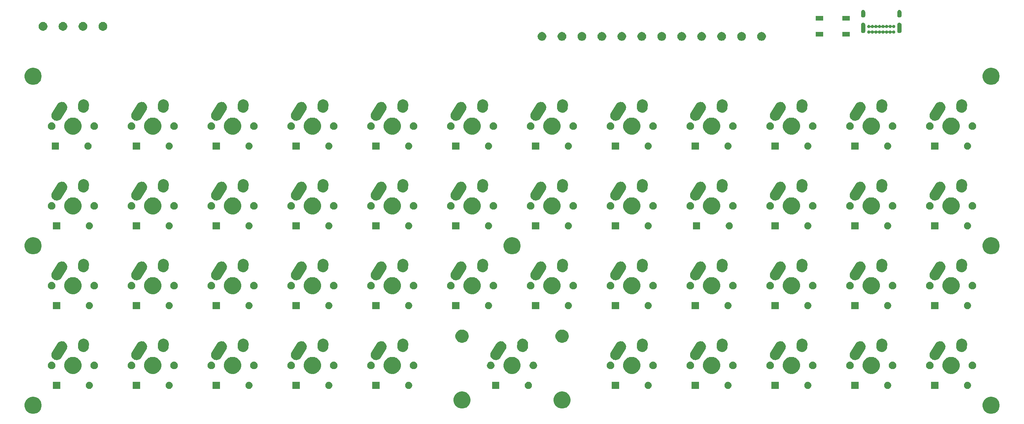
<source format=gbr>
G04 #@! TF.GenerationSoftware,KiCad,Pcbnew,(5.1.0)-1*
G04 #@! TF.CreationDate,2020-08-28T07:36:50-04:00*
G04 #@! TF.ProjectId,keyboard,6b657962-6f61-4726-942e-6b696361645f,rev?*
G04 #@! TF.SameCoordinates,Original*
G04 #@! TF.FileFunction,Soldermask,Top*
G04 #@! TF.FilePolarity,Negative*
%FSLAX46Y46*%
G04 Gerber Fmt 4.6, Leading zero omitted, Abs format (unit mm)*
G04 Created by KiCad (PCBNEW (5.1.0)-1) date 2020-08-28 07:36:50*
%MOMM*%
%LPD*%
G04 APERTURE LIST*
%ADD10C,0.020000*%
G04 APERTURE END LIST*
D10*
G36*
X248248254Y-124234068D02*
G01*
X248621511Y-124388676D01*
X248621513Y-124388677D01*
X248957436Y-124613134D01*
X249243116Y-124898814D01*
X249467574Y-125234739D01*
X249622182Y-125607996D01*
X249701000Y-126004243D01*
X249701000Y-126408257D01*
X249622182Y-126804504D01*
X249467574Y-127177761D01*
X249467573Y-127177763D01*
X249243116Y-127513686D01*
X248957436Y-127799366D01*
X248621513Y-128023823D01*
X248621512Y-128023824D01*
X248621511Y-128023824D01*
X248248254Y-128178432D01*
X247852007Y-128257250D01*
X247447993Y-128257250D01*
X247051746Y-128178432D01*
X246678489Y-128023824D01*
X246678488Y-128023824D01*
X246678487Y-128023823D01*
X246342564Y-127799366D01*
X246056884Y-127513686D01*
X245832427Y-127177763D01*
X245832426Y-127177761D01*
X245677818Y-126804504D01*
X245599000Y-126408257D01*
X245599000Y-126004243D01*
X245677818Y-125607996D01*
X245832426Y-125234739D01*
X246056884Y-124898814D01*
X246342564Y-124613134D01*
X246678487Y-124388677D01*
X246678489Y-124388676D01*
X247051746Y-124234068D01*
X247447993Y-124155250D01*
X247852007Y-124155250D01*
X248248254Y-124234068D01*
X248248254Y-124234068D01*
G37*
G36*
X19648254Y-124234068D02*
G01*
X20021511Y-124388676D01*
X20021513Y-124388677D01*
X20357436Y-124613134D01*
X20643116Y-124898814D01*
X20867574Y-125234739D01*
X21022182Y-125607996D01*
X21101000Y-126004243D01*
X21101000Y-126408257D01*
X21022182Y-126804504D01*
X20867574Y-127177761D01*
X20867573Y-127177763D01*
X20643116Y-127513686D01*
X20357436Y-127799366D01*
X20021513Y-128023823D01*
X20021512Y-128023824D01*
X20021511Y-128023824D01*
X19648254Y-128178432D01*
X19252007Y-128257250D01*
X18847993Y-128257250D01*
X18451746Y-128178432D01*
X18078489Y-128023824D01*
X18078488Y-128023824D01*
X18078487Y-128023823D01*
X17742564Y-127799366D01*
X17456884Y-127513686D01*
X17232427Y-127177763D01*
X17232426Y-127177761D01*
X17077818Y-126804504D01*
X16999000Y-126408257D01*
X16999000Y-126004243D01*
X17077818Y-125607996D01*
X17232426Y-125234739D01*
X17456884Y-124898814D01*
X17742564Y-124613134D01*
X18078487Y-124388677D01*
X18078489Y-124388676D01*
X18451746Y-124234068D01*
X18847993Y-124155250D01*
X19252007Y-124155250D01*
X19648254Y-124234068D01*
X19648254Y-124234068D01*
G37*
G36*
X145884474Y-122969934D02*
G01*
X146102474Y-123060233D01*
X146256623Y-123124083D01*
X146591548Y-123347873D01*
X146876377Y-123632702D01*
X147100167Y-123967627D01*
X147100167Y-123967628D01*
X147254316Y-124339776D01*
X147332900Y-124734844D01*
X147332900Y-125137656D01*
X147254316Y-125532724D01*
X147223137Y-125607996D01*
X147100167Y-125904873D01*
X146876377Y-126239798D01*
X146591548Y-126524627D01*
X146256623Y-126748417D01*
X146121216Y-126804504D01*
X145884474Y-126902566D01*
X145489406Y-126981150D01*
X145086594Y-126981150D01*
X144691526Y-126902566D01*
X144454784Y-126804504D01*
X144319377Y-126748417D01*
X143984452Y-126524627D01*
X143699623Y-126239798D01*
X143475833Y-125904873D01*
X143352863Y-125607996D01*
X143321684Y-125532724D01*
X143243100Y-125137656D01*
X143243100Y-124734844D01*
X143321684Y-124339776D01*
X143475833Y-123967628D01*
X143475833Y-123967627D01*
X143699623Y-123632702D01*
X143984452Y-123347873D01*
X144319377Y-123124083D01*
X144473526Y-123060233D01*
X144691526Y-122969934D01*
X145086594Y-122891350D01*
X145489406Y-122891350D01*
X145884474Y-122969934D01*
X145884474Y-122969934D01*
G37*
G36*
X122008474Y-122969934D02*
G01*
X122226474Y-123060233D01*
X122380623Y-123124083D01*
X122715548Y-123347873D01*
X123000377Y-123632702D01*
X123224167Y-123967627D01*
X123224167Y-123967628D01*
X123378316Y-124339776D01*
X123456900Y-124734844D01*
X123456900Y-125137656D01*
X123378316Y-125532724D01*
X123347137Y-125607996D01*
X123224167Y-125904873D01*
X123000377Y-126239798D01*
X122715548Y-126524627D01*
X122380623Y-126748417D01*
X122245216Y-126804504D01*
X122008474Y-126902566D01*
X121613406Y-126981150D01*
X121210594Y-126981150D01*
X120815526Y-126902566D01*
X120578784Y-126804504D01*
X120443377Y-126748417D01*
X120108452Y-126524627D01*
X119823623Y-126239798D01*
X119599833Y-125904873D01*
X119476863Y-125607996D01*
X119445684Y-125532724D01*
X119367100Y-125137656D01*
X119367100Y-124734844D01*
X119445684Y-124339776D01*
X119599833Y-123967628D01*
X119599833Y-123967627D01*
X119823623Y-123632702D01*
X120108452Y-123347873D01*
X120443377Y-123124083D01*
X120597526Y-123060233D01*
X120815526Y-122969934D01*
X121210594Y-122891350D01*
X121613406Y-122891350D01*
X122008474Y-122969934D01*
X122008474Y-122969934D01*
G37*
G36*
X130301000Y-122294750D02*
G01*
X128599000Y-122294750D01*
X128599000Y-120592750D01*
X130301000Y-120592750D01*
X130301000Y-122294750D01*
X130301000Y-122294750D01*
G37*
G36*
X137498228Y-120625453D02*
G01*
X137653100Y-120689603D01*
X137792481Y-120782735D01*
X137911015Y-120901269D01*
X138004147Y-121040650D01*
X138068297Y-121195522D01*
X138101000Y-121359934D01*
X138101000Y-121527566D01*
X138068297Y-121691978D01*
X138004147Y-121846850D01*
X137911015Y-121986231D01*
X137792481Y-122104765D01*
X137653100Y-122197897D01*
X137498228Y-122262047D01*
X137333816Y-122294750D01*
X137166184Y-122294750D01*
X137001772Y-122262047D01*
X136846900Y-122197897D01*
X136707519Y-122104765D01*
X136588985Y-121986231D01*
X136495853Y-121846850D01*
X136431703Y-121691978D01*
X136399000Y-121527566D01*
X136399000Y-121359934D01*
X136431703Y-121195522D01*
X136495853Y-121040650D01*
X136588985Y-120901269D01*
X136707519Y-120782735D01*
X136846900Y-120689603D01*
X137001772Y-120625453D01*
X137166184Y-120592750D01*
X137333816Y-120592750D01*
X137498228Y-120625453D01*
X137498228Y-120625453D01*
G37*
G36*
X32723228Y-120625453D02*
G01*
X32878100Y-120689603D01*
X33017481Y-120782735D01*
X33136015Y-120901269D01*
X33229147Y-121040650D01*
X33293297Y-121195522D01*
X33326000Y-121359934D01*
X33326000Y-121527566D01*
X33293297Y-121691978D01*
X33229147Y-121846850D01*
X33136015Y-121986231D01*
X33017481Y-122104765D01*
X32878100Y-122197897D01*
X32723228Y-122262047D01*
X32558816Y-122294750D01*
X32391184Y-122294750D01*
X32226772Y-122262047D01*
X32071900Y-122197897D01*
X31932519Y-122104765D01*
X31813985Y-121986231D01*
X31720853Y-121846850D01*
X31656703Y-121691978D01*
X31624000Y-121527566D01*
X31624000Y-121359934D01*
X31656703Y-121195522D01*
X31720853Y-121040650D01*
X31813985Y-120901269D01*
X31932519Y-120782735D01*
X32071900Y-120689603D01*
X32226772Y-120625453D01*
X32391184Y-120592750D01*
X32558816Y-120592750D01*
X32723228Y-120625453D01*
X32723228Y-120625453D01*
G37*
G36*
X25526000Y-122294750D02*
G01*
X23824000Y-122294750D01*
X23824000Y-120592750D01*
X25526000Y-120592750D01*
X25526000Y-122294750D01*
X25526000Y-122294750D01*
G37*
G36*
X44576000Y-122294750D02*
G01*
X42874000Y-122294750D01*
X42874000Y-120592750D01*
X44576000Y-120592750D01*
X44576000Y-122294750D01*
X44576000Y-122294750D01*
G37*
G36*
X51773228Y-120625453D02*
G01*
X51928100Y-120689603D01*
X52067481Y-120782735D01*
X52186015Y-120901269D01*
X52279147Y-121040650D01*
X52343297Y-121195522D01*
X52376000Y-121359934D01*
X52376000Y-121527566D01*
X52343297Y-121691978D01*
X52279147Y-121846850D01*
X52186015Y-121986231D01*
X52067481Y-122104765D01*
X51928100Y-122197897D01*
X51773228Y-122262047D01*
X51608816Y-122294750D01*
X51441184Y-122294750D01*
X51276772Y-122262047D01*
X51121900Y-122197897D01*
X50982519Y-122104765D01*
X50863985Y-121986231D01*
X50770853Y-121846850D01*
X50706703Y-121691978D01*
X50674000Y-121527566D01*
X50674000Y-121359934D01*
X50706703Y-121195522D01*
X50770853Y-121040650D01*
X50863985Y-120901269D01*
X50982519Y-120782735D01*
X51121900Y-120689603D01*
X51276772Y-120625453D01*
X51441184Y-120592750D01*
X51608816Y-120592750D01*
X51773228Y-120625453D01*
X51773228Y-120625453D01*
G37*
G36*
X63626000Y-122294750D02*
G01*
X61924000Y-122294750D01*
X61924000Y-120592750D01*
X63626000Y-120592750D01*
X63626000Y-122294750D01*
X63626000Y-122294750D01*
G37*
G36*
X70823228Y-120625453D02*
G01*
X70978100Y-120689603D01*
X71117481Y-120782735D01*
X71236015Y-120901269D01*
X71329147Y-121040650D01*
X71393297Y-121195522D01*
X71426000Y-121359934D01*
X71426000Y-121527566D01*
X71393297Y-121691978D01*
X71329147Y-121846850D01*
X71236015Y-121986231D01*
X71117481Y-122104765D01*
X70978100Y-122197897D01*
X70823228Y-122262047D01*
X70658816Y-122294750D01*
X70491184Y-122294750D01*
X70326772Y-122262047D01*
X70171900Y-122197897D01*
X70032519Y-122104765D01*
X69913985Y-121986231D01*
X69820853Y-121846850D01*
X69756703Y-121691978D01*
X69724000Y-121527566D01*
X69724000Y-121359934D01*
X69756703Y-121195522D01*
X69820853Y-121040650D01*
X69913985Y-120901269D01*
X70032519Y-120782735D01*
X70171900Y-120689603D01*
X70326772Y-120625453D01*
X70491184Y-120592750D01*
X70658816Y-120592750D01*
X70823228Y-120625453D01*
X70823228Y-120625453D01*
G37*
G36*
X82676000Y-122294750D02*
G01*
X80974000Y-122294750D01*
X80974000Y-120592750D01*
X82676000Y-120592750D01*
X82676000Y-122294750D01*
X82676000Y-122294750D01*
G37*
G36*
X89873228Y-120625453D02*
G01*
X90028100Y-120689603D01*
X90167481Y-120782735D01*
X90286015Y-120901269D01*
X90379147Y-121040650D01*
X90443297Y-121195522D01*
X90476000Y-121359934D01*
X90476000Y-121527566D01*
X90443297Y-121691978D01*
X90379147Y-121846850D01*
X90286015Y-121986231D01*
X90167481Y-122104765D01*
X90028100Y-122197897D01*
X89873228Y-122262047D01*
X89708816Y-122294750D01*
X89541184Y-122294750D01*
X89376772Y-122262047D01*
X89221900Y-122197897D01*
X89082519Y-122104765D01*
X88963985Y-121986231D01*
X88870853Y-121846850D01*
X88806703Y-121691978D01*
X88774000Y-121527566D01*
X88774000Y-121359934D01*
X88806703Y-121195522D01*
X88870853Y-121040650D01*
X88963985Y-120901269D01*
X89082519Y-120782735D01*
X89221900Y-120689603D01*
X89376772Y-120625453D01*
X89541184Y-120592750D01*
X89708816Y-120592750D01*
X89873228Y-120625453D01*
X89873228Y-120625453D01*
G37*
G36*
X108923228Y-120625453D02*
G01*
X109078100Y-120689603D01*
X109217481Y-120782735D01*
X109336015Y-120901269D01*
X109429147Y-121040650D01*
X109493297Y-121195522D01*
X109526000Y-121359934D01*
X109526000Y-121527566D01*
X109493297Y-121691978D01*
X109429147Y-121846850D01*
X109336015Y-121986231D01*
X109217481Y-122104765D01*
X109078100Y-122197897D01*
X108923228Y-122262047D01*
X108758816Y-122294750D01*
X108591184Y-122294750D01*
X108426772Y-122262047D01*
X108271900Y-122197897D01*
X108132519Y-122104765D01*
X108013985Y-121986231D01*
X107920853Y-121846850D01*
X107856703Y-121691978D01*
X107824000Y-121527566D01*
X107824000Y-121359934D01*
X107856703Y-121195522D01*
X107920853Y-121040650D01*
X108013985Y-120901269D01*
X108132519Y-120782735D01*
X108271900Y-120689603D01*
X108426772Y-120625453D01*
X108591184Y-120592750D01*
X108758816Y-120592750D01*
X108923228Y-120625453D01*
X108923228Y-120625453D01*
G37*
G36*
X216026000Y-122294750D02*
G01*
X214324000Y-122294750D01*
X214324000Y-120592750D01*
X216026000Y-120592750D01*
X216026000Y-122294750D01*
X216026000Y-122294750D01*
G37*
G36*
X101726000Y-122294750D02*
G01*
X100024000Y-122294750D01*
X100024000Y-120592750D01*
X101726000Y-120592750D01*
X101726000Y-122294750D01*
X101726000Y-122294750D01*
G37*
G36*
X235076000Y-122294750D02*
G01*
X233374000Y-122294750D01*
X233374000Y-120592750D01*
X235076000Y-120592750D01*
X235076000Y-122294750D01*
X235076000Y-122294750D01*
G37*
G36*
X242273228Y-120625453D02*
G01*
X242428100Y-120689603D01*
X242567481Y-120782735D01*
X242686015Y-120901269D01*
X242779147Y-121040650D01*
X242843297Y-121195522D01*
X242876000Y-121359934D01*
X242876000Y-121527566D01*
X242843297Y-121691978D01*
X242779147Y-121846850D01*
X242686015Y-121986231D01*
X242567481Y-122104765D01*
X242428100Y-122197897D01*
X242273228Y-122262047D01*
X242108816Y-122294750D01*
X241941184Y-122294750D01*
X241776772Y-122262047D01*
X241621900Y-122197897D01*
X241482519Y-122104765D01*
X241363985Y-121986231D01*
X241270853Y-121846850D01*
X241206703Y-121691978D01*
X241174000Y-121527566D01*
X241174000Y-121359934D01*
X241206703Y-121195522D01*
X241270853Y-121040650D01*
X241363985Y-120901269D01*
X241482519Y-120782735D01*
X241621900Y-120689603D01*
X241776772Y-120625453D01*
X241941184Y-120592750D01*
X242108816Y-120592750D01*
X242273228Y-120625453D01*
X242273228Y-120625453D01*
G37*
G36*
X223223228Y-120625453D02*
G01*
X223378100Y-120689603D01*
X223517481Y-120782735D01*
X223636015Y-120901269D01*
X223729147Y-121040650D01*
X223793297Y-121195522D01*
X223826000Y-121359934D01*
X223826000Y-121527566D01*
X223793297Y-121691978D01*
X223729147Y-121846850D01*
X223636015Y-121986231D01*
X223517481Y-122104765D01*
X223378100Y-122197897D01*
X223223228Y-122262047D01*
X223058816Y-122294750D01*
X222891184Y-122294750D01*
X222726772Y-122262047D01*
X222571900Y-122197897D01*
X222432519Y-122104765D01*
X222313985Y-121986231D01*
X222220853Y-121846850D01*
X222156703Y-121691978D01*
X222124000Y-121527566D01*
X222124000Y-121359934D01*
X222156703Y-121195522D01*
X222220853Y-121040650D01*
X222313985Y-120901269D01*
X222432519Y-120782735D01*
X222571900Y-120689603D01*
X222726772Y-120625453D01*
X222891184Y-120592750D01*
X223058816Y-120592750D01*
X223223228Y-120625453D01*
X223223228Y-120625453D01*
G37*
G36*
X196976000Y-122294750D02*
G01*
X195274000Y-122294750D01*
X195274000Y-120592750D01*
X196976000Y-120592750D01*
X196976000Y-122294750D01*
X196976000Y-122294750D01*
G37*
G36*
X204173228Y-120625453D02*
G01*
X204328100Y-120689603D01*
X204467481Y-120782735D01*
X204586015Y-120901269D01*
X204679147Y-121040650D01*
X204743297Y-121195522D01*
X204776000Y-121359934D01*
X204776000Y-121527566D01*
X204743297Y-121691978D01*
X204679147Y-121846850D01*
X204586015Y-121986231D01*
X204467481Y-122104765D01*
X204328100Y-122197897D01*
X204173228Y-122262047D01*
X204008816Y-122294750D01*
X203841184Y-122294750D01*
X203676772Y-122262047D01*
X203521900Y-122197897D01*
X203382519Y-122104765D01*
X203263985Y-121986231D01*
X203170853Y-121846850D01*
X203106703Y-121691978D01*
X203074000Y-121527566D01*
X203074000Y-121359934D01*
X203106703Y-121195522D01*
X203170853Y-121040650D01*
X203263985Y-120901269D01*
X203382519Y-120782735D01*
X203521900Y-120689603D01*
X203676772Y-120625453D01*
X203841184Y-120592750D01*
X204008816Y-120592750D01*
X204173228Y-120625453D01*
X204173228Y-120625453D01*
G37*
G36*
X177926000Y-122294750D02*
G01*
X176224000Y-122294750D01*
X176224000Y-120592750D01*
X177926000Y-120592750D01*
X177926000Y-122294750D01*
X177926000Y-122294750D01*
G37*
G36*
X185123228Y-120625453D02*
G01*
X185278100Y-120689603D01*
X185417481Y-120782735D01*
X185536015Y-120901269D01*
X185629147Y-121040650D01*
X185693297Y-121195522D01*
X185726000Y-121359934D01*
X185726000Y-121527566D01*
X185693297Y-121691978D01*
X185629147Y-121846850D01*
X185536015Y-121986231D01*
X185417481Y-122104765D01*
X185278100Y-122197897D01*
X185123228Y-122262047D01*
X184958816Y-122294750D01*
X184791184Y-122294750D01*
X184626772Y-122262047D01*
X184471900Y-122197897D01*
X184332519Y-122104765D01*
X184213985Y-121986231D01*
X184120853Y-121846850D01*
X184056703Y-121691978D01*
X184024000Y-121527566D01*
X184024000Y-121359934D01*
X184056703Y-121195522D01*
X184120853Y-121040650D01*
X184213985Y-120901269D01*
X184332519Y-120782735D01*
X184471900Y-120689603D01*
X184626772Y-120625453D01*
X184791184Y-120592750D01*
X184958816Y-120592750D01*
X185123228Y-120625453D01*
X185123228Y-120625453D01*
G37*
G36*
X158876000Y-122294750D02*
G01*
X157174000Y-122294750D01*
X157174000Y-120592750D01*
X158876000Y-120592750D01*
X158876000Y-122294750D01*
X158876000Y-122294750D01*
G37*
G36*
X166073228Y-120625453D02*
G01*
X166228100Y-120689603D01*
X166367481Y-120782735D01*
X166486015Y-120901269D01*
X166579147Y-121040650D01*
X166643297Y-121195522D01*
X166676000Y-121359934D01*
X166676000Y-121527566D01*
X166643297Y-121691978D01*
X166579147Y-121846850D01*
X166486015Y-121986231D01*
X166367481Y-122104765D01*
X166228100Y-122197897D01*
X166073228Y-122262047D01*
X165908816Y-122294750D01*
X165741184Y-122294750D01*
X165576772Y-122262047D01*
X165421900Y-122197897D01*
X165282519Y-122104765D01*
X165163985Y-121986231D01*
X165070853Y-121846850D01*
X165006703Y-121691978D01*
X164974000Y-121527566D01*
X164974000Y-121359934D01*
X165006703Y-121195522D01*
X165070853Y-121040650D01*
X165163985Y-120901269D01*
X165282519Y-120782735D01*
X165421900Y-120689603D01*
X165576772Y-120625453D01*
X165741184Y-120592750D01*
X165908816Y-120592750D01*
X166073228Y-120625453D01*
X166073228Y-120625453D01*
G37*
G36*
X181571474Y-114714934D02*
G01*
X181789474Y-114805233D01*
X181943623Y-114869083D01*
X182278548Y-115092873D01*
X182563377Y-115377702D01*
X182787167Y-115712627D01*
X182851017Y-115866776D01*
X182941316Y-116084776D01*
X183019900Y-116479844D01*
X183019900Y-116882656D01*
X182941316Y-117277724D01*
X182857322Y-117480503D01*
X182787167Y-117649873D01*
X182563377Y-117984798D01*
X182278548Y-118269627D01*
X181943623Y-118493417D01*
X181789474Y-118557267D01*
X181571474Y-118647566D01*
X181176406Y-118726150D01*
X180773594Y-118726150D01*
X180378526Y-118647566D01*
X180160526Y-118557267D01*
X180006377Y-118493417D01*
X179671452Y-118269627D01*
X179386623Y-117984798D01*
X179162833Y-117649873D01*
X179092678Y-117480503D01*
X179008684Y-117277724D01*
X178930100Y-116882656D01*
X178930100Y-116479844D01*
X179008684Y-116084776D01*
X179098983Y-115866776D01*
X179162833Y-115712627D01*
X179386623Y-115377702D01*
X179671452Y-115092873D01*
X180006377Y-114869083D01*
X180160526Y-114805233D01*
X180378526Y-114714934D01*
X180773594Y-114636350D01*
X181176406Y-114636350D01*
X181571474Y-114714934D01*
X181571474Y-114714934D01*
G37*
G36*
X29171474Y-114714934D02*
G01*
X29389474Y-114805233D01*
X29543623Y-114869083D01*
X29878548Y-115092873D01*
X30163377Y-115377702D01*
X30387167Y-115712627D01*
X30451017Y-115866776D01*
X30541316Y-116084776D01*
X30619900Y-116479844D01*
X30619900Y-116882656D01*
X30541316Y-117277724D01*
X30457322Y-117480503D01*
X30387167Y-117649873D01*
X30163377Y-117984798D01*
X29878548Y-118269627D01*
X29543623Y-118493417D01*
X29389474Y-118557267D01*
X29171474Y-118647566D01*
X28776406Y-118726150D01*
X28373594Y-118726150D01*
X27978526Y-118647566D01*
X27760526Y-118557267D01*
X27606377Y-118493417D01*
X27271452Y-118269627D01*
X26986623Y-117984798D01*
X26762833Y-117649873D01*
X26692678Y-117480503D01*
X26608684Y-117277724D01*
X26530100Y-116882656D01*
X26530100Y-116479844D01*
X26608684Y-116084776D01*
X26698983Y-115866776D01*
X26762833Y-115712627D01*
X26986623Y-115377702D01*
X27271452Y-115092873D01*
X27606377Y-114869083D01*
X27760526Y-114805233D01*
X27978526Y-114714934D01*
X28373594Y-114636350D01*
X28776406Y-114636350D01*
X29171474Y-114714934D01*
X29171474Y-114714934D01*
G37*
G36*
X48221474Y-114714934D02*
G01*
X48439474Y-114805233D01*
X48593623Y-114869083D01*
X48928548Y-115092873D01*
X49213377Y-115377702D01*
X49437167Y-115712627D01*
X49501017Y-115866776D01*
X49591316Y-116084776D01*
X49669900Y-116479844D01*
X49669900Y-116882656D01*
X49591316Y-117277724D01*
X49507322Y-117480503D01*
X49437167Y-117649873D01*
X49213377Y-117984798D01*
X48928548Y-118269627D01*
X48593623Y-118493417D01*
X48439474Y-118557267D01*
X48221474Y-118647566D01*
X47826406Y-118726150D01*
X47423594Y-118726150D01*
X47028526Y-118647566D01*
X46810526Y-118557267D01*
X46656377Y-118493417D01*
X46321452Y-118269627D01*
X46036623Y-117984798D01*
X45812833Y-117649873D01*
X45742678Y-117480503D01*
X45658684Y-117277724D01*
X45580100Y-116882656D01*
X45580100Y-116479844D01*
X45658684Y-116084776D01*
X45748983Y-115866776D01*
X45812833Y-115712627D01*
X46036623Y-115377702D01*
X46321452Y-115092873D01*
X46656377Y-114869083D01*
X46810526Y-114805233D01*
X47028526Y-114714934D01*
X47423594Y-114636350D01*
X47826406Y-114636350D01*
X48221474Y-114714934D01*
X48221474Y-114714934D01*
G37*
G36*
X67271474Y-114714934D02*
G01*
X67489474Y-114805233D01*
X67643623Y-114869083D01*
X67978548Y-115092873D01*
X68263377Y-115377702D01*
X68487167Y-115712627D01*
X68551017Y-115866776D01*
X68641316Y-116084776D01*
X68719900Y-116479844D01*
X68719900Y-116882656D01*
X68641316Y-117277724D01*
X68557322Y-117480503D01*
X68487167Y-117649873D01*
X68263377Y-117984798D01*
X67978548Y-118269627D01*
X67643623Y-118493417D01*
X67489474Y-118557267D01*
X67271474Y-118647566D01*
X66876406Y-118726150D01*
X66473594Y-118726150D01*
X66078526Y-118647566D01*
X65860526Y-118557267D01*
X65706377Y-118493417D01*
X65371452Y-118269627D01*
X65086623Y-117984798D01*
X64862833Y-117649873D01*
X64792678Y-117480503D01*
X64708684Y-117277724D01*
X64630100Y-116882656D01*
X64630100Y-116479844D01*
X64708684Y-116084776D01*
X64798983Y-115866776D01*
X64862833Y-115712627D01*
X65086623Y-115377702D01*
X65371452Y-115092873D01*
X65706377Y-114869083D01*
X65860526Y-114805233D01*
X66078526Y-114714934D01*
X66473594Y-114636350D01*
X66876406Y-114636350D01*
X67271474Y-114714934D01*
X67271474Y-114714934D01*
G37*
G36*
X86321474Y-114714934D02*
G01*
X86539474Y-114805233D01*
X86693623Y-114869083D01*
X87028548Y-115092873D01*
X87313377Y-115377702D01*
X87537167Y-115712627D01*
X87601017Y-115866776D01*
X87691316Y-116084776D01*
X87769900Y-116479844D01*
X87769900Y-116882656D01*
X87691316Y-117277724D01*
X87607322Y-117480503D01*
X87537167Y-117649873D01*
X87313377Y-117984798D01*
X87028548Y-118269627D01*
X86693623Y-118493417D01*
X86539474Y-118557267D01*
X86321474Y-118647566D01*
X85926406Y-118726150D01*
X85523594Y-118726150D01*
X85128526Y-118647566D01*
X84910526Y-118557267D01*
X84756377Y-118493417D01*
X84421452Y-118269627D01*
X84136623Y-117984798D01*
X83912833Y-117649873D01*
X83842678Y-117480503D01*
X83758684Y-117277724D01*
X83680100Y-116882656D01*
X83680100Y-116479844D01*
X83758684Y-116084776D01*
X83848983Y-115866776D01*
X83912833Y-115712627D01*
X84136623Y-115377702D01*
X84421452Y-115092873D01*
X84756377Y-114869083D01*
X84910526Y-114805233D01*
X85128526Y-114714934D01*
X85523594Y-114636350D01*
X85926406Y-114636350D01*
X86321474Y-114714934D01*
X86321474Y-114714934D01*
G37*
G36*
X162521474Y-114714934D02*
G01*
X162739474Y-114805233D01*
X162893623Y-114869083D01*
X163228548Y-115092873D01*
X163513377Y-115377702D01*
X163737167Y-115712627D01*
X163801017Y-115866776D01*
X163891316Y-116084776D01*
X163969900Y-116479844D01*
X163969900Y-116882656D01*
X163891316Y-117277724D01*
X163807322Y-117480503D01*
X163737167Y-117649873D01*
X163513377Y-117984798D01*
X163228548Y-118269627D01*
X162893623Y-118493417D01*
X162739474Y-118557267D01*
X162521474Y-118647566D01*
X162126406Y-118726150D01*
X161723594Y-118726150D01*
X161328526Y-118647566D01*
X161110526Y-118557267D01*
X160956377Y-118493417D01*
X160621452Y-118269627D01*
X160336623Y-117984798D01*
X160112833Y-117649873D01*
X160042678Y-117480503D01*
X159958684Y-117277724D01*
X159880100Y-116882656D01*
X159880100Y-116479844D01*
X159958684Y-116084776D01*
X160048983Y-115866776D01*
X160112833Y-115712627D01*
X160336623Y-115377702D01*
X160621452Y-115092873D01*
X160956377Y-114869083D01*
X161110526Y-114805233D01*
X161328526Y-114714934D01*
X161723594Y-114636350D01*
X162126406Y-114636350D01*
X162521474Y-114714934D01*
X162521474Y-114714934D01*
G37*
G36*
X200621474Y-114714934D02*
G01*
X200839474Y-114805233D01*
X200993623Y-114869083D01*
X201328548Y-115092873D01*
X201613377Y-115377702D01*
X201837167Y-115712627D01*
X201901017Y-115866776D01*
X201991316Y-116084776D01*
X202069900Y-116479844D01*
X202069900Y-116882656D01*
X201991316Y-117277724D01*
X201907322Y-117480503D01*
X201837167Y-117649873D01*
X201613377Y-117984798D01*
X201328548Y-118269627D01*
X200993623Y-118493417D01*
X200839474Y-118557267D01*
X200621474Y-118647566D01*
X200226406Y-118726150D01*
X199823594Y-118726150D01*
X199428526Y-118647566D01*
X199210526Y-118557267D01*
X199056377Y-118493417D01*
X198721452Y-118269627D01*
X198436623Y-117984798D01*
X198212833Y-117649873D01*
X198142678Y-117480503D01*
X198058684Y-117277724D01*
X197980100Y-116882656D01*
X197980100Y-116479844D01*
X198058684Y-116084776D01*
X198148983Y-115866776D01*
X198212833Y-115712627D01*
X198436623Y-115377702D01*
X198721452Y-115092873D01*
X199056377Y-114869083D01*
X199210526Y-114805233D01*
X199428526Y-114714934D01*
X199823594Y-114636350D01*
X200226406Y-114636350D01*
X200621474Y-114714934D01*
X200621474Y-114714934D01*
G37*
G36*
X133946474Y-114714934D02*
G01*
X134164474Y-114805233D01*
X134318623Y-114869083D01*
X134653548Y-115092873D01*
X134938377Y-115377702D01*
X135162167Y-115712627D01*
X135226017Y-115866776D01*
X135316316Y-116084776D01*
X135394900Y-116479844D01*
X135394900Y-116882656D01*
X135316316Y-117277724D01*
X135232322Y-117480503D01*
X135162167Y-117649873D01*
X134938377Y-117984798D01*
X134653548Y-118269627D01*
X134318623Y-118493417D01*
X134164474Y-118557267D01*
X133946474Y-118647566D01*
X133551406Y-118726150D01*
X133148594Y-118726150D01*
X132753526Y-118647566D01*
X132535526Y-118557267D01*
X132381377Y-118493417D01*
X132046452Y-118269627D01*
X131761623Y-117984798D01*
X131537833Y-117649873D01*
X131467678Y-117480503D01*
X131383684Y-117277724D01*
X131305100Y-116882656D01*
X131305100Y-116479844D01*
X131383684Y-116084776D01*
X131473983Y-115866776D01*
X131537833Y-115712627D01*
X131761623Y-115377702D01*
X132046452Y-115092873D01*
X132381377Y-114869083D01*
X132535526Y-114805233D01*
X132753526Y-114714934D01*
X133148594Y-114636350D01*
X133551406Y-114636350D01*
X133946474Y-114714934D01*
X133946474Y-114714934D01*
G37*
G36*
X105371474Y-114714934D02*
G01*
X105589474Y-114805233D01*
X105743623Y-114869083D01*
X106078548Y-115092873D01*
X106363377Y-115377702D01*
X106587167Y-115712627D01*
X106651017Y-115866776D01*
X106741316Y-116084776D01*
X106819900Y-116479844D01*
X106819900Y-116882656D01*
X106741316Y-117277724D01*
X106657322Y-117480503D01*
X106587167Y-117649873D01*
X106363377Y-117984798D01*
X106078548Y-118269627D01*
X105743623Y-118493417D01*
X105589474Y-118557267D01*
X105371474Y-118647566D01*
X104976406Y-118726150D01*
X104573594Y-118726150D01*
X104178526Y-118647566D01*
X103960526Y-118557267D01*
X103806377Y-118493417D01*
X103471452Y-118269627D01*
X103186623Y-117984798D01*
X102962833Y-117649873D01*
X102892678Y-117480503D01*
X102808684Y-117277724D01*
X102730100Y-116882656D01*
X102730100Y-116479844D01*
X102808684Y-116084776D01*
X102898983Y-115866776D01*
X102962833Y-115712627D01*
X103186623Y-115377702D01*
X103471452Y-115092873D01*
X103806377Y-114869083D01*
X103960526Y-114805233D01*
X104178526Y-114714934D01*
X104573594Y-114636350D01*
X104976406Y-114636350D01*
X105371474Y-114714934D01*
X105371474Y-114714934D01*
G37*
G36*
X238721474Y-114714934D02*
G01*
X238939474Y-114805233D01*
X239093623Y-114869083D01*
X239428548Y-115092873D01*
X239713377Y-115377702D01*
X239937167Y-115712627D01*
X240001017Y-115866776D01*
X240091316Y-116084776D01*
X240169900Y-116479844D01*
X240169900Y-116882656D01*
X240091316Y-117277724D01*
X240007322Y-117480503D01*
X239937167Y-117649873D01*
X239713377Y-117984798D01*
X239428548Y-118269627D01*
X239093623Y-118493417D01*
X238939474Y-118557267D01*
X238721474Y-118647566D01*
X238326406Y-118726150D01*
X237923594Y-118726150D01*
X237528526Y-118647566D01*
X237310526Y-118557267D01*
X237156377Y-118493417D01*
X236821452Y-118269627D01*
X236536623Y-117984798D01*
X236312833Y-117649873D01*
X236242678Y-117480503D01*
X236158684Y-117277724D01*
X236080100Y-116882656D01*
X236080100Y-116479844D01*
X236158684Y-116084776D01*
X236248983Y-115866776D01*
X236312833Y-115712627D01*
X236536623Y-115377702D01*
X236821452Y-115092873D01*
X237156377Y-114869083D01*
X237310526Y-114805233D01*
X237528526Y-114714934D01*
X237923594Y-114636350D01*
X238326406Y-114636350D01*
X238721474Y-114714934D01*
X238721474Y-114714934D01*
G37*
G36*
X219671474Y-114714934D02*
G01*
X219889474Y-114805233D01*
X220043623Y-114869083D01*
X220378548Y-115092873D01*
X220663377Y-115377702D01*
X220887167Y-115712627D01*
X220951017Y-115866776D01*
X221041316Y-116084776D01*
X221119900Y-116479844D01*
X221119900Y-116882656D01*
X221041316Y-117277724D01*
X220957322Y-117480503D01*
X220887167Y-117649873D01*
X220663377Y-117984798D01*
X220378548Y-118269627D01*
X220043623Y-118493417D01*
X219889474Y-118557267D01*
X219671474Y-118647566D01*
X219276406Y-118726150D01*
X218873594Y-118726150D01*
X218478526Y-118647566D01*
X218260526Y-118557267D01*
X218106377Y-118493417D01*
X217771452Y-118269627D01*
X217486623Y-117984798D01*
X217262833Y-117649873D01*
X217192678Y-117480503D01*
X217108684Y-117277724D01*
X217030100Y-116882656D01*
X217030100Y-116479844D01*
X217108684Y-116084776D01*
X217198983Y-115866776D01*
X217262833Y-115712627D01*
X217486623Y-115377702D01*
X217771452Y-115092873D01*
X218106377Y-114869083D01*
X218260526Y-114805233D01*
X218478526Y-114714934D01*
X218873594Y-114636350D01*
X219276406Y-114636350D01*
X219671474Y-114714934D01*
X219671474Y-114714934D01*
G37*
G36*
X233220952Y-115796679D02*
G01*
X233308075Y-115814009D01*
X233417498Y-115859334D01*
X233472211Y-115881997D01*
X233618933Y-115980033D01*
X233619928Y-115980698D01*
X233745552Y-116106322D01*
X233745554Y-116106325D01*
X233844253Y-116254039D01*
X233844253Y-116254040D01*
X233912241Y-116418175D01*
X233946900Y-116592421D01*
X233946900Y-116770079D01*
X233912241Y-116944325D01*
X233866916Y-117053748D01*
X233844253Y-117108461D01*
X233746217Y-117255183D01*
X233745552Y-117256178D01*
X233619928Y-117381802D01*
X233619925Y-117381804D01*
X233472211Y-117480503D01*
X233417498Y-117503166D01*
X233308075Y-117548491D01*
X233220952Y-117565820D01*
X233133831Y-117583150D01*
X232956169Y-117583150D01*
X232869048Y-117565820D01*
X232781925Y-117548491D01*
X232672502Y-117503166D01*
X232617789Y-117480503D01*
X232470075Y-117381804D01*
X232470072Y-117381802D01*
X232344448Y-117256178D01*
X232343783Y-117255183D01*
X232245747Y-117108461D01*
X232223084Y-117053748D01*
X232177759Y-116944325D01*
X232143100Y-116770079D01*
X232143100Y-116592421D01*
X232177759Y-116418175D01*
X232245747Y-116254040D01*
X232245747Y-116254039D01*
X232344446Y-116106325D01*
X232344448Y-116106322D01*
X232470072Y-115980698D01*
X232471067Y-115980033D01*
X232617789Y-115881997D01*
X232672502Y-115859334D01*
X232781925Y-115814009D01*
X232869048Y-115796679D01*
X232956169Y-115779350D01*
X233133831Y-115779350D01*
X233220952Y-115796679D01*
X233220952Y-115796679D01*
G37*
G36*
X23670952Y-115796679D02*
G01*
X23758075Y-115814009D01*
X23867498Y-115859334D01*
X23922211Y-115881997D01*
X24068933Y-115980033D01*
X24069928Y-115980698D01*
X24195552Y-116106322D01*
X24195554Y-116106325D01*
X24294253Y-116254039D01*
X24294253Y-116254040D01*
X24362241Y-116418175D01*
X24396900Y-116592421D01*
X24396900Y-116770079D01*
X24362241Y-116944325D01*
X24316916Y-117053748D01*
X24294253Y-117108461D01*
X24196217Y-117255183D01*
X24195552Y-117256178D01*
X24069928Y-117381802D01*
X24069925Y-117381804D01*
X23922211Y-117480503D01*
X23867498Y-117503166D01*
X23758075Y-117548491D01*
X23670952Y-117565820D01*
X23583831Y-117583150D01*
X23406169Y-117583150D01*
X23319048Y-117565820D01*
X23231925Y-117548491D01*
X23122502Y-117503166D01*
X23067789Y-117480503D01*
X22920075Y-117381804D01*
X22920072Y-117381802D01*
X22794448Y-117256178D01*
X22793783Y-117255183D01*
X22695747Y-117108461D01*
X22673084Y-117053748D01*
X22627759Y-116944325D01*
X22593100Y-116770079D01*
X22593100Y-116592421D01*
X22627759Y-116418175D01*
X22695747Y-116254040D01*
X22695747Y-116254039D01*
X22794446Y-116106325D01*
X22794448Y-116106322D01*
X22920072Y-115980698D01*
X22921067Y-115980033D01*
X23067789Y-115881997D01*
X23122502Y-115859334D01*
X23231925Y-115814009D01*
X23319048Y-115796679D01*
X23406169Y-115779350D01*
X23583831Y-115779350D01*
X23670952Y-115796679D01*
X23670952Y-115796679D01*
G37*
G36*
X33830952Y-115796679D02*
G01*
X33918075Y-115814009D01*
X34027498Y-115859334D01*
X34082211Y-115881997D01*
X34228933Y-115980033D01*
X34229928Y-115980698D01*
X34355552Y-116106322D01*
X34355554Y-116106325D01*
X34454253Y-116254039D01*
X34454253Y-116254040D01*
X34522241Y-116418175D01*
X34556900Y-116592421D01*
X34556900Y-116770079D01*
X34522241Y-116944325D01*
X34476916Y-117053748D01*
X34454253Y-117108461D01*
X34356217Y-117255183D01*
X34355552Y-117256178D01*
X34229928Y-117381802D01*
X34229925Y-117381804D01*
X34082211Y-117480503D01*
X34027498Y-117503166D01*
X33918075Y-117548491D01*
X33830952Y-117565820D01*
X33743831Y-117583150D01*
X33566169Y-117583150D01*
X33479048Y-117565820D01*
X33391925Y-117548491D01*
X33282502Y-117503166D01*
X33227789Y-117480503D01*
X33080075Y-117381804D01*
X33080072Y-117381802D01*
X32954448Y-117256178D01*
X32953783Y-117255183D01*
X32855747Y-117108461D01*
X32833084Y-117053748D01*
X32787759Y-116944325D01*
X32753100Y-116770079D01*
X32753100Y-116592421D01*
X32787759Y-116418175D01*
X32855747Y-116254040D01*
X32855747Y-116254039D01*
X32954446Y-116106325D01*
X32954448Y-116106322D01*
X33080072Y-115980698D01*
X33081067Y-115980033D01*
X33227789Y-115881997D01*
X33282502Y-115859334D01*
X33391925Y-115814009D01*
X33479048Y-115796679D01*
X33566169Y-115779350D01*
X33743831Y-115779350D01*
X33830952Y-115796679D01*
X33830952Y-115796679D01*
G37*
G36*
X42720952Y-115796679D02*
G01*
X42808075Y-115814009D01*
X42917498Y-115859334D01*
X42972211Y-115881997D01*
X43118933Y-115980033D01*
X43119928Y-115980698D01*
X43245552Y-116106322D01*
X43245554Y-116106325D01*
X43344253Y-116254039D01*
X43344253Y-116254040D01*
X43412241Y-116418175D01*
X43446900Y-116592421D01*
X43446900Y-116770079D01*
X43412241Y-116944325D01*
X43366916Y-117053748D01*
X43344253Y-117108461D01*
X43246217Y-117255183D01*
X43245552Y-117256178D01*
X43119928Y-117381802D01*
X43119925Y-117381804D01*
X42972211Y-117480503D01*
X42917498Y-117503166D01*
X42808075Y-117548491D01*
X42720952Y-117565820D01*
X42633831Y-117583150D01*
X42456169Y-117583150D01*
X42369048Y-117565820D01*
X42281925Y-117548491D01*
X42172502Y-117503166D01*
X42117789Y-117480503D01*
X41970075Y-117381804D01*
X41970072Y-117381802D01*
X41844448Y-117256178D01*
X41843783Y-117255183D01*
X41745747Y-117108461D01*
X41723084Y-117053748D01*
X41677759Y-116944325D01*
X41643100Y-116770079D01*
X41643100Y-116592421D01*
X41677759Y-116418175D01*
X41745747Y-116254040D01*
X41745747Y-116254039D01*
X41844446Y-116106325D01*
X41844448Y-116106322D01*
X41970072Y-115980698D01*
X41971067Y-115980033D01*
X42117789Y-115881997D01*
X42172502Y-115859334D01*
X42281925Y-115814009D01*
X42369048Y-115796679D01*
X42456169Y-115779350D01*
X42633831Y-115779350D01*
X42720952Y-115796679D01*
X42720952Y-115796679D01*
G37*
G36*
X90980952Y-115796679D02*
G01*
X91068075Y-115814009D01*
X91177498Y-115859334D01*
X91232211Y-115881997D01*
X91378933Y-115980033D01*
X91379928Y-115980698D01*
X91505552Y-116106322D01*
X91505554Y-116106325D01*
X91604253Y-116254039D01*
X91604253Y-116254040D01*
X91672241Y-116418175D01*
X91706900Y-116592421D01*
X91706900Y-116770079D01*
X91672241Y-116944325D01*
X91626916Y-117053748D01*
X91604253Y-117108461D01*
X91506217Y-117255183D01*
X91505552Y-117256178D01*
X91379928Y-117381802D01*
X91379925Y-117381804D01*
X91232211Y-117480503D01*
X91177498Y-117503166D01*
X91068075Y-117548491D01*
X90980952Y-117565820D01*
X90893831Y-117583150D01*
X90716169Y-117583150D01*
X90629048Y-117565820D01*
X90541925Y-117548491D01*
X90432502Y-117503166D01*
X90377789Y-117480503D01*
X90230075Y-117381804D01*
X90230072Y-117381802D01*
X90104448Y-117256178D01*
X90103783Y-117255183D01*
X90005747Y-117108461D01*
X89983084Y-117053748D01*
X89937759Y-116944325D01*
X89903100Y-116770079D01*
X89903100Y-116592421D01*
X89937759Y-116418175D01*
X90005747Y-116254040D01*
X90005747Y-116254039D01*
X90104446Y-116106325D01*
X90104448Y-116106322D01*
X90230072Y-115980698D01*
X90231067Y-115980033D01*
X90377789Y-115881997D01*
X90432502Y-115859334D01*
X90541925Y-115814009D01*
X90629048Y-115796679D01*
X90716169Y-115779350D01*
X90893831Y-115779350D01*
X90980952Y-115796679D01*
X90980952Y-115796679D01*
G37*
G36*
X80820952Y-115796679D02*
G01*
X80908075Y-115814009D01*
X81017498Y-115859334D01*
X81072211Y-115881997D01*
X81218933Y-115980033D01*
X81219928Y-115980698D01*
X81345552Y-116106322D01*
X81345554Y-116106325D01*
X81444253Y-116254039D01*
X81444253Y-116254040D01*
X81512241Y-116418175D01*
X81546900Y-116592421D01*
X81546900Y-116770079D01*
X81512241Y-116944325D01*
X81466916Y-117053748D01*
X81444253Y-117108461D01*
X81346217Y-117255183D01*
X81345552Y-117256178D01*
X81219928Y-117381802D01*
X81219925Y-117381804D01*
X81072211Y-117480503D01*
X81017498Y-117503166D01*
X80908075Y-117548491D01*
X80820952Y-117565820D01*
X80733831Y-117583150D01*
X80556169Y-117583150D01*
X80469048Y-117565820D01*
X80381925Y-117548491D01*
X80272502Y-117503166D01*
X80217789Y-117480503D01*
X80070075Y-117381804D01*
X80070072Y-117381802D01*
X79944448Y-117256178D01*
X79943783Y-117255183D01*
X79845747Y-117108461D01*
X79823084Y-117053748D01*
X79777759Y-116944325D01*
X79743100Y-116770079D01*
X79743100Y-116592421D01*
X79777759Y-116418175D01*
X79845747Y-116254040D01*
X79845747Y-116254039D01*
X79944446Y-116106325D01*
X79944448Y-116106322D01*
X80070072Y-115980698D01*
X80071067Y-115980033D01*
X80217789Y-115881997D01*
X80272502Y-115859334D01*
X80381925Y-115814009D01*
X80469048Y-115796679D01*
X80556169Y-115779350D01*
X80733831Y-115779350D01*
X80820952Y-115796679D01*
X80820952Y-115796679D01*
G37*
G36*
X71930952Y-115796679D02*
G01*
X72018075Y-115814009D01*
X72127498Y-115859334D01*
X72182211Y-115881997D01*
X72328933Y-115980033D01*
X72329928Y-115980698D01*
X72455552Y-116106322D01*
X72455554Y-116106325D01*
X72554253Y-116254039D01*
X72554253Y-116254040D01*
X72622241Y-116418175D01*
X72656900Y-116592421D01*
X72656900Y-116770079D01*
X72622241Y-116944325D01*
X72576916Y-117053748D01*
X72554253Y-117108461D01*
X72456217Y-117255183D01*
X72455552Y-117256178D01*
X72329928Y-117381802D01*
X72329925Y-117381804D01*
X72182211Y-117480503D01*
X72127498Y-117503166D01*
X72018075Y-117548491D01*
X71930952Y-117565820D01*
X71843831Y-117583150D01*
X71666169Y-117583150D01*
X71579048Y-117565820D01*
X71491925Y-117548491D01*
X71382502Y-117503166D01*
X71327789Y-117480503D01*
X71180075Y-117381804D01*
X71180072Y-117381802D01*
X71054448Y-117256178D01*
X71053783Y-117255183D01*
X70955747Y-117108461D01*
X70933084Y-117053748D01*
X70887759Y-116944325D01*
X70853100Y-116770079D01*
X70853100Y-116592421D01*
X70887759Y-116418175D01*
X70955747Y-116254040D01*
X70955747Y-116254039D01*
X71054446Y-116106325D01*
X71054448Y-116106322D01*
X71180072Y-115980698D01*
X71181067Y-115980033D01*
X71327789Y-115881997D01*
X71382502Y-115859334D01*
X71491925Y-115814009D01*
X71579048Y-115796679D01*
X71666169Y-115779350D01*
X71843831Y-115779350D01*
X71930952Y-115796679D01*
X71930952Y-115796679D01*
G37*
G36*
X61770952Y-115796679D02*
G01*
X61858075Y-115814009D01*
X61967498Y-115859334D01*
X62022211Y-115881997D01*
X62168933Y-115980033D01*
X62169928Y-115980698D01*
X62295552Y-116106322D01*
X62295554Y-116106325D01*
X62394253Y-116254039D01*
X62394253Y-116254040D01*
X62462241Y-116418175D01*
X62496900Y-116592421D01*
X62496900Y-116770079D01*
X62462241Y-116944325D01*
X62416916Y-117053748D01*
X62394253Y-117108461D01*
X62296217Y-117255183D01*
X62295552Y-117256178D01*
X62169928Y-117381802D01*
X62169925Y-117381804D01*
X62022211Y-117480503D01*
X61967498Y-117503166D01*
X61858075Y-117548491D01*
X61770952Y-117565820D01*
X61683831Y-117583150D01*
X61506169Y-117583150D01*
X61419048Y-117565820D01*
X61331925Y-117548491D01*
X61222502Y-117503166D01*
X61167789Y-117480503D01*
X61020075Y-117381804D01*
X61020072Y-117381802D01*
X60894448Y-117256178D01*
X60893783Y-117255183D01*
X60795747Y-117108461D01*
X60773084Y-117053748D01*
X60727759Y-116944325D01*
X60693100Y-116770079D01*
X60693100Y-116592421D01*
X60727759Y-116418175D01*
X60795747Y-116254040D01*
X60795747Y-116254039D01*
X60894446Y-116106325D01*
X60894448Y-116106322D01*
X61020072Y-115980698D01*
X61021067Y-115980033D01*
X61167789Y-115881997D01*
X61222502Y-115859334D01*
X61331925Y-115814009D01*
X61419048Y-115796679D01*
X61506169Y-115779350D01*
X61683831Y-115779350D01*
X61770952Y-115796679D01*
X61770952Y-115796679D01*
G37*
G36*
X52880952Y-115796679D02*
G01*
X52968075Y-115814009D01*
X53077498Y-115859334D01*
X53132211Y-115881997D01*
X53278933Y-115980033D01*
X53279928Y-115980698D01*
X53405552Y-116106322D01*
X53405554Y-116106325D01*
X53504253Y-116254039D01*
X53504253Y-116254040D01*
X53572241Y-116418175D01*
X53606900Y-116592421D01*
X53606900Y-116770079D01*
X53572241Y-116944325D01*
X53526916Y-117053748D01*
X53504253Y-117108461D01*
X53406217Y-117255183D01*
X53405552Y-117256178D01*
X53279928Y-117381802D01*
X53279925Y-117381804D01*
X53132211Y-117480503D01*
X53077498Y-117503166D01*
X52968075Y-117548491D01*
X52880952Y-117565820D01*
X52793831Y-117583150D01*
X52616169Y-117583150D01*
X52529048Y-117565820D01*
X52441925Y-117548491D01*
X52332502Y-117503166D01*
X52277789Y-117480503D01*
X52130075Y-117381804D01*
X52130072Y-117381802D01*
X52004448Y-117256178D01*
X52003783Y-117255183D01*
X51905747Y-117108461D01*
X51883084Y-117053748D01*
X51837759Y-116944325D01*
X51803100Y-116770079D01*
X51803100Y-116592421D01*
X51837759Y-116418175D01*
X51905747Y-116254040D01*
X51905747Y-116254039D01*
X52004446Y-116106325D01*
X52004448Y-116106322D01*
X52130072Y-115980698D01*
X52131067Y-115980033D01*
X52277789Y-115881997D01*
X52332502Y-115859334D01*
X52441925Y-115814009D01*
X52529048Y-115796679D01*
X52616169Y-115779350D01*
X52793831Y-115779350D01*
X52880952Y-115796679D01*
X52880952Y-115796679D01*
G37*
G36*
X138605952Y-115796679D02*
G01*
X138693075Y-115814009D01*
X138802498Y-115859334D01*
X138857211Y-115881997D01*
X139003933Y-115980033D01*
X139004928Y-115980698D01*
X139130552Y-116106322D01*
X139130554Y-116106325D01*
X139229253Y-116254039D01*
X139229253Y-116254040D01*
X139297241Y-116418175D01*
X139331900Y-116592421D01*
X139331900Y-116770079D01*
X139297241Y-116944325D01*
X139251916Y-117053748D01*
X139229253Y-117108461D01*
X139131217Y-117255183D01*
X139130552Y-117256178D01*
X139004928Y-117381802D01*
X139004925Y-117381804D01*
X138857211Y-117480503D01*
X138802498Y-117503166D01*
X138693075Y-117548491D01*
X138605952Y-117565820D01*
X138518831Y-117583150D01*
X138341169Y-117583150D01*
X138254048Y-117565820D01*
X138166925Y-117548491D01*
X138057502Y-117503166D01*
X138002789Y-117480503D01*
X137855075Y-117381804D01*
X137855072Y-117381802D01*
X137729448Y-117256178D01*
X137728783Y-117255183D01*
X137630747Y-117108461D01*
X137608084Y-117053748D01*
X137562759Y-116944325D01*
X137528100Y-116770079D01*
X137528100Y-116592421D01*
X137562759Y-116418175D01*
X137630747Y-116254040D01*
X137630747Y-116254039D01*
X137729446Y-116106325D01*
X137729448Y-116106322D01*
X137855072Y-115980698D01*
X137856067Y-115980033D01*
X138002789Y-115881997D01*
X138057502Y-115859334D01*
X138166925Y-115814009D01*
X138254048Y-115796679D01*
X138341169Y-115779350D01*
X138518831Y-115779350D01*
X138605952Y-115796679D01*
X138605952Y-115796679D01*
G37*
G36*
X128445952Y-115796679D02*
G01*
X128533075Y-115814009D01*
X128642498Y-115859334D01*
X128697211Y-115881997D01*
X128843933Y-115980033D01*
X128844928Y-115980698D01*
X128970552Y-116106322D01*
X128970554Y-116106325D01*
X129069253Y-116254039D01*
X129069253Y-116254040D01*
X129137241Y-116418175D01*
X129171900Y-116592421D01*
X129171900Y-116770079D01*
X129137241Y-116944325D01*
X129091916Y-117053748D01*
X129069253Y-117108461D01*
X128971217Y-117255183D01*
X128970552Y-117256178D01*
X128844928Y-117381802D01*
X128844925Y-117381804D01*
X128697211Y-117480503D01*
X128642498Y-117503166D01*
X128533075Y-117548491D01*
X128445952Y-117565820D01*
X128358831Y-117583150D01*
X128181169Y-117583150D01*
X128094048Y-117565820D01*
X128006925Y-117548491D01*
X127897502Y-117503166D01*
X127842789Y-117480503D01*
X127695075Y-117381804D01*
X127695072Y-117381802D01*
X127569448Y-117256178D01*
X127568783Y-117255183D01*
X127470747Y-117108461D01*
X127448084Y-117053748D01*
X127402759Y-116944325D01*
X127368100Y-116770079D01*
X127368100Y-116592421D01*
X127402759Y-116418175D01*
X127470747Y-116254040D01*
X127470747Y-116254039D01*
X127569446Y-116106325D01*
X127569448Y-116106322D01*
X127695072Y-115980698D01*
X127696067Y-115980033D01*
X127842789Y-115881997D01*
X127897502Y-115859334D01*
X128006925Y-115814009D01*
X128094048Y-115796679D01*
X128181169Y-115779350D01*
X128358831Y-115779350D01*
X128445952Y-115796679D01*
X128445952Y-115796679D01*
G37*
G36*
X243380952Y-115796679D02*
G01*
X243468075Y-115814009D01*
X243577498Y-115859334D01*
X243632211Y-115881997D01*
X243778933Y-115980033D01*
X243779928Y-115980698D01*
X243905552Y-116106322D01*
X243905554Y-116106325D01*
X244004253Y-116254039D01*
X244004253Y-116254040D01*
X244072241Y-116418175D01*
X244106900Y-116592421D01*
X244106900Y-116770079D01*
X244072241Y-116944325D01*
X244026916Y-117053748D01*
X244004253Y-117108461D01*
X243906217Y-117255183D01*
X243905552Y-117256178D01*
X243779928Y-117381802D01*
X243779925Y-117381804D01*
X243632211Y-117480503D01*
X243577498Y-117503166D01*
X243468075Y-117548491D01*
X243380952Y-117565820D01*
X243293831Y-117583150D01*
X243116169Y-117583150D01*
X243029048Y-117565820D01*
X242941925Y-117548491D01*
X242832502Y-117503166D01*
X242777789Y-117480503D01*
X242630075Y-117381804D01*
X242630072Y-117381802D01*
X242504448Y-117256178D01*
X242503783Y-117255183D01*
X242405747Y-117108461D01*
X242383084Y-117053748D01*
X242337759Y-116944325D01*
X242303100Y-116770079D01*
X242303100Y-116592421D01*
X242337759Y-116418175D01*
X242405747Y-116254040D01*
X242405747Y-116254039D01*
X242504446Y-116106325D01*
X242504448Y-116106322D01*
X242630072Y-115980698D01*
X242631067Y-115980033D01*
X242777789Y-115881997D01*
X242832502Y-115859334D01*
X242941925Y-115814009D01*
X243029048Y-115796679D01*
X243116169Y-115779350D01*
X243293831Y-115779350D01*
X243380952Y-115796679D01*
X243380952Y-115796679D01*
G37*
G36*
X224330952Y-115796679D02*
G01*
X224418075Y-115814009D01*
X224527498Y-115859334D01*
X224582211Y-115881997D01*
X224728933Y-115980033D01*
X224729928Y-115980698D01*
X224855552Y-116106322D01*
X224855554Y-116106325D01*
X224954253Y-116254039D01*
X224954253Y-116254040D01*
X225022241Y-116418175D01*
X225056900Y-116592421D01*
X225056900Y-116770079D01*
X225022241Y-116944325D01*
X224976916Y-117053748D01*
X224954253Y-117108461D01*
X224856217Y-117255183D01*
X224855552Y-117256178D01*
X224729928Y-117381802D01*
X224729925Y-117381804D01*
X224582211Y-117480503D01*
X224527498Y-117503166D01*
X224418075Y-117548491D01*
X224330952Y-117565820D01*
X224243831Y-117583150D01*
X224066169Y-117583150D01*
X223979048Y-117565820D01*
X223891925Y-117548491D01*
X223782502Y-117503166D01*
X223727789Y-117480503D01*
X223580075Y-117381804D01*
X223580072Y-117381802D01*
X223454448Y-117256178D01*
X223453783Y-117255183D01*
X223355747Y-117108461D01*
X223333084Y-117053748D01*
X223287759Y-116944325D01*
X223253100Y-116770079D01*
X223253100Y-116592421D01*
X223287759Y-116418175D01*
X223355747Y-116254040D01*
X223355747Y-116254039D01*
X223454446Y-116106325D01*
X223454448Y-116106322D01*
X223580072Y-115980698D01*
X223581067Y-115980033D01*
X223727789Y-115881997D01*
X223782502Y-115859334D01*
X223891925Y-115814009D01*
X223979048Y-115796679D01*
X224066169Y-115779350D01*
X224243831Y-115779350D01*
X224330952Y-115796679D01*
X224330952Y-115796679D01*
G37*
G36*
X214170952Y-115796679D02*
G01*
X214258075Y-115814009D01*
X214367498Y-115859334D01*
X214422211Y-115881997D01*
X214568933Y-115980033D01*
X214569928Y-115980698D01*
X214695552Y-116106322D01*
X214695554Y-116106325D01*
X214794253Y-116254039D01*
X214794253Y-116254040D01*
X214862241Y-116418175D01*
X214896900Y-116592421D01*
X214896900Y-116770079D01*
X214862241Y-116944325D01*
X214816916Y-117053748D01*
X214794253Y-117108461D01*
X214696217Y-117255183D01*
X214695552Y-117256178D01*
X214569928Y-117381802D01*
X214569925Y-117381804D01*
X214422211Y-117480503D01*
X214367498Y-117503166D01*
X214258075Y-117548491D01*
X214170952Y-117565820D01*
X214083831Y-117583150D01*
X213906169Y-117583150D01*
X213819048Y-117565820D01*
X213731925Y-117548491D01*
X213622502Y-117503166D01*
X213567789Y-117480503D01*
X213420075Y-117381804D01*
X213420072Y-117381802D01*
X213294448Y-117256178D01*
X213293783Y-117255183D01*
X213195747Y-117108461D01*
X213173084Y-117053748D01*
X213127759Y-116944325D01*
X213093100Y-116770079D01*
X213093100Y-116592421D01*
X213127759Y-116418175D01*
X213195747Y-116254040D01*
X213195747Y-116254039D01*
X213294446Y-116106325D01*
X213294448Y-116106322D01*
X213420072Y-115980698D01*
X213421067Y-115980033D01*
X213567789Y-115881997D01*
X213622502Y-115859334D01*
X213731925Y-115814009D01*
X213819048Y-115796679D01*
X213906169Y-115779350D01*
X214083831Y-115779350D01*
X214170952Y-115796679D01*
X214170952Y-115796679D01*
G37*
G36*
X176070952Y-115796679D02*
G01*
X176158075Y-115814009D01*
X176267498Y-115859334D01*
X176322211Y-115881997D01*
X176468933Y-115980033D01*
X176469928Y-115980698D01*
X176595552Y-116106322D01*
X176595554Y-116106325D01*
X176694253Y-116254039D01*
X176694253Y-116254040D01*
X176762241Y-116418175D01*
X176796900Y-116592421D01*
X176796900Y-116770079D01*
X176762241Y-116944325D01*
X176716916Y-117053748D01*
X176694253Y-117108461D01*
X176596217Y-117255183D01*
X176595552Y-117256178D01*
X176469928Y-117381802D01*
X176469925Y-117381804D01*
X176322211Y-117480503D01*
X176267498Y-117503166D01*
X176158075Y-117548491D01*
X176070952Y-117565820D01*
X175983831Y-117583150D01*
X175806169Y-117583150D01*
X175719048Y-117565820D01*
X175631925Y-117548491D01*
X175522502Y-117503166D01*
X175467789Y-117480503D01*
X175320075Y-117381804D01*
X175320072Y-117381802D01*
X175194448Y-117256178D01*
X175193783Y-117255183D01*
X175095747Y-117108461D01*
X175073084Y-117053748D01*
X175027759Y-116944325D01*
X174993100Y-116770079D01*
X174993100Y-116592421D01*
X175027759Y-116418175D01*
X175095747Y-116254040D01*
X175095747Y-116254039D01*
X175194446Y-116106325D01*
X175194448Y-116106322D01*
X175320072Y-115980698D01*
X175321067Y-115980033D01*
X175467789Y-115881997D01*
X175522502Y-115859334D01*
X175631925Y-115814009D01*
X175719048Y-115796679D01*
X175806169Y-115779350D01*
X175983831Y-115779350D01*
X176070952Y-115796679D01*
X176070952Y-115796679D01*
G37*
G36*
X167180952Y-115796679D02*
G01*
X167268075Y-115814009D01*
X167377498Y-115859334D01*
X167432211Y-115881997D01*
X167578933Y-115980033D01*
X167579928Y-115980698D01*
X167705552Y-116106322D01*
X167705554Y-116106325D01*
X167804253Y-116254039D01*
X167804253Y-116254040D01*
X167872241Y-116418175D01*
X167906900Y-116592421D01*
X167906900Y-116770079D01*
X167872241Y-116944325D01*
X167826916Y-117053748D01*
X167804253Y-117108461D01*
X167706217Y-117255183D01*
X167705552Y-117256178D01*
X167579928Y-117381802D01*
X167579925Y-117381804D01*
X167432211Y-117480503D01*
X167377498Y-117503166D01*
X167268075Y-117548491D01*
X167180952Y-117565820D01*
X167093831Y-117583150D01*
X166916169Y-117583150D01*
X166829048Y-117565820D01*
X166741925Y-117548491D01*
X166632502Y-117503166D01*
X166577789Y-117480503D01*
X166430075Y-117381804D01*
X166430072Y-117381802D01*
X166304448Y-117256178D01*
X166303783Y-117255183D01*
X166205747Y-117108461D01*
X166183084Y-117053748D01*
X166137759Y-116944325D01*
X166103100Y-116770079D01*
X166103100Y-116592421D01*
X166137759Y-116418175D01*
X166205747Y-116254040D01*
X166205747Y-116254039D01*
X166304446Y-116106325D01*
X166304448Y-116106322D01*
X166430072Y-115980698D01*
X166431067Y-115980033D01*
X166577789Y-115881997D01*
X166632502Y-115859334D01*
X166741925Y-115814009D01*
X166829048Y-115796679D01*
X166916169Y-115779350D01*
X167093831Y-115779350D01*
X167180952Y-115796679D01*
X167180952Y-115796679D01*
G37*
G36*
X157020952Y-115796679D02*
G01*
X157108075Y-115814009D01*
X157217498Y-115859334D01*
X157272211Y-115881997D01*
X157418933Y-115980033D01*
X157419928Y-115980698D01*
X157545552Y-116106322D01*
X157545554Y-116106325D01*
X157644253Y-116254039D01*
X157644253Y-116254040D01*
X157712241Y-116418175D01*
X157746900Y-116592421D01*
X157746900Y-116770079D01*
X157712241Y-116944325D01*
X157666916Y-117053748D01*
X157644253Y-117108461D01*
X157546217Y-117255183D01*
X157545552Y-117256178D01*
X157419928Y-117381802D01*
X157419925Y-117381804D01*
X157272211Y-117480503D01*
X157217498Y-117503166D01*
X157108075Y-117548491D01*
X157020952Y-117565820D01*
X156933831Y-117583150D01*
X156756169Y-117583150D01*
X156669048Y-117565820D01*
X156581925Y-117548491D01*
X156472502Y-117503166D01*
X156417789Y-117480503D01*
X156270075Y-117381804D01*
X156270072Y-117381802D01*
X156144448Y-117256178D01*
X156143783Y-117255183D01*
X156045747Y-117108461D01*
X156023084Y-117053748D01*
X155977759Y-116944325D01*
X155943100Y-116770079D01*
X155943100Y-116592421D01*
X155977759Y-116418175D01*
X156045747Y-116254040D01*
X156045747Y-116254039D01*
X156144446Y-116106325D01*
X156144448Y-116106322D01*
X156270072Y-115980698D01*
X156271067Y-115980033D01*
X156417789Y-115881997D01*
X156472502Y-115859334D01*
X156581925Y-115814009D01*
X156669048Y-115796679D01*
X156756169Y-115779350D01*
X156933831Y-115779350D01*
X157020952Y-115796679D01*
X157020952Y-115796679D01*
G37*
G36*
X205280952Y-115796679D02*
G01*
X205368075Y-115814009D01*
X205477498Y-115859334D01*
X205532211Y-115881997D01*
X205678933Y-115980033D01*
X205679928Y-115980698D01*
X205805552Y-116106322D01*
X205805554Y-116106325D01*
X205904253Y-116254039D01*
X205904253Y-116254040D01*
X205972241Y-116418175D01*
X206006900Y-116592421D01*
X206006900Y-116770079D01*
X205972241Y-116944325D01*
X205926916Y-117053748D01*
X205904253Y-117108461D01*
X205806217Y-117255183D01*
X205805552Y-117256178D01*
X205679928Y-117381802D01*
X205679925Y-117381804D01*
X205532211Y-117480503D01*
X205477498Y-117503166D01*
X205368075Y-117548491D01*
X205280952Y-117565820D01*
X205193831Y-117583150D01*
X205016169Y-117583150D01*
X204929048Y-117565820D01*
X204841925Y-117548491D01*
X204732502Y-117503166D01*
X204677789Y-117480503D01*
X204530075Y-117381804D01*
X204530072Y-117381802D01*
X204404448Y-117256178D01*
X204403783Y-117255183D01*
X204305747Y-117108461D01*
X204283084Y-117053748D01*
X204237759Y-116944325D01*
X204203100Y-116770079D01*
X204203100Y-116592421D01*
X204237759Y-116418175D01*
X204305747Y-116254040D01*
X204305747Y-116254039D01*
X204404446Y-116106325D01*
X204404448Y-116106322D01*
X204530072Y-115980698D01*
X204531067Y-115980033D01*
X204677789Y-115881997D01*
X204732502Y-115859334D01*
X204841925Y-115814009D01*
X204929048Y-115796679D01*
X205016169Y-115779350D01*
X205193831Y-115779350D01*
X205280952Y-115796679D01*
X205280952Y-115796679D01*
G37*
G36*
X195120952Y-115796679D02*
G01*
X195208075Y-115814009D01*
X195317498Y-115859334D01*
X195372211Y-115881997D01*
X195518933Y-115980033D01*
X195519928Y-115980698D01*
X195645552Y-116106322D01*
X195645554Y-116106325D01*
X195744253Y-116254039D01*
X195744253Y-116254040D01*
X195812241Y-116418175D01*
X195846900Y-116592421D01*
X195846900Y-116770079D01*
X195812241Y-116944325D01*
X195766916Y-117053748D01*
X195744253Y-117108461D01*
X195646217Y-117255183D01*
X195645552Y-117256178D01*
X195519928Y-117381802D01*
X195519925Y-117381804D01*
X195372211Y-117480503D01*
X195317498Y-117503166D01*
X195208075Y-117548491D01*
X195120952Y-117565820D01*
X195033831Y-117583150D01*
X194856169Y-117583150D01*
X194769048Y-117565820D01*
X194681925Y-117548491D01*
X194572502Y-117503166D01*
X194517789Y-117480503D01*
X194370075Y-117381804D01*
X194370072Y-117381802D01*
X194244448Y-117256178D01*
X194243783Y-117255183D01*
X194145747Y-117108461D01*
X194123084Y-117053748D01*
X194077759Y-116944325D01*
X194043100Y-116770079D01*
X194043100Y-116592421D01*
X194077759Y-116418175D01*
X194145747Y-116254040D01*
X194145747Y-116254039D01*
X194244446Y-116106325D01*
X194244448Y-116106322D01*
X194370072Y-115980698D01*
X194371067Y-115980033D01*
X194517789Y-115881997D01*
X194572502Y-115859334D01*
X194681925Y-115814009D01*
X194769048Y-115796679D01*
X194856169Y-115779350D01*
X195033831Y-115779350D01*
X195120952Y-115796679D01*
X195120952Y-115796679D01*
G37*
G36*
X99870952Y-115796679D02*
G01*
X99958075Y-115814009D01*
X100067498Y-115859334D01*
X100122211Y-115881997D01*
X100268933Y-115980033D01*
X100269928Y-115980698D01*
X100395552Y-116106322D01*
X100395554Y-116106325D01*
X100494253Y-116254039D01*
X100494253Y-116254040D01*
X100562241Y-116418175D01*
X100596900Y-116592421D01*
X100596900Y-116770079D01*
X100562241Y-116944325D01*
X100516916Y-117053748D01*
X100494253Y-117108461D01*
X100396217Y-117255183D01*
X100395552Y-117256178D01*
X100269928Y-117381802D01*
X100269925Y-117381804D01*
X100122211Y-117480503D01*
X100067498Y-117503166D01*
X99958075Y-117548491D01*
X99870952Y-117565820D01*
X99783831Y-117583150D01*
X99606169Y-117583150D01*
X99519048Y-117565820D01*
X99431925Y-117548491D01*
X99322502Y-117503166D01*
X99267789Y-117480503D01*
X99120075Y-117381804D01*
X99120072Y-117381802D01*
X98994448Y-117256178D01*
X98993783Y-117255183D01*
X98895747Y-117108461D01*
X98873084Y-117053748D01*
X98827759Y-116944325D01*
X98793100Y-116770079D01*
X98793100Y-116592421D01*
X98827759Y-116418175D01*
X98895747Y-116254040D01*
X98895747Y-116254039D01*
X98994446Y-116106325D01*
X98994448Y-116106322D01*
X99120072Y-115980698D01*
X99121067Y-115980033D01*
X99267789Y-115881997D01*
X99322502Y-115859334D01*
X99431925Y-115814009D01*
X99519048Y-115796679D01*
X99606169Y-115779350D01*
X99783831Y-115779350D01*
X99870952Y-115796679D01*
X99870952Y-115796679D01*
G37*
G36*
X186230952Y-115796679D02*
G01*
X186318075Y-115814009D01*
X186427498Y-115859334D01*
X186482211Y-115881997D01*
X186628933Y-115980033D01*
X186629928Y-115980698D01*
X186755552Y-116106322D01*
X186755554Y-116106325D01*
X186854253Y-116254039D01*
X186854253Y-116254040D01*
X186922241Y-116418175D01*
X186956900Y-116592421D01*
X186956900Y-116770079D01*
X186922241Y-116944325D01*
X186876916Y-117053748D01*
X186854253Y-117108461D01*
X186756217Y-117255183D01*
X186755552Y-117256178D01*
X186629928Y-117381802D01*
X186629925Y-117381804D01*
X186482211Y-117480503D01*
X186427498Y-117503166D01*
X186318075Y-117548491D01*
X186230952Y-117565820D01*
X186143831Y-117583150D01*
X185966169Y-117583150D01*
X185879048Y-117565820D01*
X185791925Y-117548491D01*
X185682502Y-117503166D01*
X185627789Y-117480503D01*
X185480075Y-117381804D01*
X185480072Y-117381802D01*
X185354448Y-117256178D01*
X185353783Y-117255183D01*
X185255747Y-117108461D01*
X185233084Y-117053748D01*
X185187759Y-116944325D01*
X185153100Y-116770079D01*
X185153100Y-116592421D01*
X185187759Y-116418175D01*
X185255747Y-116254040D01*
X185255747Y-116254039D01*
X185354446Y-116106325D01*
X185354448Y-116106322D01*
X185480072Y-115980698D01*
X185481067Y-115980033D01*
X185627789Y-115881997D01*
X185682502Y-115859334D01*
X185791925Y-115814009D01*
X185879048Y-115796679D01*
X185966169Y-115779350D01*
X186143831Y-115779350D01*
X186230952Y-115796679D01*
X186230952Y-115796679D01*
G37*
G36*
X110030952Y-115796679D02*
G01*
X110118075Y-115814009D01*
X110227498Y-115859334D01*
X110282211Y-115881997D01*
X110428933Y-115980033D01*
X110429928Y-115980698D01*
X110555552Y-116106322D01*
X110555554Y-116106325D01*
X110654253Y-116254039D01*
X110654253Y-116254040D01*
X110722241Y-116418175D01*
X110756900Y-116592421D01*
X110756900Y-116770079D01*
X110722241Y-116944325D01*
X110676916Y-117053748D01*
X110654253Y-117108461D01*
X110556217Y-117255183D01*
X110555552Y-117256178D01*
X110429928Y-117381802D01*
X110429925Y-117381804D01*
X110282211Y-117480503D01*
X110227498Y-117503166D01*
X110118075Y-117548491D01*
X110030952Y-117565820D01*
X109943831Y-117583150D01*
X109766169Y-117583150D01*
X109679048Y-117565820D01*
X109591925Y-117548491D01*
X109482502Y-117503166D01*
X109427789Y-117480503D01*
X109280075Y-117381804D01*
X109280072Y-117381802D01*
X109154448Y-117256178D01*
X109153783Y-117255183D01*
X109055747Y-117108461D01*
X109033084Y-117053748D01*
X108987759Y-116944325D01*
X108953100Y-116770079D01*
X108953100Y-116592421D01*
X108987759Y-116418175D01*
X109055747Y-116254040D01*
X109055747Y-116254039D01*
X109154446Y-116106325D01*
X109154448Y-116106322D01*
X109280072Y-115980698D01*
X109281067Y-115980033D01*
X109427789Y-115881997D01*
X109482502Y-115859334D01*
X109591925Y-115814009D01*
X109679048Y-115796679D01*
X109766169Y-115779350D01*
X109943831Y-115779350D01*
X110030952Y-115796679D01*
X110030952Y-115796679D01*
G37*
G36*
X83216294Y-110918486D02*
G01*
X83301471Y-110925003D01*
X83341253Y-110936129D01*
X83548275Y-110994027D01*
X83776870Y-111109875D01*
X83978472Y-111268093D01*
X84145334Y-111462603D01*
X84271043Y-111685928D01*
X84349358Y-111925181D01*
X84350768Y-111929489D01*
X84378060Y-112155849D01*
X84381444Y-112183917D01*
X84361895Y-112439445D01*
X84338741Y-112522233D01*
X84292870Y-112686250D01*
X84254559Y-112761846D01*
X84206050Y-112857566D01*
X82928454Y-114862988D01*
X82886457Y-114916500D01*
X82809880Y-115014076D01*
X82615373Y-115180936D01*
X82478755Y-115257837D01*
X82392045Y-115306646D01*
X82174968Y-115377702D01*
X82148484Y-115386371D01*
X81894057Y-115417047D01*
X81894056Y-115417047D01*
X81638529Y-115397498D01*
X81391725Y-115328473D01*
X81391724Y-115328473D01*
X81391722Y-115328472D01*
X81163135Y-115212628D01*
X81163133Y-115212627D01*
X81163130Y-115212625D01*
X80961528Y-115054407D01*
X80961524Y-115054404D01*
X80794667Y-114859900D01*
X80668958Y-114636573D01*
X80668957Y-114636572D01*
X80589233Y-114393014D01*
X80589232Y-114393011D01*
X80558556Y-114138584D01*
X80558556Y-114138583D01*
X80578105Y-113883056D01*
X80647130Y-113636252D01*
X80647130Y-113636251D01*
X80727770Y-113477130D01*
X80733950Y-113464935D01*
X82011545Y-111459512D01*
X82130119Y-111308425D01*
X82274052Y-111184951D01*
X82324630Y-111141562D01*
X82547948Y-111015856D01*
X82547954Y-111015854D01*
X82791511Y-110936130D01*
X82791512Y-110936130D01*
X82791515Y-110936129D01*
X83045941Y-110905453D01*
X83045943Y-110905453D01*
X83216294Y-110918486D01*
X83216294Y-110918486D01*
G37*
G36*
X102266294Y-110918486D02*
G01*
X102351471Y-110925003D01*
X102391253Y-110936129D01*
X102598275Y-110994027D01*
X102826870Y-111109875D01*
X103028472Y-111268093D01*
X103195334Y-111462603D01*
X103321043Y-111685928D01*
X103399358Y-111925181D01*
X103400768Y-111929489D01*
X103428060Y-112155849D01*
X103431444Y-112183917D01*
X103411895Y-112439445D01*
X103388741Y-112522233D01*
X103342870Y-112686250D01*
X103304559Y-112761846D01*
X103256050Y-112857566D01*
X101978454Y-114862988D01*
X101936457Y-114916500D01*
X101859880Y-115014076D01*
X101665373Y-115180936D01*
X101528755Y-115257837D01*
X101442045Y-115306646D01*
X101224968Y-115377702D01*
X101198484Y-115386371D01*
X100944057Y-115417047D01*
X100944056Y-115417047D01*
X100688529Y-115397498D01*
X100441725Y-115328473D01*
X100441724Y-115328473D01*
X100441722Y-115328472D01*
X100213135Y-115212628D01*
X100213133Y-115212627D01*
X100213130Y-115212625D01*
X100011528Y-115054407D01*
X100011524Y-115054404D01*
X99844667Y-114859900D01*
X99718958Y-114636573D01*
X99718957Y-114636572D01*
X99639233Y-114393014D01*
X99639232Y-114393011D01*
X99608556Y-114138584D01*
X99608556Y-114138583D01*
X99628105Y-113883056D01*
X99697130Y-113636252D01*
X99697130Y-113636251D01*
X99777770Y-113477130D01*
X99783950Y-113464935D01*
X101061545Y-111459512D01*
X101180119Y-111308425D01*
X101324052Y-111184951D01*
X101374630Y-111141562D01*
X101597948Y-111015856D01*
X101597954Y-111015854D01*
X101841511Y-110936130D01*
X101841512Y-110936130D01*
X101841515Y-110936129D01*
X102095941Y-110905453D01*
X102095943Y-110905453D01*
X102266294Y-110918486D01*
X102266294Y-110918486D01*
G37*
G36*
X64166294Y-110918486D02*
G01*
X64251471Y-110925003D01*
X64291253Y-110936129D01*
X64498275Y-110994027D01*
X64726870Y-111109875D01*
X64928472Y-111268093D01*
X65095334Y-111462603D01*
X65221043Y-111685928D01*
X65299358Y-111925181D01*
X65300768Y-111929489D01*
X65328060Y-112155849D01*
X65331444Y-112183917D01*
X65311895Y-112439445D01*
X65288741Y-112522233D01*
X65242870Y-112686250D01*
X65204559Y-112761846D01*
X65156050Y-112857566D01*
X63878454Y-114862988D01*
X63836457Y-114916500D01*
X63759880Y-115014076D01*
X63565373Y-115180936D01*
X63428755Y-115257837D01*
X63342045Y-115306646D01*
X63124968Y-115377702D01*
X63098484Y-115386371D01*
X62844057Y-115417047D01*
X62844056Y-115417047D01*
X62588529Y-115397498D01*
X62341725Y-115328473D01*
X62341724Y-115328473D01*
X62341722Y-115328472D01*
X62113135Y-115212628D01*
X62113133Y-115212627D01*
X62113130Y-115212625D01*
X61911528Y-115054407D01*
X61911524Y-115054404D01*
X61744667Y-114859900D01*
X61618958Y-114636573D01*
X61618957Y-114636572D01*
X61539233Y-114393014D01*
X61539232Y-114393011D01*
X61508556Y-114138584D01*
X61508556Y-114138583D01*
X61528105Y-113883056D01*
X61597130Y-113636252D01*
X61597130Y-113636251D01*
X61677770Y-113477130D01*
X61683950Y-113464935D01*
X62961545Y-111459512D01*
X63080119Y-111308425D01*
X63224052Y-111184951D01*
X63274630Y-111141562D01*
X63497948Y-111015856D01*
X63497954Y-111015854D01*
X63741511Y-110936130D01*
X63741512Y-110936130D01*
X63741515Y-110936129D01*
X63995941Y-110905453D01*
X63995943Y-110905453D01*
X64166294Y-110918486D01*
X64166294Y-110918486D01*
G37*
G36*
X159416294Y-110918486D02*
G01*
X159501471Y-110925003D01*
X159541253Y-110936129D01*
X159748275Y-110994027D01*
X159976870Y-111109875D01*
X160178472Y-111268093D01*
X160345334Y-111462603D01*
X160471043Y-111685928D01*
X160549358Y-111925181D01*
X160550768Y-111929489D01*
X160578060Y-112155849D01*
X160581444Y-112183917D01*
X160561895Y-112439445D01*
X160538741Y-112522233D01*
X160492870Y-112686250D01*
X160454559Y-112761846D01*
X160406050Y-112857566D01*
X159128454Y-114862988D01*
X159086457Y-114916500D01*
X159009880Y-115014076D01*
X158815373Y-115180936D01*
X158678755Y-115257837D01*
X158592045Y-115306646D01*
X158374968Y-115377702D01*
X158348484Y-115386371D01*
X158094057Y-115417047D01*
X158094056Y-115417047D01*
X157838529Y-115397498D01*
X157591725Y-115328473D01*
X157591724Y-115328473D01*
X157591722Y-115328472D01*
X157363135Y-115212628D01*
X157363133Y-115212627D01*
X157363130Y-115212625D01*
X157161528Y-115054407D01*
X157161524Y-115054404D01*
X156994667Y-114859900D01*
X156868958Y-114636573D01*
X156868957Y-114636572D01*
X156789233Y-114393014D01*
X156789232Y-114393011D01*
X156758556Y-114138584D01*
X156758556Y-114138583D01*
X156778105Y-113883056D01*
X156847130Y-113636252D01*
X156847130Y-113636251D01*
X156927770Y-113477130D01*
X156933950Y-113464935D01*
X158211545Y-111459512D01*
X158330119Y-111308425D01*
X158474052Y-111184951D01*
X158524630Y-111141562D01*
X158747948Y-111015856D01*
X158747954Y-111015854D01*
X158991511Y-110936130D01*
X158991512Y-110936130D01*
X158991515Y-110936129D01*
X159245941Y-110905453D01*
X159245943Y-110905453D01*
X159416294Y-110918486D01*
X159416294Y-110918486D01*
G37*
G36*
X178466294Y-110918486D02*
G01*
X178551471Y-110925003D01*
X178591253Y-110936129D01*
X178798275Y-110994027D01*
X179026870Y-111109875D01*
X179228472Y-111268093D01*
X179395334Y-111462603D01*
X179521043Y-111685928D01*
X179599358Y-111925181D01*
X179600768Y-111929489D01*
X179628060Y-112155849D01*
X179631444Y-112183917D01*
X179611895Y-112439445D01*
X179588741Y-112522233D01*
X179542870Y-112686250D01*
X179504559Y-112761846D01*
X179456050Y-112857566D01*
X178178454Y-114862988D01*
X178136457Y-114916500D01*
X178059880Y-115014076D01*
X177865373Y-115180936D01*
X177728755Y-115257837D01*
X177642045Y-115306646D01*
X177424968Y-115377702D01*
X177398484Y-115386371D01*
X177144057Y-115417047D01*
X177144056Y-115417047D01*
X176888529Y-115397498D01*
X176641725Y-115328473D01*
X176641724Y-115328473D01*
X176641722Y-115328472D01*
X176413135Y-115212628D01*
X176413133Y-115212627D01*
X176413130Y-115212625D01*
X176211528Y-115054407D01*
X176211524Y-115054404D01*
X176044667Y-114859900D01*
X175918958Y-114636573D01*
X175918957Y-114636572D01*
X175839233Y-114393014D01*
X175839232Y-114393011D01*
X175808556Y-114138584D01*
X175808556Y-114138583D01*
X175828105Y-113883056D01*
X175897130Y-113636252D01*
X175897130Y-113636251D01*
X175977770Y-113477130D01*
X175983950Y-113464935D01*
X177261545Y-111459512D01*
X177380119Y-111308425D01*
X177524052Y-111184951D01*
X177574630Y-111141562D01*
X177797948Y-111015856D01*
X177797954Y-111015854D01*
X178041511Y-110936130D01*
X178041512Y-110936130D01*
X178041515Y-110936129D01*
X178295941Y-110905453D01*
X178295943Y-110905453D01*
X178466294Y-110918486D01*
X178466294Y-110918486D01*
G37*
G36*
X45116294Y-110918486D02*
G01*
X45201471Y-110925003D01*
X45241253Y-110936129D01*
X45448275Y-110994027D01*
X45676870Y-111109875D01*
X45878472Y-111268093D01*
X46045334Y-111462603D01*
X46171043Y-111685928D01*
X46249358Y-111925181D01*
X46250768Y-111929489D01*
X46278060Y-112155849D01*
X46281444Y-112183917D01*
X46261895Y-112439445D01*
X46238741Y-112522233D01*
X46192870Y-112686250D01*
X46154559Y-112761846D01*
X46106050Y-112857566D01*
X44828454Y-114862988D01*
X44786457Y-114916500D01*
X44709880Y-115014076D01*
X44515373Y-115180936D01*
X44378755Y-115257837D01*
X44292045Y-115306646D01*
X44074968Y-115377702D01*
X44048484Y-115386371D01*
X43794057Y-115417047D01*
X43794056Y-115417047D01*
X43538529Y-115397498D01*
X43291725Y-115328473D01*
X43291724Y-115328473D01*
X43291722Y-115328472D01*
X43063135Y-115212628D01*
X43063133Y-115212627D01*
X43063130Y-115212625D01*
X42861528Y-115054407D01*
X42861524Y-115054404D01*
X42694667Y-114859900D01*
X42568958Y-114636573D01*
X42568957Y-114636572D01*
X42489233Y-114393014D01*
X42489232Y-114393011D01*
X42458556Y-114138584D01*
X42458556Y-114138583D01*
X42478105Y-113883056D01*
X42547130Y-113636252D01*
X42547130Y-113636251D01*
X42627770Y-113477130D01*
X42633950Y-113464935D01*
X43911545Y-111459512D01*
X44030119Y-111308425D01*
X44174052Y-111184951D01*
X44224630Y-111141562D01*
X44447948Y-111015856D01*
X44447954Y-111015854D01*
X44691511Y-110936130D01*
X44691512Y-110936130D01*
X44691515Y-110936129D01*
X44945941Y-110905453D01*
X44945943Y-110905453D01*
X45116294Y-110918486D01*
X45116294Y-110918486D01*
G37*
G36*
X216566294Y-110918486D02*
G01*
X216651471Y-110925003D01*
X216691253Y-110936129D01*
X216898275Y-110994027D01*
X217126870Y-111109875D01*
X217328472Y-111268093D01*
X217495334Y-111462603D01*
X217621043Y-111685928D01*
X217699358Y-111925181D01*
X217700768Y-111929489D01*
X217728060Y-112155849D01*
X217731444Y-112183917D01*
X217711895Y-112439445D01*
X217688741Y-112522233D01*
X217642870Y-112686250D01*
X217604559Y-112761846D01*
X217556050Y-112857566D01*
X216278454Y-114862988D01*
X216236457Y-114916500D01*
X216159880Y-115014076D01*
X215965373Y-115180936D01*
X215828755Y-115257837D01*
X215742045Y-115306646D01*
X215524968Y-115377702D01*
X215498484Y-115386371D01*
X215244057Y-115417047D01*
X215244056Y-115417047D01*
X214988529Y-115397498D01*
X214741725Y-115328473D01*
X214741724Y-115328473D01*
X214741722Y-115328472D01*
X214513135Y-115212628D01*
X214513133Y-115212627D01*
X214513130Y-115212625D01*
X214311528Y-115054407D01*
X214311524Y-115054404D01*
X214144667Y-114859900D01*
X214018958Y-114636573D01*
X214018957Y-114636572D01*
X213939233Y-114393014D01*
X213939232Y-114393011D01*
X213908556Y-114138584D01*
X213908556Y-114138583D01*
X213928105Y-113883056D01*
X213997130Y-113636252D01*
X213997130Y-113636251D01*
X214077770Y-113477130D01*
X214083950Y-113464935D01*
X215361545Y-111459512D01*
X215480119Y-111308425D01*
X215624052Y-111184951D01*
X215674630Y-111141562D01*
X215897948Y-111015856D01*
X215897954Y-111015854D01*
X216141511Y-110936130D01*
X216141512Y-110936130D01*
X216141515Y-110936129D01*
X216395941Y-110905453D01*
X216395943Y-110905453D01*
X216566294Y-110918486D01*
X216566294Y-110918486D01*
G37*
G36*
X235616294Y-110918486D02*
G01*
X235701471Y-110925003D01*
X235741253Y-110936129D01*
X235948275Y-110994027D01*
X236176870Y-111109875D01*
X236378472Y-111268093D01*
X236545334Y-111462603D01*
X236671043Y-111685928D01*
X236749358Y-111925181D01*
X236750768Y-111929489D01*
X236778060Y-112155849D01*
X236781444Y-112183917D01*
X236761895Y-112439445D01*
X236738741Y-112522233D01*
X236692870Y-112686250D01*
X236654559Y-112761846D01*
X236606050Y-112857566D01*
X235328454Y-114862988D01*
X235286457Y-114916500D01*
X235209880Y-115014076D01*
X235015373Y-115180936D01*
X234878755Y-115257837D01*
X234792045Y-115306646D01*
X234574968Y-115377702D01*
X234548484Y-115386371D01*
X234294057Y-115417047D01*
X234294056Y-115417047D01*
X234038529Y-115397498D01*
X233791725Y-115328473D01*
X233791724Y-115328473D01*
X233791722Y-115328472D01*
X233563135Y-115212628D01*
X233563133Y-115212627D01*
X233563130Y-115212625D01*
X233361528Y-115054407D01*
X233361524Y-115054404D01*
X233194667Y-114859900D01*
X233068958Y-114636573D01*
X233068957Y-114636572D01*
X232989233Y-114393014D01*
X232989232Y-114393011D01*
X232958556Y-114138584D01*
X232958556Y-114138583D01*
X232978105Y-113883056D01*
X233047130Y-113636252D01*
X233047130Y-113636251D01*
X233127770Y-113477130D01*
X233133950Y-113464935D01*
X234411545Y-111459512D01*
X234530119Y-111308425D01*
X234674052Y-111184951D01*
X234724630Y-111141562D01*
X234947948Y-111015856D01*
X234947954Y-111015854D01*
X235191511Y-110936130D01*
X235191512Y-110936130D01*
X235191515Y-110936129D01*
X235445941Y-110905453D01*
X235445943Y-110905453D01*
X235616294Y-110918486D01*
X235616294Y-110918486D01*
G37*
G36*
X26066294Y-110918486D02*
G01*
X26151471Y-110925003D01*
X26191253Y-110936129D01*
X26398275Y-110994027D01*
X26626870Y-111109875D01*
X26828472Y-111268093D01*
X26995334Y-111462603D01*
X27121043Y-111685928D01*
X27199358Y-111925181D01*
X27200768Y-111929489D01*
X27228060Y-112155849D01*
X27231444Y-112183917D01*
X27211895Y-112439445D01*
X27188741Y-112522233D01*
X27142870Y-112686250D01*
X27104559Y-112761846D01*
X27056050Y-112857566D01*
X25778454Y-114862988D01*
X25736457Y-114916500D01*
X25659880Y-115014076D01*
X25465373Y-115180936D01*
X25328755Y-115257837D01*
X25242045Y-115306646D01*
X25024968Y-115377702D01*
X24998484Y-115386371D01*
X24744057Y-115417047D01*
X24744056Y-115417047D01*
X24488529Y-115397498D01*
X24241725Y-115328473D01*
X24241724Y-115328473D01*
X24241722Y-115328472D01*
X24013135Y-115212628D01*
X24013133Y-115212627D01*
X24013130Y-115212625D01*
X23811528Y-115054407D01*
X23811524Y-115054404D01*
X23644667Y-114859900D01*
X23518958Y-114636573D01*
X23518957Y-114636572D01*
X23439233Y-114393014D01*
X23439232Y-114393011D01*
X23408556Y-114138584D01*
X23408556Y-114138583D01*
X23428105Y-113883056D01*
X23497130Y-113636252D01*
X23497130Y-113636251D01*
X23577770Y-113477130D01*
X23583950Y-113464935D01*
X24861545Y-111459512D01*
X24980119Y-111308425D01*
X25124052Y-111184951D01*
X25174630Y-111141562D01*
X25397948Y-111015856D01*
X25397954Y-111015854D01*
X25641511Y-110936130D01*
X25641512Y-110936130D01*
X25641515Y-110936129D01*
X25895941Y-110905453D01*
X25895943Y-110905453D01*
X26066294Y-110918486D01*
X26066294Y-110918486D01*
G37*
G36*
X130841294Y-110918486D02*
G01*
X130926471Y-110925003D01*
X130966253Y-110936129D01*
X131173275Y-110994027D01*
X131401870Y-111109875D01*
X131603472Y-111268093D01*
X131770334Y-111462603D01*
X131896043Y-111685928D01*
X131974358Y-111925181D01*
X131975768Y-111929489D01*
X132003060Y-112155849D01*
X132006444Y-112183917D01*
X131986895Y-112439445D01*
X131963741Y-112522233D01*
X131917870Y-112686250D01*
X131879559Y-112761846D01*
X131831050Y-112857566D01*
X130553454Y-114862988D01*
X130511457Y-114916500D01*
X130434880Y-115014076D01*
X130240373Y-115180936D01*
X130103755Y-115257837D01*
X130017045Y-115306646D01*
X129799968Y-115377702D01*
X129773484Y-115386371D01*
X129519057Y-115417047D01*
X129519056Y-115417047D01*
X129263529Y-115397498D01*
X129016725Y-115328473D01*
X129016724Y-115328473D01*
X129016722Y-115328472D01*
X128788135Y-115212628D01*
X128788133Y-115212627D01*
X128788130Y-115212625D01*
X128586528Y-115054407D01*
X128586524Y-115054404D01*
X128419667Y-114859900D01*
X128293958Y-114636573D01*
X128293957Y-114636572D01*
X128214233Y-114393014D01*
X128214232Y-114393011D01*
X128183556Y-114138584D01*
X128183556Y-114138583D01*
X128203105Y-113883056D01*
X128272130Y-113636252D01*
X128272130Y-113636251D01*
X128352770Y-113477130D01*
X128358950Y-113464935D01*
X129636545Y-111459512D01*
X129755119Y-111308425D01*
X129899052Y-111184951D01*
X129949630Y-111141562D01*
X130172948Y-111015856D01*
X130172954Y-111015854D01*
X130416511Y-110936130D01*
X130416512Y-110936130D01*
X130416515Y-110936129D01*
X130670941Y-110905453D01*
X130670943Y-110905453D01*
X130841294Y-110918486D01*
X130841294Y-110918486D01*
G37*
G36*
X197516294Y-110918486D02*
G01*
X197601471Y-110925003D01*
X197641253Y-110936129D01*
X197848275Y-110994027D01*
X198076870Y-111109875D01*
X198278472Y-111268093D01*
X198445334Y-111462603D01*
X198571043Y-111685928D01*
X198649358Y-111925181D01*
X198650768Y-111929489D01*
X198678060Y-112155849D01*
X198681444Y-112183917D01*
X198661895Y-112439445D01*
X198638741Y-112522233D01*
X198592870Y-112686250D01*
X198554559Y-112761846D01*
X198506050Y-112857566D01*
X197228454Y-114862988D01*
X197186457Y-114916500D01*
X197109880Y-115014076D01*
X196915373Y-115180936D01*
X196778755Y-115257837D01*
X196692045Y-115306646D01*
X196474968Y-115377702D01*
X196448484Y-115386371D01*
X196194057Y-115417047D01*
X196194056Y-115417047D01*
X195938529Y-115397498D01*
X195691725Y-115328473D01*
X195691724Y-115328473D01*
X195691722Y-115328472D01*
X195463135Y-115212628D01*
X195463133Y-115212627D01*
X195463130Y-115212625D01*
X195261528Y-115054407D01*
X195261524Y-115054404D01*
X195094667Y-114859900D01*
X194968958Y-114636573D01*
X194968957Y-114636572D01*
X194889233Y-114393014D01*
X194889232Y-114393011D01*
X194858556Y-114138584D01*
X194858556Y-114138583D01*
X194878105Y-113883056D01*
X194947130Y-113636252D01*
X194947130Y-113636251D01*
X195027770Y-113477130D01*
X195033950Y-113464935D01*
X196311545Y-111459512D01*
X196430119Y-111308425D01*
X196574052Y-111184951D01*
X196624630Y-111141562D01*
X196847948Y-111015856D01*
X196847954Y-111015854D01*
X197091511Y-110936130D01*
X197091512Y-110936130D01*
X197091515Y-110936129D01*
X197345941Y-110905453D01*
X197345943Y-110905453D01*
X197516294Y-110918486D01*
X197516294Y-110918486D01*
G37*
G36*
X183856379Y-110340063D02*
G01*
X184095991Y-110430963D01*
X184313265Y-110566863D01*
X184499852Y-110742538D01*
X184611209Y-110898800D01*
X184648580Y-110951240D01*
X184753735Y-111184947D01*
X184753736Y-111184951D01*
X184811276Y-111434678D01*
X184817058Y-111626644D01*
X184817057Y-111626652D01*
X184768916Y-112332821D01*
X184737135Y-112522233D01*
X184646235Y-112761845D01*
X184510335Y-112979119D01*
X184334660Y-113165706D01*
X184178398Y-113277063D01*
X184125958Y-113314434D01*
X183892251Y-113419589D01*
X183892247Y-113419590D01*
X183642521Y-113477130D01*
X183386366Y-113484844D01*
X183386362Y-113484844D01*
X183133621Y-113442437D01*
X182894009Y-113351537D01*
X182676735Y-113215637D01*
X182623703Y-113165706D01*
X182490148Y-113039962D01*
X182360166Y-112857565D01*
X182341420Y-112831260D01*
X182236265Y-112597553D01*
X182178724Y-112347821D01*
X182178272Y-112332821D01*
X182172942Y-112155858D01*
X182221084Y-111449678D01*
X182244785Y-111308425D01*
X182252865Y-111260267D01*
X182343765Y-111020655D01*
X182479665Y-110803381D01*
X182536950Y-110742538D01*
X182655340Y-110616794D01*
X182811602Y-110505437D01*
X182864042Y-110468066D01*
X183097749Y-110362911D01*
X183097753Y-110362910D01*
X183347479Y-110305370D01*
X183603634Y-110297656D01*
X183603638Y-110297656D01*
X183856379Y-110340063D01*
X183856379Y-110340063D01*
G37*
G36*
X31456379Y-110340063D02*
G01*
X31695991Y-110430963D01*
X31913265Y-110566863D01*
X32099852Y-110742538D01*
X32211209Y-110898800D01*
X32248580Y-110951240D01*
X32353735Y-111184947D01*
X32353736Y-111184951D01*
X32411276Y-111434678D01*
X32417058Y-111626644D01*
X32417057Y-111626652D01*
X32368916Y-112332821D01*
X32337135Y-112522233D01*
X32246235Y-112761845D01*
X32110335Y-112979119D01*
X31934660Y-113165706D01*
X31778398Y-113277063D01*
X31725958Y-113314434D01*
X31492251Y-113419589D01*
X31492247Y-113419590D01*
X31242521Y-113477130D01*
X30986366Y-113484844D01*
X30986362Y-113484844D01*
X30733621Y-113442437D01*
X30494009Y-113351537D01*
X30276735Y-113215637D01*
X30223703Y-113165706D01*
X30090148Y-113039962D01*
X29960166Y-112857565D01*
X29941420Y-112831260D01*
X29836265Y-112597553D01*
X29778724Y-112347821D01*
X29778272Y-112332821D01*
X29772942Y-112155858D01*
X29821084Y-111449678D01*
X29844785Y-111308425D01*
X29852865Y-111260267D01*
X29943765Y-111020655D01*
X30079665Y-110803381D01*
X30136950Y-110742538D01*
X30255340Y-110616794D01*
X30411602Y-110505437D01*
X30464042Y-110468066D01*
X30697749Y-110362911D01*
X30697753Y-110362910D01*
X30947479Y-110305370D01*
X31203634Y-110297656D01*
X31203638Y-110297656D01*
X31456379Y-110340063D01*
X31456379Y-110340063D01*
G37*
G36*
X107656379Y-110340063D02*
G01*
X107895991Y-110430963D01*
X108113265Y-110566863D01*
X108299852Y-110742538D01*
X108411209Y-110898800D01*
X108448580Y-110951240D01*
X108553735Y-111184947D01*
X108553736Y-111184951D01*
X108611276Y-111434678D01*
X108617058Y-111626644D01*
X108617057Y-111626652D01*
X108568916Y-112332821D01*
X108537135Y-112522233D01*
X108446235Y-112761845D01*
X108310335Y-112979119D01*
X108134660Y-113165706D01*
X107978398Y-113277063D01*
X107925958Y-113314434D01*
X107692251Y-113419589D01*
X107692247Y-113419590D01*
X107442521Y-113477130D01*
X107186366Y-113484844D01*
X107186362Y-113484844D01*
X106933621Y-113442437D01*
X106694009Y-113351537D01*
X106476735Y-113215637D01*
X106423703Y-113165706D01*
X106290148Y-113039962D01*
X106160166Y-112857565D01*
X106141420Y-112831260D01*
X106036265Y-112597553D01*
X105978724Y-112347821D01*
X105978272Y-112332821D01*
X105972942Y-112155858D01*
X106021084Y-111449678D01*
X106044785Y-111308425D01*
X106052865Y-111260267D01*
X106143765Y-111020655D01*
X106279665Y-110803381D01*
X106336950Y-110742538D01*
X106455340Y-110616794D01*
X106611602Y-110505437D01*
X106664042Y-110468066D01*
X106897749Y-110362911D01*
X106897753Y-110362910D01*
X107147479Y-110305370D01*
X107403634Y-110297656D01*
X107403638Y-110297656D01*
X107656379Y-110340063D01*
X107656379Y-110340063D01*
G37*
G36*
X136231379Y-110340063D02*
G01*
X136470991Y-110430963D01*
X136688265Y-110566863D01*
X136874852Y-110742538D01*
X136986209Y-110898800D01*
X137023580Y-110951240D01*
X137128735Y-111184947D01*
X137128736Y-111184951D01*
X137186276Y-111434678D01*
X137192058Y-111626644D01*
X137192057Y-111626652D01*
X137143916Y-112332821D01*
X137112135Y-112522233D01*
X137021235Y-112761845D01*
X136885335Y-112979119D01*
X136709660Y-113165706D01*
X136553398Y-113277063D01*
X136500958Y-113314434D01*
X136267251Y-113419589D01*
X136267247Y-113419590D01*
X136017521Y-113477130D01*
X135761366Y-113484844D01*
X135761362Y-113484844D01*
X135508621Y-113442437D01*
X135269009Y-113351537D01*
X135051735Y-113215637D01*
X134998703Y-113165706D01*
X134865148Y-113039962D01*
X134735166Y-112857565D01*
X134716420Y-112831260D01*
X134611265Y-112597553D01*
X134553724Y-112347821D01*
X134553272Y-112332821D01*
X134547942Y-112155858D01*
X134596084Y-111449678D01*
X134619785Y-111308425D01*
X134627865Y-111260267D01*
X134718765Y-111020655D01*
X134854665Y-110803381D01*
X134911950Y-110742538D01*
X135030340Y-110616794D01*
X135186602Y-110505437D01*
X135239042Y-110468066D01*
X135472749Y-110362911D01*
X135472753Y-110362910D01*
X135722479Y-110305370D01*
X135978634Y-110297656D01*
X135978638Y-110297656D01*
X136231379Y-110340063D01*
X136231379Y-110340063D01*
G37*
G36*
X164806379Y-110340063D02*
G01*
X165045991Y-110430963D01*
X165263265Y-110566863D01*
X165449852Y-110742538D01*
X165561209Y-110898800D01*
X165598580Y-110951240D01*
X165703735Y-111184947D01*
X165703736Y-111184951D01*
X165761276Y-111434678D01*
X165767058Y-111626644D01*
X165767057Y-111626652D01*
X165718916Y-112332821D01*
X165687135Y-112522233D01*
X165596235Y-112761845D01*
X165460335Y-112979119D01*
X165284660Y-113165706D01*
X165128398Y-113277063D01*
X165075958Y-113314434D01*
X164842251Y-113419589D01*
X164842247Y-113419590D01*
X164592521Y-113477130D01*
X164336366Y-113484844D01*
X164336362Y-113484844D01*
X164083621Y-113442437D01*
X163844009Y-113351537D01*
X163626735Y-113215637D01*
X163573703Y-113165706D01*
X163440148Y-113039962D01*
X163310166Y-112857565D01*
X163291420Y-112831260D01*
X163186265Y-112597553D01*
X163128724Y-112347821D01*
X163128272Y-112332821D01*
X163122942Y-112155858D01*
X163171084Y-111449678D01*
X163194785Y-111308425D01*
X163202865Y-111260267D01*
X163293765Y-111020655D01*
X163429665Y-110803381D01*
X163486950Y-110742538D01*
X163605340Y-110616794D01*
X163761602Y-110505437D01*
X163814042Y-110468066D01*
X164047749Y-110362911D01*
X164047753Y-110362910D01*
X164297479Y-110305370D01*
X164553634Y-110297656D01*
X164553638Y-110297656D01*
X164806379Y-110340063D01*
X164806379Y-110340063D01*
G37*
G36*
X202906379Y-110340063D02*
G01*
X203145991Y-110430963D01*
X203363265Y-110566863D01*
X203549852Y-110742538D01*
X203661209Y-110898800D01*
X203698580Y-110951240D01*
X203803735Y-111184947D01*
X203803736Y-111184951D01*
X203861276Y-111434678D01*
X203867058Y-111626644D01*
X203867057Y-111626652D01*
X203818916Y-112332821D01*
X203787135Y-112522233D01*
X203696235Y-112761845D01*
X203560335Y-112979119D01*
X203384660Y-113165706D01*
X203228398Y-113277063D01*
X203175958Y-113314434D01*
X202942251Y-113419589D01*
X202942247Y-113419590D01*
X202692521Y-113477130D01*
X202436366Y-113484844D01*
X202436362Y-113484844D01*
X202183621Y-113442437D01*
X201944009Y-113351537D01*
X201726735Y-113215637D01*
X201673703Y-113165706D01*
X201540148Y-113039962D01*
X201410166Y-112857565D01*
X201391420Y-112831260D01*
X201286265Y-112597553D01*
X201228724Y-112347821D01*
X201228272Y-112332821D01*
X201222942Y-112155858D01*
X201271084Y-111449678D01*
X201294785Y-111308425D01*
X201302865Y-111260267D01*
X201393765Y-111020655D01*
X201529665Y-110803381D01*
X201586950Y-110742538D01*
X201705340Y-110616794D01*
X201861602Y-110505437D01*
X201914042Y-110468066D01*
X202147749Y-110362911D01*
X202147753Y-110362910D01*
X202397479Y-110305370D01*
X202653634Y-110297656D01*
X202653638Y-110297656D01*
X202906379Y-110340063D01*
X202906379Y-110340063D01*
G37*
G36*
X221956379Y-110340063D02*
G01*
X222195991Y-110430963D01*
X222413265Y-110566863D01*
X222599852Y-110742538D01*
X222711209Y-110898800D01*
X222748580Y-110951240D01*
X222853735Y-111184947D01*
X222853736Y-111184951D01*
X222911276Y-111434678D01*
X222917058Y-111626644D01*
X222917057Y-111626652D01*
X222868916Y-112332821D01*
X222837135Y-112522233D01*
X222746235Y-112761845D01*
X222610335Y-112979119D01*
X222434660Y-113165706D01*
X222278398Y-113277063D01*
X222225958Y-113314434D01*
X221992251Y-113419589D01*
X221992247Y-113419590D01*
X221742521Y-113477130D01*
X221486366Y-113484844D01*
X221486362Y-113484844D01*
X221233621Y-113442437D01*
X220994009Y-113351537D01*
X220776735Y-113215637D01*
X220723703Y-113165706D01*
X220590148Y-113039962D01*
X220460166Y-112857565D01*
X220441420Y-112831260D01*
X220336265Y-112597553D01*
X220278724Y-112347821D01*
X220278272Y-112332821D01*
X220272942Y-112155858D01*
X220321084Y-111449678D01*
X220344785Y-111308425D01*
X220352865Y-111260267D01*
X220443765Y-111020655D01*
X220579665Y-110803381D01*
X220636950Y-110742538D01*
X220755340Y-110616794D01*
X220911602Y-110505437D01*
X220964042Y-110468066D01*
X221197749Y-110362911D01*
X221197753Y-110362910D01*
X221447479Y-110305370D01*
X221703634Y-110297656D01*
X221703638Y-110297656D01*
X221956379Y-110340063D01*
X221956379Y-110340063D01*
G37*
G36*
X69556379Y-110340063D02*
G01*
X69795991Y-110430963D01*
X70013265Y-110566863D01*
X70199852Y-110742538D01*
X70311209Y-110898800D01*
X70348580Y-110951240D01*
X70453735Y-111184947D01*
X70453736Y-111184951D01*
X70511276Y-111434678D01*
X70517058Y-111626644D01*
X70517057Y-111626652D01*
X70468916Y-112332821D01*
X70437135Y-112522233D01*
X70346235Y-112761845D01*
X70210335Y-112979119D01*
X70034660Y-113165706D01*
X69878398Y-113277063D01*
X69825958Y-113314434D01*
X69592251Y-113419589D01*
X69592247Y-113419590D01*
X69342521Y-113477130D01*
X69086366Y-113484844D01*
X69086362Y-113484844D01*
X68833621Y-113442437D01*
X68594009Y-113351537D01*
X68376735Y-113215637D01*
X68323703Y-113165706D01*
X68190148Y-113039962D01*
X68060166Y-112857565D01*
X68041420Y-112831260D01*
X67936265Y-112597553D01*
X67878724Y-112347821D01*
X67878272Y-112332821D01*
X67872942Y-112155858D01*
X67921084Y-111449678D01*
X67944785Y-111308425D01*
X67952865Y-111260267D01*
X68043765Y-111020655D01*
X68179665Y-110803381D01*
X68236950Y-110742538D01*
X68355340Y-110616794D01*
X68511602Y-110505437D01*
X68564042Y-110468066D01*
X68797749Y-110362911D01*
X68797753Y-110362910D01*
X69047479Y-110305370D01*
X69303634Y-110297656D01*
X69303638Y-110297656D01*
X69556379Y-110340063D01*
X69556379Y-110340063D01*
G37*
G36*
X88606379Y-110340063D02*
G01*
X88845991Y-110430963D01*
X89063265Y-110566863D01*
X89249852Y-110742538D01*
X89361209Y-110898800D01*
X89398580Y-110951240D01*
X89503735Y-111184947D01*
X89503736Y-111184951D01*
X89561276Y-111434678D01*
X89567058Y-111626644D01*
X89567057Y-111626652D01*
X89518916Y-112332821D01*
X89487135Y-112522233D01*
X89396235Y-112761845D01*
X89260335Y-112979119D01*
X89084660Y-113165706D01*
X88928398Y-113277063D01*
X88875958Y-113314434D01*
X88642251Y-113419589D01*
X88642247Y-113419590D01*
X88392521Y-113477130D01*
X88136366Y-113484844D01*
X88136362Y-113484844D01*
X87883621Y-113442437D01*
X87644009Y-113351537D01*
X87426735Y-113215637D01*
X87373703Y-113165706D01*
X87240148Y-113039962D01*
X87110166Y-112857565D01*
X87091420Y-112831260D01*
X86986265Y-112597553D01*
X86928724Y-112347821D01*
X86928272Y-112332821D01*
X86922942Y-112155858D01*
X86971084Y-111449678D01*
X86994785Y-111308425D01*
X87002865Y-111260267D01*
X87093765Y-111020655D01*
X87229665Y-110803381D01*
X87286950Y-110742538D01*
X87405340Y-110616794D01*
X87561602Y-110505437D01*
X87614042Y-110468066D01*
X87847749Y-110362911D01*
X87847753Y-110362910D01*
X88097479Y-110305370D01*
X88353634Y-110297656D01*
X88353638Y-110297656D01*
X88606379Y-110340063D01*
X88606379Y-110340063D01*
G37*
G36*
X241006379Y-110340063D02*
G01*
X241245991Y-110430963D01*
X241463265Y-110566863D01*
X241649852Y-110742538D01*
X241761209Y-110898800D01*
X241798580Y-110951240D01*
X241903735Y-111184947D01*
X241903736Y-111184951D01*
X241961276Y-111434678D01*
X241967058Y-111626644D01*
X241967057Y-111626652D01*
X241918916Y-112332821D01*
X241887135Y-112522233D01*
X241796235Y-112761845D01*
X241660335Y-112979119D01*
X241484660Y-113165706D01*
X241328398Y-113277063D01*
X241275958Y-113314434D01*
X241042251Y-113419589D01*
X241042247Y-113419590D01*
X240792521Y-113477130D01*
X240536366Y-113484844D01*
X240536362Y-113484844D01*
X240283621Y-113442437D01*
X240044009Y-113351537D01*
X239826735Y-113215637D01*
X239773703Y-113165706D01*
X239640148Y-113039962D01*
X239510166Y-112857565D01*
X239491420Y-112831260D01*
X239386265Y-112597553D01*
X239328724Y-112347821D01*
X239328272Y-112332821D01*
X239322942Y-112155858D01*
X239371084Y-111449678D01*
X239394785Y-111308425D01*
X239402865Y-111260267D01*
X239493765Y-111020655D01*
X239629665Y-110803381D01*
X239686950Y-110742538D01*
X239805340Y-110616794D01*
X239961602Y-110505437D01*
X240014042Y-110468066D01*
X240247749Y-110362911D01*
X240247753Y-110362910D01*
X240497479Y-110305370D01*
X240753634Y-110297656D01*
X240753638Y-110297656D01*
X241006379Y-110340063D01*
X241006379Y-110340063D01*
G37*
G36*
X50506379Y-110340063D02*
G01*
X50745991Y-110430963D01*
X50963265Y-110566863D01*
X51149852Y-110742538D01*
X51261209Y-110898800D01*
X51298580Y-110951240D01*
X51403735Y-111184947D01*
X51403736Y-111184951D01*
X51461276Y-111434678D01*
X51467058Y-111626644D01*
X51467057Y-111626652D01*
X51418916Y-112332821D01*
X51387135Y-112522233D01*
X51296235Y-112761845D01*
X51160335Y-112979119D01*
X50984660Y-113165706D01*
X50828398Y-113277063D01*
X50775958Y-113314434D01*
X50542251Y-113419589D01*
X50542247Y-113419590D01*
X50292521Y-113477130D01*
X50036366Y-113484844D01*
X50036362Y-113484844D01*
X49783621Y-113442437D01*
X49544009Y-113351537D01*
X49326735Y-113215637D01*
X49273703Y-113165706D01*
X49140148Y-113039962D01*
X49010166Y-112857565D01*
X48991420Y-112831260D01*
X48886265Y-112597553D01*
X48828724Y-112347821D01*
X48828272Y-112332821D01*
X48822942Y-112155858D01*
X48871084Y-111449678D01*
X48894785Y-111308425D01*
X48902865Y-111260267D01*
X48993765Y-111020655D01*
X49129665Y-110803381D01*
X49186950Y-110742538D01*
X49305340Y-110616794D01*
X49461602Y-110505437D01*
X49514042Y-110468066D01*
X49747749Y-110362911D01*
X49747753Y-110362910D01*
X49997479Y-110305370D01*
X50253634Y-110297656D01*
X50253638Y-110297656D01*
X50506379Y-110340063D01*
X50506379Y-110340063D01*
G37*
G36*
X145747411Y-108181776D02*
G01*
X145866137Y-108230954D01*
X146034041Y-108300502D01*
X146034042Y-108300503D01*
X146292004Y-108472867D01*
X146511383Y-108692246D01*
X146626553Y-108864611D01*
X146683748Y-108950209D01*
X146802474Y-109236840D01*
X146863000Y-109541125D01*
X146863000Y-109851375D01*
X146802474Y-110155660D01*
X146683748Y-110442291D01*
X146666524Y-110468068D01*
X146511383Y-110700254D01*
X146292004Y-110919633D01*
X146140815Y-111020654D01*
X146034041Y-111091998D01*
X145914382Y-111141562D01*
X145747411Y-111210724D01*
X145443125Y-111271250D01*
X145132875Y-111271250D01*
X144828589Y-111210724D01*
X144661618Y-111141562D01*
X144541959Y-111091998D01*
X144435185Y-111020654D01*
X144283996Y-110919633D01*
X144064617Y-110700254D01*
X143909476Y-110468068D01*
X143892252Y-110442291D01*
X143773526Y-110155660D01*
X143713000Y-109851375D01*
X143713000Y-109541125D01*
X143773526Y-109236840D01*
X143892252Y-108950209D01*
X143949447Y-108864611D01*
X144064617Y-108692246D01*
X144283996Y-108472867D01*
X144541958Y-108300503D01*
X144541959Y-108300502D01*
X144709863Y-108230954D01*
X144828589Y-108181776D01*
X145132875Y-108121250D01*
X145443125Y-108121250D01*
X145747411Y-108181776D01*
X145747411Y-108181776D01*
G37*
G36*
X121871411Y-108181776D02*
G01*
X121990137Y-108230954D01*
X122158041Y-108300502D01*
X122158042Y-108300503D01*
X122416004Y-108472867D01*
X122635383Y-108692246D01*
X122750553Y-108864611D01*
X122807748Y-108950209D01*
X122926474Y-109236840D01*
X122987000Y-109541125D01*
X122987000Y-109851375D01*
X122926474Y-110155660D01*
X122807748Y-110442291D01*
X122790524Y-110468068D01*
X122635383Y-110700254D01*
X122416004Y-110919633D01*
X122264815Y-111020654D01*
X122158041Y-111091998D01*
X122038382Y-111141562D01*
X121871411Y-111210724D01*
X121567125Y-111271250D01*
X121256875Y-111271250D01*
X120952589Y-111210724D01*
X120785618Y-111141562D01*
X120665959Y-111091998D01*
X120559185Y-111020654D01*
X120407996Y-110919633D01*
X120188617Y-110700254D01*
X120033476Y-110468068D01*
X120016252Y-110442291D01*
X119897526Y-110155660D01*
X119837000Y-109851375D01*
X119837000Y-109541125D01*
X119897526Y-109236840D01*
X120016252Y-108950209D01*
X120073447Y-108864611D01*
X120188617Y-108692246D01*
X120407996Y-108472867D01*
X120665958Y-108300503D01*
X120665959Y-108300502D01*
X120833863Y-108230954D01*
X120952589Y-108181776D01*
X121256875Y-108121250D01*
X121567125Y-108121250D01*
X121871411Y-108181776D01*
X121871411Y-108181776D01*
G37*
G36*
X242273228Y-101575453D02*
G01*
X242428100Y-101639603D01*
X242567481Y-101732735D01*
X242686015Y-101851269D01*
X242779147Y-101990650D01*
X242843297Y-102145522D01*
X242876000Y-102309934D01*
X242876000Y-102477566D01*
X242843297Y-102641978D01*
X242779147Y-102796850D01*
X242686015Y-102936231D01*
X242567481Y-103054765D01*
X242428100Y-103147897D01*
X242273228Y-103212047D01*
X242108816Y-103244750D01*
X241941184Y-103244750D01*
X241776772Y-103212047D01*
X241621900Y-103147897D01*
X241482519Y-103054765D01*
X241363985Y-102936231D01*
X241270853Y-102796850D01*
X241206703Y-102641978D01*
X241174000Y-102477566D01*
X241174000Y-102309934D01*
X241206703Y-102145522D01*
X241270853Y-101990650D01*
X241363985Y-101851269D01*
X241482519Y-101732735D01*
X241621900Y-101639603D01*
X241776772Y-101575453D01*
X241941184Y-101542750D01*
X242108816Y-101542750D01*
X242273228Y-101575453D01*
X242273228Y-101575453D01*
G37*
G36*
X235076000Y-103244750D02*
G01*
X233374000Y-103244750D01*
X233374000Y-101542750D01*
X235076000Y-101542750D01*
X235076000Y-103244750D01*
X235076000Y-103244750D01*
G37*
G36*
X139826000Y-103244750D02*
G01*
X138124000Y-103244750D01*
X138124000Y-101542750D01*
X139826000Y-101542750D01*
X139826000Y-103244750D01*
X139826000Y-103244750D01*
G37*
G36*
X147023228Y-101575453D02*
G01*
X147178100Y-101639603D01*
X147317481Y-101732735D01*
X147436015Y-101851269D01*
X147529147Y-101990650D01*
X147593297Y-102145522D01*
X147626000Y-102309934D01*
X147626000Y-102477566D01*
X147593297Y-102641978D01*
X147529147Y-102796850D01*
X147436015Y-102936231D01*
X147317481Y-103054765D01*
X147178100Y-103147897D01*
X147023228Y-103212047D01*
X146858816Y-103244750D01*
X146691184Y-103244750D01*
X146526772Y-103212047D01*
X146371900Y-103147897D01*
X146232519Y-103054765D01*
X146113985Y-102936231D01*
X146020853Y-102796850D01*
X145956703Y-102641978D01*
X145924000Y-102477566D01*
X145924000Y-102309934D01*
X145956703Y-102145522D01*
X146020853Y-101990650D01*
X146113985Y-101851269D01*
X146232519Y-101732735D01*
X146371900Y-101639603D01*
X146526772Y-101575453D01*
X146691184Y-101542750D01*
X146858816Y-101542750D01*
X147023228Y-101575453D01*
X147023228Y-101575453D01*
G37*
G36*
X158876000Y-103244750D02*
G01*
X157174000Y-103244750D01*
X157174000Y-101542750D01*
X158876000Y-101542750D01*
X158876000Y-103244750D01*
X158876000Y-103244750D01*
G37*
G36*
X177926000Y-103244750D02*
G01*
X176224000Y-103244750D01*
X176224000Y-101542750D01*
X177926000Y-101542750D01*
X177926000Y-103244750D01*
X177926000Y-103244750D01*
G37*
G36*
X185123228Y-101575453D02*
G01*
X185278100Y-101639603D01*
X185417481Y-101732735D01*
X185536015Y-101851269D01*
X185629147Y-101990650D01*
X185693297Y-102145522D01*
X185726000Y-102309934D01*
X185726000Y-102477566D01*
X185693297Y-102641978D01*
X185629147Y-102796850D01*
X185536015Y-102936231D01*
X185417481Y-103054765D01*
X185278100Y-103147897D01*
X185123228Y-103212047D01*
X184958816Y-103244750D01*
X184791184Y-103244750D01*
X184626772Y-103212047D01*
X184471900Y-103147897D01*
X184332519Y-103054765D01*
X184213985Y-102936231D01*
X184120853Y-102796850D01*
X184056703Y-102641978D01*
X184024000Y-102477566D01*
X184024000Y-102309934D01*
X184056703Y-102145522D01*
X184120853Y-101990650D01*
X184213985Y-101851269D01*
X184332519Y-101732735D01*
X184471900Y-101639603D01*
X184626772Y-101575453D01*
X184791184Y-101542750D01*
X184958816Y-101542750D01*
X185123228Y-101575453D01*
X185123228Y-101575453D01*
G37*
G36*
X196976000Y-103244750D02*
G01*
X195274000Y-103244750D01*
X195274000Y-101542750D01*
X196976000Y-101542750D01*
X196976000Y-103244750D01*
X196976000Y-103244750D01*
G37*
G36*
X204173228Y-101575453D02*
G01*
X204328100Y-101639603D01*
X204467481Y-101732735D01*
X204586015Y-101851269D01*
X204679147Y-101990650D01*
X204743297Y-102145522D01*
X204776000Y-102309934D01*
X204776000Y-102477566D01*
X204743297Y-102641978D01*
X204679147Y-102796850D01*
X204586015Y-102936231D01*
X204467481Y-103054765D01*
X204328100Y-103147897D01*
X204173228Y-103212047D01*
X204008816Y-103244750D01*
X203841184Y-103244750D01*
X203676772Y-103212047D01*
X203521900Y-103147897D01*
X203382519Y-103054765D01*
X203263985Y-102936231D01*
X203170853Y-102796850D01*
X203106703Y-102641978D01*
X203074000Y-102477566D01*
X203074000Y-102309934D01*
X203106703Y-102145522D01*
X203170853Y-101990650D01*
X203263985Y-101851269D01*
X203382519Y-101732735D01*
X203521900Y-101639603D01*
X203676772Y-101575453D01*
X203841184Y-101542750D01*
X204008816Y-101542750D01*
X204173228Y-101575453D01*
X204173228Y-101575453D01*
G37*
G36*
X216026000Y-103244750D02*
G01*
X214324000Y-103244750D01*
X214324000Y-101542750D01*
X216026000Y-101542750D01*
X216026000Y-103244750D01*
X216026000Y-103244750D01*
G37*
G36*
X223223228Y-101575453D02*
G01*
X223378100Y-101639603D01*
X223517481Y-101732735D01*
X223636015Y-101851269D01*
X223729147Y-101990650D01*
X223793297Y-102145522D01*
X223826000Y-102309934D01*
X223826000Y-102477566D01*
X223793297Y-102641978D01*
X223729147Y-102796850D01*
X223636015Y-102936231D01*
X223517481Y-103054765D01*
X223378100Y-103147897D01*
X223223228Y-103212047D01*
X223058816Y-103244750D01*
X222891184Y-103244750D01*
X222726772Y-103212047D01*
X222571900Y-103147897D01*
X222432519Y-103054765D01*
X222313985Y-102936231D01*
X222220853Y-102796850D01*
X222156703Y-102641978D01*
X222124000Y-102477566D01*
X222124000Y-102309934D01*
X222156703Y-102145522D01*
X222220853Y-101990650D01*
X222313985Y-101851269D01*
X222432519Y-101732735D01*
X222571900Y-101639603D01*
X222726772Y-101575453D01*
X222891184Y-101542750D01*
X223058816Y-101542750D01*
X223223228Y-101575453D01*
X223223228Y-101575453D01*
G37*
G36*
X166073228Y-101575453D02*
G01*
X166228100Y-101639603D01*
X166367481Y-101732735D01*
X166486015Y-101851269D01*
X166579147Y-101990650D01*
X166643297Y-102145522D01*
X166676000Y-102309934D01*
X166676000Y-102477566D01*
X166643297Y-102641978D01*
X166579147Y-102796850D01*
X166486015Y-102936231D01*
X166367481Y-103054765D01*
X166228100Y-103147897D01*
X166073228Y-103212047D01*
X165908816Y-103244750D01*
X165741184Y-103244750D01*
X165576772Y-103212047D01*
X165421900Y-103147897D01*
X165282519Y-103054765D01*
X165163985Y-102936231D01*
X165070853Y-102796850D01*
X165006703Y-102641978D01*
X164974000Y-102477566D01*
X164974000Y-102309934D01*
X165006703Y-102145522D01*
X165070853Y-101990650D01*
X165163985Y-101851269D01*
X165282519Y-101732735D01*
X165421900Y-101639603D01*
X165576772Y-101575453D01*
X165741184Y-101542750D01*
X165908816Y-101542750D01*
X166073228Y-101575453D01*
X166073228Y-101575453D01*
G37*
G36*
X32723228Y-101575453D02*
G01*
X32878100Y-101639603D01*
X33017481Y-101732735D01*
X33136015Y-101851269D01*
X33229147Y-101990650D01*
X33293297Y-102145522D01*
X33326000Y-102309934D01*
X33326000Y-102477566D01*
X33293297Y-102641978D01*
X33229147Y-102796850D01*
X33136015Y-102936231D01*
X33017481Y-103054765D01*
X32878100Y-103147897D01*
X32723228Y-103212047D01*
X32558816Y-103244750D01*
X32391184Y-103244750D01*
X32226772Y-103212047D01*
X32071900Y-103147897D01*
X31932519Y-103054765D01*
X31813985Y-102936231D01*
X31720853Y-102796850D01*
X31656703Y-102641978D01*
X31624000Y-102477566D01*
X31624000Y-102309934D01*
X31656703Y-102145522D01*
X31720853Y-101990650D01*
X31813985Y-101851269D01*
X31932519Y-101732735D01*
X32071900Y-101639603D01*
X32226772Y-101575453D01*
X32391184Y-101542750D01*
X32558816Y-101542750D01*
X32723228Y-101575453D01*
X32723228Y-101575453D01*
G37*
G36*
X25526000Y-103244750D02*
G01*
X23824000Y-103244750D01*
X23824000Y-101542750D01*
X25526000Y-101542750D01*
X25526000Y-103244750D01*
X25526000Y-103244750D01*
G37*
G36*
X127973228Y-101575453D02*
G01*
X128128100Y-101639603D01*
X128267481Y-101732735D01*
X128386015Y-101851269D01*
X128479147Y-101990650D01*
X128543297Y-102145522D01*
X128576000Y-102309934D01*
X128576000Y-102477566D01*
X128543297Y-102641978D01*
X128479147Y-102796850D01*
X128386015Y-102936231D01*
X128267481Y-103054765D01*
X128128100Y-103147897D01*
X127973228Y-103212047D01*
X127808816Y-103244750D01*
X127641184Y-103244750D01*
X127476772Y-103212047D01*
X127321900Y-103147897D01*
X127182519Y-103054765D01*
X127063985Y-102936231D01*
X126970853Y-102796850D01*
X126906703Y-102641978D01*
X126874000Y-102477566D01*
X126874000Y-102309934D01*
X126906703Y-102145522D01*
X126970853Y-101990650D01*
X127063985Y-101851269D01*
X127182519Y-101732735D01*
X127321900Y-101639603D01*
X127476772Y-101575453D01*
X127641184Y-101542750D01*
X127808816Y-101542750D01*
X127973228Y-101575453D01*
X127973228Y-101575453D01*
G37*
G36*
X108923228Y-101575453D02*
G01*
X109078100Y-101639603D01*
X109217481Y-101732735D01*
X109336015Y-101851269D01*
X109429147Y-101990650D01*
X109493297Y-102145522D01*
X109526000Y-102309934D01*
X109526000Y-102477566D01*
X109493297Y-102641978D01*
X109429147Y-102796850D01*
X109336015Y-102936231D01*
X109217481Y-103054765D01*
X109078100Y-103147897D01*
X108923228Y-103212047D01*
X108758816Y-103244750D01*
X108591184Y-103244750D01*
X108426772Y-103212047D01*
X108271900Y-103147897D01*
X108132519Y-103054765D01*
X108013985Y-102936231D01*
X107920853Y-102796850D01*
X107856703Y-102641978D01*
X107824000Y-102477566D01*
X107824000Y-102309934D01*
X107856703Y-102145522D01*
X107920853Y-101990650D01*
X108013985Y-101851269D01*
X108132519Y-101732735D01*
X108271900Y-101639603D01*
X108426772Y-101575453D01*
X108591184Y-101542750D01*
X108758816Y-101542750D01*
X108923228Y-101575453D01*
X108923228Y-101575453D01*
G37*
G36*
X101726000Y-103244750D02*
G01*
X100024000Y-103244750D01*
X100024000Y-101542750D01*
X101726000Y-101542750D01*
X101726000Y-103244750D01*
X101726000Y-103244750D01*
G37*
G36*
X89873228Y-101575453D02*
G01*
X90028100Y-101639603D01*
X90167481Y-101732735D01*
X90286015Y-101851269D01*
X90379147Y-101990650D01*
X90443297Y-102145522D01*
X90476000Y-102309934D01*
X90476000Y-102477566D01*
X90443297Y-102641978D01*
X90379147Y-102796850D01*
X90286015Y-102936231D01*
X90167481Y-103054765D01*
X90028100Y-103147897D01*
X89873228Y-103212047D01*
X89708816Y-103244750D01*
X89541184Y-103244750D01*
X89376772Y-103212047D01*
X89221900Y-103147897D01*
X89082519Y-103054765D01*
X88963985Y-102936231D01*
X88870853Y-102796850D01*
X88806703Y-102641978D01*
X88774000Y-102477566D01*
X88774000Y-102309934D01*
X88806703Y-102145522D01*
X88870853Y-101990650D01*
X88963985Y-101851269D01*
X89082519Y-101732735D01*
X89221900Y-101639603D01*
X89376772Y-101575453D01*
X89541184Y-101542750D01*
X89708816Y-101542750D01*
X89873228Y-101575453D01*
X89873228Y-101575453D01*
G37*
G36*
X82676000Y-103244750D02*
G01*
X80974000Y-103244750D01*
X80974000Y-101542750D01*
X82676000Y-101542750D01*
X82676000Y-103244750D01*
X82676000Y-103244750D01*
G37*
G36*
X70823228Y-101575453D02*
G01*
X70978100Y-101639603D01*
X71117481Y-101732735D01*
X71236015Y-101851269D01*
X71329147Y-101990650D01*
X71393297Y-102145522D01*
X71426000Y-102309934D01*
X71426000Y-102477566D01*
X71393297Y-102641978D01*
X71329147Y-102796850D01*
X71236015Y-102936231D01*
X71117481Y-103054765D01*
X70978100Y-103147897D01*
X70823228Y-103212047D01*
X70658816Y-103244750D01*
X70491184Y-103244750D01*
X70326772Y-103212047D01*
X70171900Y-103147897D01*
X70032519Y-103054765D01*
X69913985Y-102936231D01*
X69820853Y-102796850D01*
X69756703Y-102641978D01*
X69724000Y-102477566D01*
X69724000Y-102309934D01*
X69756703Y-102145522D01*
X69820853Y-101990650D01*
X69913985Y-101851269D01*
X70032519Y-101732735D01*
X70171900Y-101639603D01*
X70326772Y-101575453D01*
X70491184Y-101542750D01*
X70658816Y-101542750D01*
X70823228Y-101575453D01*
X70823228Y-101575453D01*
G37*
G36*
X120776000Y-103244750D02*
G01*
X119074000Y-103244750D01*
X119074000Y-101542750D01*
X120776000Y-101542750D01*
X120776000Y-103244750D01*
X120776000Y-103244750D01*
G37*
G36*
X63626000Y-103244750D02*
G01*
X61924000Y-103244750D01*
X61924000Y-101542750D01*
X63626000Y-101542750D01*
X63626000Y-103244750D01*
X63626000Y-103244750D01*
G37*
G36*
X44576000Y-103244750D02*
G01*
X42874000Y-103244750D01*
X42874000Y-101542750D01*
X44576000Y-101542750D01*
X44576000Y-103244750D01*
X44576000Y-103244750D01*
G37*
G36*
X51773228Y-101575453D02*
G01*
X51928100Y-101639603D01*
X52067481Y-101732735D01*
X52186015Y-101851269D01*
X52279147Y-101990650D01*
X52343297Y-102145522D01*
X52376000Y-102309934D01*
X52376000Y-102477566D01*
X52343297Y-102641978D01*
X52279147Y-102796850D01*
X52186015Y-102936231D01*
X52067481Y-103054765D01*
X51928100Y-103147897D01*
X51773228Y-103212047D01*
X51608816Y-103244750D01*
X51441184Y-103244750D01*
X51276772Y-103212047D01*
X51121900Y-103147897D01*
X50982519Y-103054765D01*
X50863985Y-102936231D01*
X50770853Y-102796850D01*
X50706703Y-102641978D01*
X50674000Y-102477566D01*
X50674000Y-102309934D01*
X50706703Y-102145522D01*
X50770853Y-101990650D01*
X50863985Y-101851269D01*
X50982519Y-101732735D01*
X51121900Y-101639603D01*
X51276772Y-101575453D01*
X51441184Y-101542750D01*
X51608816Y-101542750D01*
X51773228Y-101575453D01*
X51773228Y-101575453D01*
G37*
G36*
X181571474Y-95664934D02*
G01*
X181789474Y-95755233D01*
X181943623Y-95819083D01*
X182278548Y-96042873D01*
X182563377Y-96327702D01*
X182787167Y-96662627D01*
X182851017Y-96816776D01*
X182941316Y-97034776D01*
X183019900Y-97429844D01*
X183019900Y-97832656D01*
X182941316Y-98227724D01*
X182857322Y-98430503D01*
X182787167Y-98599873D01*
X182563377Y-98934798D01*
X182278548Y-99219627D01*
X181943623Y-99443417D01*
X181789474Y-99507267D01*
X181571474Y-99597566D01*
X181176406Y-99676150D01*
X180773594Y-99676150D01*
X180378526Y-99597566D01*
X180160526Y-99507267D01*
X180006377Y-99443417D01*
X179671452Y-99219627D01*
X179386623Y-98934798D01*
X179162833Y-98599873D01*
X179092678Y-98430503D01*
X179008684Y-98227724D01*
X178930100Y-97832656D01*
X178930100Y-97429844D01*
X179008684Y-97034776D01*
X179098983Y-96816776D01*
X179162833Y-96662627D01*
X179386623Y-96327702D01*
X179671452Y-96042873D01*
X180006377Y-95819083D01*
X180160526Y-95755233D01*
X180378526Y-95664934D01*
X180773594Y-95586350D01*
X181176406Y-95586350D01*
X181571474Y-95664934D01*
X181571474Y-95664934D01*
G37*
G36*
X219671474Y-95664934D02*
G01*
X219889474Y-95755233D01*
X220043623Y-95819083D01*
X220378548Y-96042873D01*
X220663377Y-96327702D01*
X220887167Y-96662627D01*
X220951017Y-96816776D01*
X221041316Y-97034776D01*
X221119900Y-97429844D01*
X221119900Y-97832656D01*
X221041316Y-98227724D01*
X220957322Y-98430503D01*
X220887167Y-98599873D01*
X220663377Y-98934798D01*
X220378548Y-99219627D01*
X220043623Y-99443417D01*
X219889474Y-99507267D01*
X219671474Y-99597566D01*
X219276406Y-99676150D01*
X218873594Y-99676150D01*
X218478526Y-99597566D01*
X218260526Y-99507267D01*
X218106377Y-99443417D01*
X217771452Y-99219627D01*
X217486623Y-98934798D01*
X217262833Y-98599873D01*
X217192678Y-98430503D01*
X217108684Y-98227724D01*
X217030100Y-97832656D01*
X217030100Y-97429844D01*
X217108684Y-97034776D01*
X217198983Y-96816776D01*
X217262833Y-96662627D01*
X217486623Y-96327702D01*
X217771452Y-96042873D01*
X218106377Y-95819083D01*
X218260526Y-95755233D01*
X218478526Y-95664934D01*
X218873594Y-95586350D01*
X219276406Y-95586350D01*
X219671474Y-95664934D01*
X219671474Y-95664934D01*
G37*
G36*
X238721474Y-95664934D02*
G01*
X238939474Y-95755233D01*
X239093623Y-95819083D01*
X239428548Y-96042873D01*
X239713377Y-96327702D01*
X239937167Y-96662627D01*
X240001017Y-96816776D01*
X240091316Y-97034776D01*
X240169900Y-97429844D01*
X240169900Y-97832656D01*
X240091316Y-98227724D01*
X240007322Y-98430503D01*
X239937167Y-98599873D01*
X239713377Y-98934798D01*
X239428548Y-99219627D01*
X239093623Y-99443417D01*
X238939474Y-99507267D01*
X238721474Y-99597566D01*
X238326406Y-99676150D01*
X237923594Y-99676150D01*
X237528526Y-99597566D01*
X237310526Y-99507267D01*
X237156377Y-99443417D01*
X236821452Y-99219627D01*
X236536623Y-98934798D01*
X236312833Y-98599873D01*
X236242678Y-98430503D01*
X236158684Y-98227724D01*
X236080100Y-97832656D01*
X236080100Y-97429844D01*
X236158684Y-97034776D01*
X236248983Y-96816776D01*
X236312833Y-96662627D01*
X236536623Y-96327702D01*
X236821452Y-96042873D01*
X237156377Y-95819083D01*
X237310526Y-95755233D01*
X237528526Y-95664934D01*
X237923594Y-95586350D01*
X238326406Y-95586350D01*
X238721474Y-95664934D01*
X238721474Y-95664934D01*
G37*
G36*
X200621474Y-95664934D02*
G01*
X200839474Y-95755233D01*
X200993623Y-95819083D01*
X201328548Y-96042873D01*
X201613377Y-96327702D01*
X201837167Y-96662627D01*
X201901017Y-96816776D01*
X201991316Y-97034776D01*
X202069900Y-97429844D01*
X202069900Y-97832656D01*
X201991316Y-98227724D01*
X201907322Y-98430503D01*
X201837167Y-98599873D01*
X201613377Y-98934798D01*
X201328548Y-99219627D01*
X200993623Y-99443417D01*
X200839474Y-99507267D01*
X200621474Y-99597566D01*
X200226406Y-99676150D01*
X199823594Y-99676150D01*
X199428526Y-99597566D01*
X199210526Y-99507267D01*
X199056377Y-99443417D01*
X198721452Y-99219627D01*
X198436623Y-98934798D01*
X198212833Y-98599873D01*
X198142678Y-98430503D01*
X198058684Y-98227724D01*
X197980100Y-97832656D01*
X197980100Y-97429844D01*
X198058684Y-97034776D01*
X198148983Y-96816776D01*
X198212833Y-96662627D01*
X198436623Y-96327702D01*
X198721452Y-96042873D01*
X199056377Y-95819083D01*
X199210526Y-95755233D01*
X199428526Y-95664934D01*
X199823594Y-95586350D01*
X200226406Y-95586350D01*
X200621474Y-95664934D01*
X200621474Y-95664934D01*
G37*
G36*
X105371474Y-95664934D02*
G01*
X105589474Y-95755233D01*
X105743623Y-95819083D01*
X106078548Y-96042873D01*
X106363377Y-96327702D01*
X106587167Y-96662627D01*
X106651017Y-96816776D01*
X106741316Y-97034776D01*
X106819900Y-97429844D01*
X106819900Y-97832656D01*
X106741316Y-98227724D01*
X106657322Y-98430503D01*
X106587167Y-98599873D01*
X106363377Y-98934798D01*
X106078548Y-99219627D01*
X105743623Y-99443417D01*
X105589474Y-99507267D01*
X105371474Y-99597566D01*
X104976406Y-99676150D01*
X104573594Y-99676150D01*
X104178526Y-99597566D01*
X103960526Y-99507267D01*
X103806377Y-99443417D01*
X103471452Y-99219627D01*
X103186623Y-98934798D01*
X102962833Y-98599873D01*
X102892678Y-98430503D01*
X102808684Y-98227724D01*
X102730100Y-97832656D01*
X102730100Y-97429844D01*
X102808684Y-97034776D01*
X102898983Y-96816776D01*
X102962833Y-96662627D01*
X103186623Y-96327702D01*
X103471452Y-96042873D01*
X103806377Y-95819083D01*
X103960526Y-95755233D01*
X104178526Y-95664934D01*
X104573594Y-95586350D01*
X104976406Y-95586350D01*
X105371474Y-95664934D01*
X105371474Y-95664934D01*
G37*
G36*
X86321474Y-95664934D02*
G01*
X86539474Y-95755233D01*
X86693623Y-95819083D01*
X87028548Y-96042873D01*
X87313377Y-96327702D01*
X87537167Y-96662627D01*
X87601017Y-96816776D01*
X87691316Y-97034776D01*
X87769900Y-97429844D01*
X87769900Y-97832656D01*
X87691316Y-98227724D01*
X87607322Y-98430503D01*
X87537167Y-98599873D01*
X87313377Y-98934798D01*
X87028548Y-99219627D01*
X86693623Y-99443417D01*
X86539474Y-99507267D01*
X86321474Y-99597566D01*
X85926406Y-99676150D01*
X85523594Y-99676150D01*
X85128526Y-99597566D01*
X84910526Y-99507267D01*
X84756377Y-99443417D01*
X84421452Y-99219627D01*
X84136623Y-98934798D01*
X83912833Y-98599873D01*
X83842678Y-98430503D01*
X83758684Y-98227724D01*
X83680100Y-97832656D01*
X83680100Y-97429844D01*
X83758684Y-97034776D01*
X83848983Y-96816776D01*
X83912833Y-96662627D01*
X84136623Y-96327702D01*
X84421452Y-96042873D01*
X84756377Y-95819083D01*
X84910526Y-95755233D01*
X85128526Y-95664934D01*
X85523594Y-95586350D01*
X85926406Y-95586350D01*
X86321474Y-95664934D01*
X86321474Y-95664934D01*
G37*
G36*
X67271474Y-95664934D02*
G01*
X67489474Y-95755233D01*
X67643623Y-95819083D01*
X67978548Y-96042873D01*
X68263377Y-96327702D01*
X68487167Y-96662627D01*
X68551017Y-96816776D01*
X68641316Y-97034776D01*
X68719900Y-97429844D01*
X68719900Y-97832656D01*
X68641316Y-98227724D01*
X68557322Y-98430503D01*
X68487167Y-98599873D01*
X68263377Y-98934798D01*
X67978548Y-99219627D01*
X67643623Y-99443417D01*
X67489474Y-99507267D01*
X67271474Y-99597566D01*
X66876406Y-99676150D01*
X66473594Y-99676150D01*
X66078526Y-99597566D01*
X65860526Y-99507267D01*
X65706377Y-99443417D01*
X65371452Y-99219627D01*
X65086623Y-98934798D01*
X64862833Y-98599873D01*
X64792678Y-98430503D01*
X64708684Y-98227724D01*
X64630100Y-97832656D01*
X64630100Y-97429844D01*
X64708684Y-97034776D01*
X64798983Y-96816776D01*
X64862833Y-96662627D01*
X65086623Y-96327702D01*
X65371452Y-96042873D01*
X65706377Y-95819083D01*
X65860526Y-95755233D01*
X66078526Y-95664934D01*
X66473594Y-95586350D01*
X66876406Y-95586350D01*
X67271474Y-95664934D01*
X67271474Y-95664934D01*
G37*
G36*
X48221474Y-95664934D02*
G01*
X48439474Y-95755233D01*
X48593623Y-95819083D01*
X48928548Y-96042873D01*
X49213377Y-96327702D01*
X49437167Y-96662627D01*
X49501017Y-96816776D01*
X49591316Y-97034776D01*
X49669900Y-97429844D01*
X49669900Y-97832656D01*
X49591316Y-98227724D01*
X49507322Y-98430503D01*
X49437167Y-98599873D01*
X49213377Y-98934798D01*
X48928548Y-99219627D01*
X48593623Y-99443417D01*
X48439474Y-99507267D01*
X48221474Y-99597566D01*
X47826406Y-99676150D01*
X47423594Y-99676150D01*
X47028526Y-99597566D01*
X46810526Y-99507267D01*
X46656377Y-99443417D01*
X46321452Y-99219627D01*
X46036623Y-98934798D01*
X45812833Y-98599873D01*
X45742678Y-98430503D01*
X45658684Y-98227724D01*
X45580100Y-97832656D01*
X45580100Y-97429844D01*
X45658684Y-97034776D01*
X45748983Y-96816776D01*
X45812833Y-96662627D01*
X46036623Y-96327702D01*
X46321452Y-96042873D01*
X46656377Y-95819083D01*
X46810526Y-95755233D01*
X47028526Y-95664934D01*
X47423594Y-95586350D01*
X47826406Y-95586350D01*
X48221474Y-95664934D01*
X48221474Y-95664934D01*
G37*
G36*
X29171474Y-95664934D02*
G01*
X29389474Y-95755233D01*
X29543623Y-95819083D01*
X29878548Y-96042873D01*
X30163377Y-96327702D01*
X30387167Y-96662627D01*
X30451017Y-96816776D01*
X30541316Y-97034776D01*
X30619900Y-97429844D01*
X30619900Y-97832656D01*
X30541316Y-98227724D01*
X30457322Y-98430503D01*
X30387167Y-98599873D01*
X30163377Y-98934798D01*
X29878548Y-99219627D01*
X29543623Y-99443417D01*
X29389474Y-99507267D01*
X29171474Y-99597566D01*
X28776406Y-99676150D01*
X28373594Y-99676150D01*
X27978526Y-99597566D01*
X27760526Y-99507267D01*
X27606377Y-99443417D01*
X27271452Y-99219627D01*
X26986623Y-98934798D01*
X26762833Y-98599873D01*
X26692678Y-98430503D01*
X26608684Y-98227724D01*
X26530100Y-97832656D01*
X26530100Y-97429844D01*
X26608684Y-97034776D01*
X26698983Y-96816776D01*
X26762833Y-96662627D01*
X26986623Y-96327702D01*
X27271452Y-96042873D01*
X27606377Y-95819083D01*
X27760526Y-95755233D01*
X27978526Y-95664934D01*
X28373594Y-95586350D01*
X28776406Y-95586350D01*
X29171474Y-95664934D01*
X29171474Y-95664934D01*
G37*
G36*
X162521474Y-95664934D02*
G01*
X162739474Y-95755233D01*
X162893623Y-95819083D01*
X163228548Y-96042873D01*
X163513377Y-96327702D01*
X163737167Y-96662627D01*
X163801017Y-96816776D01*
X163891316Y-97034776D01*
X163969900Y-97429844D01*
X163969900Y-97832656D01*
X163891316Y-98227724D01*
X163807322Y-98430503D01*
X163737167Y-98599873D01*
X163513377Y-98934798D01*
X163228548Y-99219627D01*
X162893623Y-99443417D01*
X162739474Y-99507267D01*
X162521474Y-99597566D01*
X162126406Y-99676150D01*
X161723594Y-99676150D01*
X161328526Y-99597566D01*
X161110526Y-99507267D01*
X160956377Y-99443417D01*
X160621452Y-99219627D01*
X160336623Y-98934798D01*
X160112833Y-98599873D01*
X160042678Y-98430503D01*
X159958684Y-98227724D01*
X159880100Y-97832656D01*
X159880100Y-97429844D01*
X159958684Y-97034776D01*
X160048983Y-96816776D01*
X160112833Y-96662627D01*
X160336623Y-96327702D01*
X160621452Y-96042873D01*
X160956377Y-95819083D01*
X161110526Y-95755233D01*
X161328526Y-95664934D01*
X161723594Y-95586350D01*
X162126406Y-95586350D01*
X162521474Y-95664934D01*
X162521474Y-95664934D01*
G37*
G36*
X124421474Y-95664934D02*
G01*
X124639474Y-95755233D01*
X124793623Y-95819083D01*
X125128548Y-96042873D01*
X125413377Y-96327702D01*
X125637167Y-96662627D01*
X125701017Y-96816776D01*
X125791316Y-97034776D01*
X125869900Y-97429844D01*
X125869900Y-97832656D01*
X125791316Y-98227724D01*
X125707322Y-98430503D01*
X125637167Y-98599873D01*
X125413377Y-98934798D01*
X125128548Y-99219627D01*
X124793623Y-99443417D01*
X124639474Y-99507267D01*
X124421474Y-99597566D01*
X124026406Y-99676150D01*
X123623594Y-99676150D01*
X123228526Y-99597566D01*
X123010526Y-99507267D01*
X122856377Y-99443417D01*
X122521452Y-99219627D01*
X122236623Y-98934798D01*
X122012833Y-98599873D01*
X121942678Y-98430503D01*
X121858684Y-98227724D01*
X121780100Y-97832656D01*
X121780100Y-97429844D01*
X121858684Y-97034776D01*
X121948983Y-96816776D01*
X122012833Y-96662627D01*
X122236623Y-96327702D01*
X122521452Y-96042873D01*
X122856377Y-95819083D01*
X123010526Y-95755233D01*
X123228526Y-95664934D01*
X123623594Y-95586350D01*
X124026406Y-95586350D01*
X124421474Y-95664934D01*
X124421474Y-95664934D01*
G37*
G36*
X143471474Y-95664934D02*
G01*
X143689474Y-95755233D01*
X143843623Y-95819083D01*
X144178548Y-96042873D01*
X144463377Y-96327702D01*
X144687167Y-96662627D01*
X144751017Y-96816776D01*
X144841316Y-97034776D01*
X144919900Y-97429844D01*
X144919900Y-97832656D01*
X144841316Y-98227724D01*
X144757322Y-98430503D01*
X144687167Y-98599873D01*
X144463377Y-98934798D01*
X144178548Y-99219627D01*
X143843623Y-99443417D01*
X143689474Y-99507267D01*
X143471474Y-99597566D01*
X143076406Y-99676150D01*
X142673594Y-99676150D01*
X142278526Y-99597566D01*
X142060526Y-99507267D01*
X141906377Y-99443417D01*
X141571452Y-99219627D01*
X141286623Y-98934798D01*
X141062833Y-98599873D01*
X140992678Y-98430503D01*
X140908684Y-98227724D01*
X140830100Y-97832656D01*
X140830100Y-97429844D01*
X140908684Y-97034776D01*
X140998983Y-96816776D01*
X141062833Y-96662627D01*
X141286623Y-96327702D01*
X141571452Y-96042873D01*
X141906377Y-95819083D01*
X142060526Y-95755233D01*
X142278526Y-95664934D01*
X142673594Y-95586350D01*
X143076406Y-95586350D01*
X143471474Y-95664934D01*
X143471474Y-95664934D01*
G37*
G36*
X23670952Y-96746680D02*
G01*
X23758075Y-96764009D01*
X23867498Y-96809334D01*
X23922211Y-96831997D01*
X24068933Y-96930033D01*
X24069928Y-96930698D01*
X24195552Y-97056322D01*
X24195554Y-97056325D01*
X24294253Y-97204039D01*
X24294253Y-97204040D01*
X24362241Y-97368175D01*
X24396900Y-97542421D01*
X24396900Y-97720079D01*
X24362241Y-97894325D01*
X24316916Y-98003748D01*
X24294253Y-98058461D01*
X24196217Y-98205183D01*
X24195552Y-98206178D01*
X24069928Y-98331802D01*
X24069925Y-98331804D01*
X23922211Y-98430503D01*
X23867498Y-98453166D01*
X23758075Y-98498491D01*
X23670952Y-98515821D01*
X23583831Y-98533150D01*
X23406169Y-98533150D01*
X23319048Y-98515821D01*
X23231925Y-98498491D01*
X23122502Y-98453166D01*
X23067789Y-98430503D01*
X22920075Y-98331804D01*
X22920072Y-98331802D01*
X22794448Y-98206178D01*
X22793783Y-98205183D01*
X22695747Y-98058461D01*
X22673084Y-98003748D01*
X22627759Y-97894325D01*
X22593100Y-97720079D01*
X22593100Y-97542421D01*
X22627759Y-97368175D01*
X22695747Y-97204040D01*
X22695747Y-97204039D01*
X22794446Y-97056325D01*
X22794448Y-97056322D01*
X22920072Y-96930698D01*
X22921067Y-96930033D01*
X23067789Y-96831997D01*
X23122502Y-96809334D01*
X23231925Y-96764009D01*
X23319048Y-96746680D01*
X23406169Y-96729350D01*
X23583831Y-96729350D01*
X23670952Y-96746680D01*
X23670952Y-96746680D01*
G37*
G36*
X167180952Y-96746680D02*
G01*
X167268075Y-96764009D01*
X167377498Y-96809334D01*
X167432211Y-96831997D01*
X167578933Y-96930033D01*
X167579928Y-96930698D01*
X167705552Y-97056322D01*
X167705554Y-97056325D01*
X167804253Y-97204039D01*
X167804253Y-97204040D01*
X167872241Y-97368175D01*
X167906900Y-97542421D01*
X167906900Y-97720079D01*
X167872241Y-97894325D01*
X167826916Y-98003748D01*
X167804253Y-98058461D01*
X167706217Y-98205183D01*
X167705552Y-98206178D01*
X167579928Y-98331802D01*
X167579925Y-98331804D01*
X167432211Y-98430503D01*
X167377498Y-98453166D01*
X167268075Y-98498491D01*
X167180952Y-98515821D01*
X167093831Y-98533150D01*
X166916169Y-98533150D01*
X166829048Y-98515821D01*
X166741925Y-98498491D01*
X166632502Y-98453166D01*
X166577789Y-98430503D01*
X166430075Y-98331804D01*
X166430072Y-98331802D01*
X166304448Y-98206178D01*
X166303783Y-98205183D01*
X166205747Y-98058461D01*
X166183084Y-98003748D01*
X166137759Y-97894325D01*
X166103100Y-97720079D01*
X166103100Y-97542421D01*
X166137759Y-97368175D01*
X166205747Y-97204040D01*
X166205747Y-97204039D01*
X166304446Y-97056325D01*
X166304448Y-97056322D01*
X166430072Y-96930698D01*
X166431067Y-96930033D01*
X166577789Y-96831997D01*
X166632502Y-96809334D01*
X166741925Y-96764009D01*
X166829048Y-96746679D01*
X166916169Y-96729350D01*
X167093831Y-96729350D01*
X167180952Y-96746680D01*
X167180952Y-96746680D01*
G37*
G36*
X52880952Y-96746680D02*
G01*
X52968075Y-96764009D01*
X53077498Y-96809334D01*
X53132211Y-96831997D01*
X53278933Y-96930033D01*
X53279928Y-96930698D01*
X53405552Y-97056322D01*
X53405554Y-97056325D01*
X53504253Y-97204039D01*
X53504253Y-97204040D01*
X53572241Y-97368175D01*
X53606900Y-97542421D01*
X53606900Y-97720079D01*
X53572241Y-97894325D01*
X53526916Y-98003748D01*
X53504253Y-98058461D01*
X53406217Y-98205183D01*
X53405552Y-98206178D01*
X53279928Y-98331802D01*
X53279925Y-98331804D01*
X53132211Y-98430503D01*
X53077498Y-98453166D01*
X52968075Y-98498491D01*
X52880952Y-98515821D01*
X52793831Y-98533150D01*
X52616169Y-98533150D01*
X52529048Y-98515821D01*
X52441925Y-98498491D01*
X52332502Y-98453166D01*
X52277789Y-98430503D01*
X52130075Y-98331804D01*
X52130072Y-98331802D01*
X52004448Y-98206178D01*
X52003783Y-98205183D01*
X51905747Y-98058461D01*
X51883084Y-98003748D01*
X51837759Y-97894325D01*
X51803100Y-97720079D01*
X51803100Y-97542421D01*
X51837759Y-97368175D01*
X51905747Y-97204040D01*
X51905747Y-97204039D01*
X52004446Y-97056325D01*
X52004448Y-97056322D01*
X52130072Y-96930698D01*
X52131067Y-96930033D01*
X52277789Y-96831997D01*
X52332502Y-96809334D01*
X52441925Y-96764009D01*
X52529048Y-96746679D01*
X52616169Y-96729350D01*
X52793831Y-96729350D01*
X52880952Y-96746680D01*
X52880952Y-96746680D01*
G37*
G36*
X42720952Y-96746680D02*
G01*
X42808075Y-96764009D01*
X42917498Y-96809334D01*
X42972211Y-96831997D01*
X43118933Y-96930033D01*
X43119928Y-96930698D01*
X43245552Y-97056322D01*
X43245554Y-97056325D01*
X43344253Y-97204039D01*
X43344253Y-97204040D01*
X43412241Y-97368175D01*
X43446900Y-97542421D01*
X43446900Y-97720079D01*
X43412241Y-97894325D01*
X43366916Y-98003748D01*
X43344253Y-98058461D01*
X43246217Y-98205183D01*
X43245552Y-98206178D01*
X43119928Y-98331802D01*
X43119925Y-98331804D01*
X42972211Y-98430503D01*
X42917498Y-98453166D01*
X42808075Y-98498491D01*
X42720952Y-98515821D01*
X42633831Y-98533150D01*
X42456169Y-98533150D01*
X42369048Y-98515821D01*
X42281925Y-98498491D01*
X42172502Y-98453166D01*
X42117789Y-98430503D01*
X41970075Y-98331804D01*
X41970072Y-98331802D01*
X41844448Y-98206178D01*
X41843783Y-98205183D01*
X41745747Y-98058461D01*
X41723084Y-98003748D01*
X41677759Y-97894325D01*
X41643100Y-97720079D01*
X41643100Y-97542421D01*
X41677759Y-97368175D01*
X41745747Y-97204040D01*
X41745747Y-97204039D01*
X41844446Y-97056325D01*
X41844448Y-97056322D01*
X41970072Y-96930698D01*
X41971067Y-96930033D01*
X42117789Y-96831997D01*
X42172502Y-96809334D01*
X42281925Y-96764009D01*
X42369048Y-96746680D01*
X42456169Y-96729350D01*
X42633831Y-96729350D01*
X42720952Y-96746680D01*
X42720952Y-96746680D01*
G37*
G36*
X61770952Y-96746680D02*
G01*
X61858075Y-96764009D01*
X61967498Y-96809334D01*
X62022211Y-96831997D01*
X62168933Y-96930033D01*
X62169928Y-96930698D01*
X62295552Y-97056322D01*
X62295554Y-97056325D01*
X62394253Y-97204039D01*
X62394253Y-97204040D01*
X62462241Y-97368175D01*
X62496900Y-97542421D01*
X62496900Y-97720079D01*
X62462241Y-97894325D01*
X62416916Y-98003748D01*
X62394253Y-98058461D01*
X62296217Y-98205183D01*
X62295552Y-98206178D01*
X62169928Y-98331802D01*
X62169925Y-98331804D01*
X62022211Y-98430503D01*
X61967498Y-98453166D01*
X61858075Y-98498491D01*
X61770952Y-98515821D01*
X61683831Y-98533150D01*
X61506169Y-98533150D01*
X61419048Y-98515821D01*
X61331925Y-98498491D01*
X61222502Y-98453166D01*
X61167789Y-98430503D01*
X61020075Y-98331804D01*
X61020072Y-98331802D01*
X60894448Y-98206178D01*
X60893783Y-98205183D01*
X60795747Y-98058461D01*
X60773084Y-98003748D01*
X60727759Y-97894325D01*
X60693100Y-97720079D01*
X60693100Y-97542421D01*
X60727759Y-97368175D01*
X60795747Y-97204040D01*
X60795747Y-97204039D01*
X60894446Y-97056325D01*
X60894448Y-97056322D01*
X61020072Y-96930698D01*
X61021067Y-96930033D01*
X61167789Y-96831997D01*
X61222502Y-96809334D01*
X61331925Y-96764009D01*
X61419048Y-96746679D01*
X61506169Y-96729350D01*
X61683831Y-96729350D01*
X61770952Y-96746680D01*
X61770952Y-96746680D01*
G37*
G36*
X71930952Y-96746680D02*
G01*
X72018075Y-96764009D01*
X72127498Y-96809334D01*
X72182211Y-96831997D01*
X72328933Y-96930033D01*
X72329928Y-96930698D01*
X72455552Y-97056322D01*
X72455554Y-97056325D01*
X72554253Y-97204039D01*
X72554253Y-97204040D01*
X72622241Y-97368175D01*
X72656900Y-97542421D01*
X72656900Y-97720079D01*
X72622241Y-97894325D01*
X72576916Y-98003748D01*
X72554253Y-98058461D01*
X72456217Y-98205183D01*
X72455552Y-98206178D01*
X72329928Y-98331802D01*
X72329925Y-98331804D01*
X72182211Y-98430503D01*
X72127498Y-98453166D01*
X72018075Y-98498491D01*
X71930952Y-98515821D01*
X71843831Y-98533150D01*
X71666169Y-98533150D01*
X71579048Y-98515821D01*
X71491925Y-98498491D01*
X71382502Y-98453166D01*
X71327789Y-98430503D01*
X71180075Y-98331804D01*
X71180072Y-98331802D01*
X71054448Y-98206178D01*
X71053783Y-98205183D01*
X70955747Y-98058461D01*
X70933084Y-98003748D01*
X70887759Y-97894325D01*
X70853100Y-97720079D01*
X70853100Y-97542421D01*
X70887759Y-97368175D01*
X70955747Y-97204040D01*
X70955747Y-97204039D01*
X71054446Y-97056325D01*
X71054448Y-97056322D01*
X71180072Y-96930698D01*
X71181067Y-96930033D01*
X71327789Y-96831997D01*
X71382502Y-96809334D01*
X71491925Y-96764009D01*
X71579048Y-96746679D01*
X71666169Y-96729350D01*
X71843831Y-96729350D01*
X71930952Y-96746680D01*
X71930952Y-96746680D01*
G37*
G36*
X90980952Y-96746680D02*
G01*
X91068075Y-96764009D01*
X91177498Y-96809334D01*
X91232211Y-96831997D01*
X91378933Y-96930033D01*
X91379928Y-96930698D01*
X91505552Y-97056322D01*
X91505554Y-97056325D01*
X91604253Y-97204039D01*
X91604253Y-97204040D01*
X91672241Y-97368175D01*
X91706900Y-97542421D01*
X91706900Y-97720079D01*
X91672241Y-97894325D01*
X91626916Y-98003748D01*
X91604253Y-98058461D01*
X91506217Y-98205183D01*
X91505552Y-98206178D01*
X91379928Y-98331802D01*
X91379925Y-98331804D01*
X91232211Y-98430503D01*
X91177498Y-98453166D01*
X91068075Y-98498491D01*
X90980952Y-98515821D01*
X90893831Y-98533150D01*
X90716169Y-98533150D01*
X90629048Y-98515821D01*
X90541925Y-98498491D01*
X90432502Y-98453166D01*
X90377789Y-98430503D01*
X90230075Y-98331804D01*
X90230072Y-98331802D01*
X90104448Y-98206178D01*
X90103783Y-98205183D01*
X90005747Y-98058461D01*
X89983084Y-98003748D01*
X89937759Y-97894325D01*
X89903100Y-97720079D01*
X89903100Y-97542421D01*
X89937759Y-97368175D01*
X90005747Y-97204040D01*
X90005747Y-97204039D01*
X90104446Y-97056325D01*
X90104448Y-97056322D01*
X90230072Y-96930698D01*
X90231067Y-96930033D01*
X90377789Y-96831997D01*
X90432502Y-96809334D01*
X90541925Y-96764009D01*
X90629048Y-96746679D01*
X90716169Y-96729350D01*
X90893831Y-96729350D01*
X90980952Y-96746680D01*
X90980952Y-96746680D01*
G37*
G36*
X80820952Y-96746680D02*
G01*
X80908075Y-96764009D01*
X81017498Y-96809334D01*
X81072211Y-96831997D01*
X81218933Y-96930033D01*
X81219928Y-96930698D01*
X81345552Y-97056322D01*
X81345554Y-97056325D01*
X81444253Y-97204039D01*
X81444253Y-97204040D01*
X81512241Y-97368175D01*
X81546900Y-97542421D01*
X81546900Y-97720079D01*
X81512241Y-97894325D01*
X81466916Y-98003748D01*
X81444253Y-98058461D01*
X81346217Y-98205183D01*
X81345552Y-98206178D01*
X81219928Y-98331802D01*
X81219925Y-98331804D01*
X81072211Y-98430503D01*
X81017498Y-98453166D01*
X80908075Y-98498491D01*
X80820952Y-98515821D01*
X80733831Y-98533150D01*
X80556169Y-98533150D01*
X80469048Y-98515821D01*
X80381925Y-98498491D01*
X80272502Y-98453166D01*
X80217789Y-98430503D01*
X80070075Y-98331804D01*
X80070072Y-98331802D01*
X79944448Y-98206178D01*
X79943783Y-98205183D01*
X79845747Y-98058461D01*
X79823084Y-98003748D01*
X79777759Y-97894325D01*
X79743100Y-97720079D01*
X79743100Y-97542421D01*
X79777759Y-97368175D01*
X79845747Y-97204040D01*
X79845747Y-97204039D01*
X79944446Y-97056325D01*
X79944448Y-97056322D01*
X80070072Y-96930698D01*
X80071067Y-96930033D01*
X80217789Y-96831997D01*
X80272502Y-96809334D01*
X80381925Y-96764009D01*
X80469048Y-96746679D01*
X80556169Y-96729350D01*
X80733831Y-96729350D01*
X80820952Y-96746680D01*
X80820952Y-96746680D01*
G37*
G36*
X99870952Y-96746680D02*
G01*
X99958075Y-96764009D01*
X100067498Y-96809334D01*
X100122211Y-96831997D01*
X100268933Y-96930033D01*
X100269928Y-96930698D01*
X100395552Y-97056322D01*
X100395554Y-97056325D01*
X100494253Y-97204039D01*
X100494253Y-97204040D01*
X100562241Y-97368175D01*
X100596900Y-97542421D01*
X100596900Y-97720079D01*
X100562241Y-97894325D01*
X100516916Y-98003748D01*
X100494253Y-98058461D01*
X100396217Y-98205183D01*
X100395552Y-98206178D01*
X100269928Y-98331802D01*
X100269925Y-98331804D01*
X100122211Y-98430503D01*
X100067498Y-98453166D01*
X99958075Y-98498491D01*
X99870952Y-98515821D01*
X99783831Y-98533150D01*
X99606169Y-98533150D01*
X99519048Y-98515821D01*
X99431925Y-98498491D01*
X99322502Y-98453166D01*
X99267789Y-98430503D01*
X99120075Y-98331804D01*
X99120072Y-98331802D01*
X98994448Y-98206178D01*
X98993783Y-98205183D01*
X98895747Y-98058461D01*
X98873084Y-98003748D01*
X98827759Y-97894325D01*
X98793100Y-97720079D01*
X98793100Y-97542421D01*
X98827759Y-97368175D01*
X98895747Y-97204040D01*
X98895747Y-97204039D01*
X98994446Y-97056325D01*
X98994448Y-97056322D01*
X99120072Y-96930698D01*
X99121067Y-96930033D01*
X99267789Y-96831997D01*
X99322502Y-96809334D01*
X99431925Y-96764009D01*
X99519048Y-96746679D01*
X99606169Y-96729350D01*
X99783831Y-96729350D01*
X99870952Y-96746680D01*
X99870952Y-96746680D01*
G37*
G36*
X118920952Y-96746680D02*
G01*
X119008075Y-96764009D01*
X119117498Y-96809334D01*
X119172211Y-96831997D01*
X119318933Y-96930033D01*
X119319928Y-96930698D01*
X119445552Y-97056322D01*
X119445554Y-97056325D01*
X119544253Y-97204039D01*
X119544253Y-97204040D01*
X119612241Y-97368175D01*
X119646900Y-97542421D01*
X119646900Y-97720079D01*
X119612241Y-97894325D01*
X119566916Y-98003748D01*
X119544253Y-98058461D01*
X119446217Y-98205183D01*
X119445552Y-98206178D01*
X119319928Y-98331802D01*
X119319925Y-98331804D01*
X119172211Y-98430503D01*
X119117498Y-98453166D01*
X119008075Y-98498491D01*
X118920952Y-98515821D01*
X118833831Y-98533150D01*
X118656169Y-98533150D01*
X118569048Y-98515821D01*
X118481925Y-98498491D01*
X118372502Y-98453166D01*
X118317789Y-98430503D01*
X118170075Y-98331804D01*
X118170072Y-98331802D01*
X118044448Y-98206178D01*
X118043783Y-98205183D01*
X117945747Y-98058461D01*
X117923084Y-98003748D01*
X117877759Y-97894325D01*
X117843100Y-97720079D01*
X117843100Y-97542421D01*
X117877759Y-97368175D01*
X117945747Y-97204040D01*
X117945747Y-97204039D01*
X118044446Y-97056325D01*
X118044448Y-97056322D01*
X118170072Y-96930698D01*
X118171067Y-96930033D01*
X118317789Y-96831997D01*
X118372502Y-96809334D01*
X118481925Y-96764009D01*
X118569048Y-96746679D01*
X118656169Y-96729350D01*
X118833831Y-96729350D01*
X118920952Y-96746680D01*
X118920952Y-96746680D01*
G37*
G36*
X129080952Y-96746680D02*
G01*
X129168075Y-96764009D01*
X129277498Y-96809334D01*
X129332211Y-96831997D01*
X129478933Y-96930033D01*
X129479928Y-96930698D01*
X129605552Y-97056322D01*
X129605554Y-97056325D01*
X129704253Y-97204039D01*
X129704253Y-97204040D01*
X129772241Y-97368175D01*
X129806900Y-97542421D01*
X129806900Y-97720079D01*
X129772241Y-97894325D01*
X129726916Y-98003748D01*
X129704253Y-98058461D01*
X129606217Y-98205183D01*
X129605552Y-98206178D01*
X129479928Y-98331802D01*
X129479925Y-98331804D01*
X129332211Y-98430503D01*
X129277498Y-98453166D01*
X129168075Y-98498491D01*
X129080952Y-98515821D01*
X128993831Y-98533150D01*
X128816169Y-98533150D01*
X128729048Y-98515821D01*
X128641925Y-98498491D01*
X128532502Y-98453166D01*
X128477789Y-98430503D01*
X128330075Y-98331804D01*
X128330072Y-98331802D01*
X128204448Y-98206178D01*
X128203783Y-98205183D01*
X128105747Y-98058461D01*
X128083084Y-98003748D01*
X128037759Y-97894325D01*
X128003100Y-97720079D01*
X128003100Y-97542421D01*
X128037759Y-97368175D01*
X128105747Y-97204040D01*
X128105747Y-97204039D01*
X128204446Y-97056325D01*
X128204448Y-97056322D01*
X128330072Y-96930698D01*
X128331067Y-96930033D01*
X128477789Y-96831997D01*
X128532502Y-96809334D01*
X128641925Y-96764009D01*
X128729048Y-96746679D01*
X128816169Y-96729350D01*
X128993831Y-96729350D01*
X129080952Y-96746680D01*
X129080952Y-96746680D01*
G37*
G36*
X148130952Y-96746680D02*
G01*
X148218075Y-96764009D01*
X148327498Y-96809334D01*
X148382211Y-96831997D01*
X148528933Y-96930033D01*
X148529928Y-96930698D01*
X148655552Y-97056322D01*
X148655554Y-97056325D01*
X148754253Y-97204039D01*
X148754253Y-97204040D01*
X148822241Y-97368175D01*
X148856900Y-97542421D01*
X148856900Y-97720079D01*
X148822241Y-97894325D01*
X148776916Y-98003748D01*
X148754253Y-98058461D01*
X148656217Y-98205183D01*
X148655552Y-98206178D01*
X148529928Y-98331802D01*
X148529925Y-98331804D01*
X148382211Y-98430503D01*
X148327498Y-98453166D01*
X148218075Y-98498491D01*
X148130952Y-98515821D01*
X148043831Y-98533150D01*
X147866169Y-98533150D01*
X147779048Y-98515821D01*
X147691925Y-98498491D01*
X147582502Y-98453166D01*
X147527789Y-98430503D01*
X147380075Y-98331804D01*
X147380072Y-98331802D01*
X147254448Y-98206178D01*
X147253783Y-98205183D01*
X147155747Y-98058461D01*
X147133084Y-98003748D01*
X147087759Y-97894325D01*
X147053100Y-97720079D01*
X147053100Y-97542421D01*
X147087759Y-97368175D01*
X147155747Y-97204040D01*
X147155747Y-97204039D01*
X147254446Y-97056325D01*
X147254448Y-97056322D01*
X147380072Y-96930698D01*
X147381067Y-96930033D01*
X147527789Y-96831997D01*
X147582502Y-96809334D01*
X147691925Y-96764009D01*
X147779048Y-96746679D01*
X147866169Y-96729350D01*
X148043831Y-96729350D01*
X148130952Y-96746680D01*
X148130952Y-96746680D01*
G37*
G36*
X110030952Y-96746680D02*
G01*
X110118075Y-96764009D01*
X110227498Y-96809334D01*
X110282211Y-96831997D01*
X110428933Y-96930033D01*
X110429928Y-96930698D01*
X110555552Y-97056322D01*
X110555554Y-97056325D01*
X110654253Y-97204039D01*
X110654253Y-97204040D01*
X110722241Y-97368175D01*
X110756900Y-97542421D01*
X110756900Y-97720079D01*
X110722241Y-97894325D01*
X110676916Y-98003748D01*
X110654253Y-98058461D01*
X110556217Y-98205183D01*
X110555552Y-98206178D01*
X110429928Y-98331802D01*
X110429925Y-98331804D01*
X110282211Y-98430503D01*
X110227498Y-98453166D01*
X110118075Y-98498491D01*
X110030952Y-98515821D01*
X109943831Y-98533150D01*
X109766169Y-98533150D01*
X109679048Y-98515821D01*
X109591925Y-98498491D01*
X109482502Y-98453166D01*
X109427789Y-98430503D01*
X109280075Y-98331804D01*
X109280072Y-98331802D01*
X109154448Y-98206178D01*
X109153783Y-98205183D01*
X109055747Y-98058461D01*
X109033084Y-98003748D01*
X108987759Y-97894325D01*
X108953100Y-97720079D01*
X108953100Y-97542421D01*
X108987759Y-97368175D01*
X109055747Y-97204040D01*
X109055747Y-97204039D01*
X109154446Y-97056325D01*
X109154448Y-97056322D01*
X109280072Y-96930698D01*
X109281067Y-96930033D01*
X109427789Y-96831997D01*
X109482502Y-96809334D01*
X109591925Y-96764009D01*
X109679048Y-96746679D01*
X109766169Y-96729350D01*
X109943831Y-96729350D01*
X110030952Y-96746680D01*
X110030952Y-96746680D01*
G37*
G36*
X205280952Y-96746680D02*
G01*
X205368075Y-96764009D01*
X205477498Y-96809334D01*
X205532211Y-96831997D01*
X205678933Y-96930033D01*
X205679928Y-96930698D01*
X205805552Y-97056322D01*
X205805554Y-97056325D01*
X205904253Y-97204039D01*
X205904253Y-97204040D01*
X205972241Y-97368175D01*
X206006900Y-97542421D01*
X206006900Y-97720079D01*
X205972241Y-97894325D01*
X205926916Y-98003748D01*
X205904253Y-98058461D01*
X205806217Y-98205183D01*
X205805552Y-98206178D01*
X205679928Y-98331802D01*
X205679925Y-98331804D01*
X205532211Y-98430503D01*
X205477498Y-98453166D01*
X205368075Y-98498491D01*
X205280952Y-98515821D01*
X205193831Y-98533150D01*
X205016169Y-98533150D01*
X204929048Y-98515821D01*
X204841925Y-98498491D01*
X204732502Y-98453166D01*
X204677789Y-98430503D01*
X204530075Y-98331804D01*
X204530072Y-98331802D01*
X204404448Y-98206178D01*
X204403783Y-98205183D01*
X204305747Y-98058461D01*
X204283084Y-98003748D01*
X204237759Y-97894325D01*
X204203100Y-97720079D01*
X204203100Y-97542421D01*
X204237759Y-97368175D01*
X204305747Y-97204040D01*
X204305747Y-97204039D01*
X204404446Y-97056325D01*
X204404448Y-97056322D01*
X204530072Y-96930698D01*
X204531067Y-96930033D01*
X204677789Y-96831997D01*
X204732502Y-96809334D01*
X204841925Y-96764009D01*
X204929048Y-96746679D01*
X205016169Y-96729350D01*
X205193831Y-96729350D01*
X205280952Y-96746680D01*
X205280952Y-96746680D01*
G37*
G36*
X214170952Y-96746680D02*
G01*
X214258075Y-96764009D01*
X214367498Y-96809334D01*
X214422211Y-96831997D01*
X214568933Y-96930033D01*
X214569928Y-96930698D01*
X214695552Y-97056322D01*
X214695554Y-97056325D01*
X214794253Y-97204039D01*
X214794253Y-97204040D01*
X214862241Y-97368175D01*
X214896900Y-97542421D01*
X214896900Y-97720079D01*
X214862241Y-97894325D01*
X214816916Y-98003748D01*
X214794253Y-98058461D01*
X214696217Y-98205183D01*
X214695552Y-98206178D01*
X214569928Y-98331802D01*
X214569925Y-98331804D01*
X214422211Y-98430503D01*
X214367498Y-98453166D01*
X214258075Y-98498491D01*
X214170952Y-98515821D01*
X214083831Y-98533150D01*
X213906169Y-98533150D01*
X213819048Y-98515821D01*
X213731925Y-98498491D01*
X213622502Y-98453166D01*
X213567789Y-98430503D01*
X213420075Y-98331804D01*
X213420072Y-98331802D01*
X213294448Y-98206178D01*
X213293783Y-98205183D01*
X213195747Y-98058461D01*
X213173084Y-98003748D01*
X213127759Y-97894325D01*
X213093100Y-97720079D01*
X213093100Y-97542421D01*
X213127759Y-97368175D01*
X213195747Y-97204040D01*
X213195747Y-97204039D01*
X213294446Y-97056325D01*
X213294448Y-97056322D01*
X213420072Y-96930698D01*
X213421067Y-96930033D01*
X213567789Y-96831997D01*
X213622502Y-96809334D01*
X213731925Y-96764009D01*
X213819048Y-96746679D01*
X213906169Y-96729350D01*
X214083831Y-96729350D01*
X214170952Y-96746680D01*
X214170952Y-96746680D01*
G37*
G36*
X195120952Y-96746680D02*
G01*
X195208075Y-96764009D01*
X195317498Y-96809334D01*
X195372211Y-96831997D01*
X195518933Y-96930033D01*
X195519928Y-96930698D01*
X195645552Y-97056322D01*
X195645554Y-97056325D01*
X195744253Y-97204039D01*
X195744253Y-97204040D01*
X195812241Y-97368175D01*
X195846900Y-97542421D01*
X195846900Y-97720079D01*
X195812241Y-97894325D01*
X195766916Y-98003748D01*
X195744253Y-98058461D01*
X195646217Y-98205183D01*
X195645552Y-98206178D01*
X195519928Y-98331802D01*
X195519925Y-98331804D01*
X195372211Y-98430503D01*
X195317498Y-98453166D01*
X195208075Y-98498491D01*
X195120952Y-98515821D01*
X195033831Y-98533150D01*
X194856169Y-98533150D01*
X194769048Y-98515821D01*
X194681925Y-98498491D01*
X194572502Y-98453166D01*
X194517789Y-98430503D01*
X194370075Y-98331804D01*
X194370072Y-98331802D01*
X194244448Y-98206178D01*
X194243783Y-98205183D01*
X194145747Y-98058461D01*
X194123084Y-98003748D01*
X194077759Y-97894325D01*
X194043100Y-97720079D01*
X194043100Y-97542421D01*
X194077759Y-97368175D01*
X194145747Y-97204040D01*
X194145747Y-97204039D01*
X194244446Y-97056325D01*
X194244448Y-97056322D01*
X194370072Y-96930698D01*
X194371067Y-96930033D01*
X194517789Y-96831997D01*
X194572502Y-96809334D01*
X194681925Y-96764009D01*
X194769048Y-96746679D01*
X194856169Y-96729350D01*
X195033831Y-96729350D01*
X195120952Y-96746680D01*
X195120952Y-96746680D01*
G37*
G36*
X224330952Y-96746680D02*
G01*
X224418075Y-96764009D01*
X224527498Y-96809334D01*
X224582211Y-96831997D01*
X224728933Y-96930033D01*
X224729928Y-96930698D01*
X224855552Y-97056322D01*
X224855554Y-97056325D01*
X224954253Y-97204039D01*
X224954253Y-97204040D01*
X225022241Y-97368175D01*
X225056900Y-97542421D01*
X225056900Y-97720079D01*
X225022241Y-97894325D01*
X224976916Y-98003748D01*
X224954253Y-98058461D01*
X224856217Y-98205183D01*
X224855552Y-98206178D01*
X224729928Y-98331802D01*
X224729925Y-98331804D01*
X224582211Y-98430503D01*
X224527498Y-98453166D01*
X224418075Y-98498491D01*
X224330952Y-98515821D01*
X224243831Y-98533150D01*
X224066169Y-98533150D01*
X223979048Y-98515821D01*
X223891925Y-98498491D01*
X223782502Y-98453166D01*
X223727789Y-98430503D01*
X223580075Y-98331804D01*
X223580072Y-98331802D01*
X223454448Y-98206178D01*
X223453783Y-98205183D01*
X223355747Y-98058461D01*
X223333084Y-98003748D01*
X223287759Y-97894325D01*
X223253100Y-97720079D01*
X223253100Y-97542421D01*
X223287759Y-97368175D01*
X223355747Y-97204040D01*
X223355747Y-97204039D01*
X223454446Y-97056325D01*
X223454448Y-97056322D01*
X223580072Y-96930698D01*
X223581067Y-96930033D01*
X223727789Y-96831997D01*
X223782502Y-96809334D01*
X223891925Y-96764009D01*
X223979048Y-96746679D01*
X224066169Y-96729350D01*
X224243831Y-96729350D01*
X224330952Y-96746680D01*
X224330952Y-96746680D01*
G37*
G36*
X233220952Y-96746680D02*
G01*
X233308075Y-96764009D01*
X233417498Y-96809334D01*
X233472211Y-96831997D01*
X233618933Y-96930033D01*
X233619928Y-96930698D01*
X233745552Y-97056322D01*
X233745554Y-97056325D01*
X233844253Y-97204039D01*
X233844253Y-97204040D01*
X233912241Y-97368175D01*
X233946900Y-97542421D01*
X233946900Y-97720079D01*
X233912241Y-97894325D01*
X233866916Y-98003748D01*
X233844253Y-98058461D01*
X233746217Y-98205183D01*
X233745552Y-98206178D01*
X233619928Y-98331802D01*
X233619925Y-98331804D01*
X233472211Y-98430503D01*
X233417498Y-98453166D01*
X233308075Y-98498491D01*
X233220952Y-98515821D01*
X233133831Y-98533150D01*
X232956169Y-98533150D01*
X232869048Y-98515821D01*
X232781925Y-98498491D01*
X232672502Y-98453166D01*
X232617789Y-98430503D01*
X232470075Y-98331804D01*
X232470072Y-98331802D01*
X232344448Y-98206178D01*
X232343783Y-98205183D01*
X232245747Y-98058461D01*
X232223084Y-98003748D01*
X232177759Y-97894325D01*
X232143100Y-97720079D01*
X232143100Y-97542421D01*
X232177759Y-97368175D01*
X232245747Y-97204040D01*
X232245747Y-97204039D01*
X232344446Y-97056325D01*
X232344448Y-97056322D01*
X232470072Y-96930698D01*
X232471067Y-96930033D01*
X232617789Y-96831997D01*
X232672502Y-96809334D01*
X232781925Y-96764009D01*
X232869048Y-96746679D01*
X232956169Y-96729350D01*
X233133831Y-96729350D01*
X233220952Y-96746680D01*
X233220952Y-96746680D01*
G37*
G36*
X186230952Y-96746680D02*
G01*
X186318075Y-96764009D01*
X186427498Y-96809334D01*
X186482211Y-96831997D01*
X186628933Y-96930033D01*
X186629928Y-96930698D01*
X186755552Y-97056322D01*
X186755554Y-97056325D01*
X186854253Y-97204039D01*
X186854253Y-97204040D01*
X186922241Y-97368175D01*
X186956900Y-97542421D01*
X186956900Y-97720079D01*
X186922241Y-97894325D01*
X186876916Y-98003748D01*
X186854253Y-98058461D01*
X186756217Y-98205183D01*
X186755552Y-98206178D01*
X186629928Y-98331802D01*
X186629925Y-98331804D01*
X186482211Y-98430503D01*
X186427498Y-98453166D01*
X186318075Y-98498491D01*
X186230952Y-98515821D01*
X186143831Y-98533150D01*
X185966169Y-98533150D01*
X185879048Y-98515821D01*
X185791925Y-98498491D01*
X185682502Y-98453166D01*
X185627789Y-98430503D01*
X185480075Y-98331804D01*
X185480072Y-98331802D01*
X185354448Y-98206178D01*
X185353783Y-98205183D01*
X185255747Y-98058461D01*
X185233084Y-98003748D01*
X185187759Y-97894325D01*
X185153100Y-97720079D01*
X185153100Y-97542421D01*
X185187759Y-97368175D01*
X185255747Y-97204040D01*
X185255747Y-97204039D01*
X185354446Y-97056325D01*
X185354448Y-97056322D01*
X185480072Y-96930698D01*
X185481067Y-96930033D01*
X185627789Y-96831997D01*
X185682502Y-96809334D01*
X185791925Y-96764009D01*
X185879048Y-96746679D01*
X185966169Y-96729350D01*
X186143831Y-96729350D01*
X186230952Y-96746680D01*
X186230952Y-96746680D01*
G37*
G36*
X176070952Y-96746680D02*
G01*
X176158075Y-96764009D01*
X176267498Y-96809334D01*
X176322211Y-96831997D01*
X176468933Y-96930033D01*
X176469928Y-96930698D01*
X176595552Y-97056322D01*
X176595554Y-97056325D01*
X176694253Y-97204039D01*
X176694253Y-97204040D01*
X176762241Y-97368175D01*
X176796900Y-97542421D01*
X176796900Y-97720079D01*
X176762241Y-97894325D01*
X176716916Y-98003748D01*
X176694253Y-98058461D01*
X176596217Y-98205183D01*
X176595552Y-98206178D01*
X176469928Y-98331802D01*
X176469925Y-98331804D01*
X176322211Y-98430503D01*
X176267498Y-98453166D01*
X176158075Y-98498491D01*
X176070952Y-98515821D01*
X175983831Y-98533150D01*
X175806169Y-98533150D01*
X175719048Y-98515821D01*
X175631925Y-98498491D01*
X175522502Y-98453166D01*
X175467789Y-98430503D01*
X175320075Y-98331804D01*
X175320072Y-98331802D01*
X175194448Y-98206178D01*
X175193783Y-98205183D01*
X175095747Y-98058461D01*
X175073084Y-98003748D01*
X175027759Y-97894325D01*
X174993100Y-97720079D01*
X174993100Y-97542421D01*
X175027759Y-97368175D01*
X175095747Y-97204040D01*
X175095747Y-97204039D01*
X175194446Y-97056325D01*
X175194448Y-97056322D01*
X175320072Y-96930698D01*
X175321067Y-96930033D01*
X175467789Y-96831997D01*
X175522502Y-96809334D01*
X175631925Y-96764009D01*
X175719048Y-96746679D01*
X175806169Y-96729350D01*
X175983831Y-96729350D01*
X176070952Y-96746680D01*
X176070952Y-96746680D01*
G37*
G36*
X33830952Y-96746680D02*
G01*
X33918075Y-96764009D01*
X34027498Y-96809334D01*
X34082211Y-96831997D01*
X34228933Y-96930033D01*
X34229928Y-96930698D01*
X34355552Y-97056322D01*
X34355554Y-97056325D01*
X34454253Y-97204039D01*
X34454253Y-97204040D01*
X34522241Y-97368175D01*
X34556900Y-97542421D01*
X34556900Y-97720079D01*
X34522241Y-97894325D01*
X34476916Y-98003748D01*
X34454253Y-98058461D01*
X34356217Y-98205183D01*
X34355552Y-98206178D01*
X34229928Y-98331802D01*
X34229925Y-98331804D01*
X34082211Y-98430503D01*
X34027498Y-98453166D01*
X33918075Y-98498491D01*
X33830952Y-98515821D01*
X33743831Y-98533150D01*
X33566169Y-98533150D01*
X33479048Y-98515821D01*
X33391925Y-98498491D01*
X33282502Y-98453166D01*
X33227789Y-98430503D01*
X33080075Y-98331804D01*
X33080072Y-98331802D01*
X32954448Y-98206178D01*
X32953783Y-98205183D01*
X32855747Y-98058461D01*
X32833084Y-98003748D01*
X32787759Y-97894325D01*
X32753100Y-97720079D01*
X32753100Y-97542421D01*
X32787759Y-97368175D01*
X32855747Y-97204040D01*
X32855747Y-97204039D01*
X32954446Y-97056325D01*
X32954448Y-97056322D01*
X33080072Y-96930698D01*
X33081067Y-96930033D01*
X33227789Y-96831997D01*
X33282502Y-96809334D01*
X33391925Y-96764009D01*
X33479048Y-96746680D01*
X33566169Y-96729350D01*
X33743831Y-96729350D01*
X33830952Y-96746680D01*
X33830952Y-96746680D01*
G37*
G36*
X137970952Y-96746680D02*
G01*
X138058075Y-96764009D01*
X138167498Y-96809334D01*
X138222211Y-96831997D01*
X138368933Y-96930033D01*
X138369928Y-96930698D01*
X138495552Y-97056322D01*
X138495554Y-97056325D01*
X138594253Y-97204039D01*
X138594253Y-97204040D01*
X138662241Y-97368175D01*
X138696900Y-97542421D01*
X138696900Y-97720079D01*
X138662241Y-97894325D01*
X138616916Y-98003748D01*
X138594253Y-98058461D01*
X138496217Y-98205183D01*
X138495552Y-98206178D01*
X138369928Y-98331802D01*
X138369925Y-98331804D01*
X138222211Y-98430503D01*
X138167498Y-98453166D01*
X138058075Y-98498491D01*
X137970952Y-98515821D01*
X137883831Y-98533150D01*
X137706169Y-98533150D01*
X137619048Y-98515821D01*
X137531925Y-98498491D01*
X137422502Y-98453166D01*
X137367789Y-98430503D01*
X137220075Y-98331804D01*
X137220072Y-98331802D01*
X137094448Y-98206178D01*
X137093783Y-98205183D01*
X136995747Y-98058461D01*
X136973084Y-98003748D01*
X136927759Y-97894325D01*
X136893100Y-97720079D01*
X136893100Y-97542421D01*
X136927759Y-97368175D01*
X136995747Y-97204040D01*
X136995747Y-97204039D01*
X137094446Y-97056325D01*
X137094448Y-97056322D01*
X137220072Y-96930698D01*
X137221067Y-96930033D01*
X137367789Y-96831997D01*
X137422502Y-96809334D01*
X137531925Y-96764009D01*
X137619048Y-96746679D01*
X137706169Y-96729350D01*
X137883831Y-96729350D01*
X137970952Y-96746680D01*
X137970952Y-96746680D01*
G37*
G36*
X157020952Y-96746680D02*
G01*
X157108075Y-96764009D01*
X157217498Y-96809334D01*
X157272211Y-96831997D01*
X157418933Y-96930033D01*
X157419928Y-96930698D01*
X157545552Y-97056322D01*
X157545554Y-97056325D01*
X157644253Y-97204039D01*
X157644253Y-97204040D01*
X157712241Y-97368175D01*
X157746900Y-97542421D01*
X157746900Y-97720079D01*
X157712241Y-97894325D01*
X157666916Y-98003748D01*
X157644253Y-98058461D01*
X157546217Y-98205183D01*
X157545552Y-98206178D01*
X157419928Y-98331802D01*
X157419925Y-98331804D01*
X157272211Y-98430503D01*
X157217498Y-98453166D01*
X157108075Y-98498491D01*
X157020952Y-98515821D01*
X156933831Y-98533150D01*
X156756169Y-98533150D01*
X156669048Y-98515821D01*
X156581925Y-98498491D01*
X156472502Y-98453166D01*
X156417789Y-98430503D01*
X156270075Y-98331804D01*
X156270072Y-98331802D01*
X156144448Y-98206178D01*
X156143783Y-98205183D01*
X156045747Y-98058461D01*
X156023084Y-98003748D01*
X155977759Y-97894325D01*
X155943100Y-97720079D01*
X155943100Y-97542421D01*
X155977759Y-97368175D01*
X156045747Y-97204040D01*
X156045747Y-97204039D01*
X156144446Y-97056325D01*
X156144448Y-97056322D01*
X156270072Y-96930698D01*
X156271067Y-96930033D01*
X156417789Y-96831997D01*
X156472502Y-96809334D01*
X156581925Y-96764009D01*
X156669048Y-96746679D01*
X156756169Y-96729350D01*
X156933831Y-96729350D01*
X157020952Y-96746680D01*
X157020952Y-96746680D01*
G37*
G36*
X243380952Y-96746680D02*
G01*
X243468075Y-96764009D01*
X243577498Y-96809334D01*
X243632211Y-96831997D01*
X243778933Y-96930033D01*
X243779928Y-96930698D01*
X243905552Y-97056322D01*
X243905554Y-97056325D01*
X244004253Y-97204039D01*
X244004253Y-97204040D01*
X244072241Y-97368175D01*
X244106900Y-97542421D01*
X244106900Y-97720079D01*
X244072241Y-97894325D01*
X244026916Y-98003748D01*
X244004253Y-98058461D01*
X243906217Y-98205183D01*
X243905552Y-98206178D01*
X243779928Y-98331802D01*
X243779925Y-98331804D01*
X243632211Y-98430503D01*
X243577498Y-98453166D01*
X243468075Y-98498491D01*
X243380952Y-98515821D01*
X243293831Y-98533150D01*
X243116169Y-98533150D01*
X243029048Y-98515821D01*
X242941925Y-98498491D01*
X242832502Y-98453166D01*
X242777789Y-98430503D01*
X242630075Y-98331804D01*
X242630072Y-98331802D01*
X242504448Y-98206178D01*
X242503783Y-98205183D01*
X242405747Y-98058461D01*
X242383084Y-98003748D01*
X242337759Y-97894325D01*
X242303100Y-97720079D01*
X242303100Y-97542421D01*
X242337759Y-97368175D01*
X242405747Y-97204040D01*
X242405747Y-97204039D01*
X242504446Y-97056325D01*
X242504448Y-97056322D01*
X242630072Y-96930698D01*
X242631067Y-96930033D01*
X242777789Y-96831997D01*
X242832502Y-96809334D01*
X242941925Y-96764009D01*
X243029048Y-96746679D01*
X243116169Y-96729350D01*
X243293831Y-96729350D01*
X243380952Y-96746680D01*
X243380952Y-96746680D01*
G37*
G36*
X45116294Y-91868486D02*
G01*
X45201471Y-91875003D01*
X45241253Y-91886129D01*
X45448275Y-91944027D01*
X45676870Y-92059875D01*
X45878472Y-92218093D01*
X46045334Y-92412603D01*
X46171043Y-92635928D01*
X46249358Y-92875181D01*
X46250768Y-92879489D01*
X46278060Y-93105849D01*
X46281444Y-93133917D01*
X46261895Y-93389445D01*
X46238741Y-93472233D01*
X46192870Y-93636250D01*
X46154559Y-93711846D01*
X46106050Y-93807566D01*
X44828454Y-95812988D01*
X44786457Y-95866500D01*
X44709880Y-95964076D01*
X44515373Y-96130936D01*
X44378755Y-96207837D01*
X44292045Y-96256646D01*
X44074968Y-96327702D01*
X44048484Y-96336371D01*
X43794057Y-96367047D01*
X43794056Y-96367047D01*
X43538529Y-96347498D01*
X43291725Y-96278473D01*
X43291724Y-96278473D01*
X43291722Y-96278472D01*
X43063135Y-96162628D01*
X43063133Y-96162627D01*
X43063130Y-96162625D01*
X42861528Y-96004407D01*
X42861524Y-96004404D01*
X42694667Y-95809900D01*
X42568958Y-95586573D01*
X42568957Y-95586572D01*
X42489233Y-95343014D01*
X42489232Y-95343011D01*
X42458556Y-95088584D01*
X42458556Y-95088583D01*
X42478105Y-94833056D01*
X42547130Y-94586252D01*
X42547130Y-94586251D01*
X42627770Y-94427130D01*
X42633950Y-94414935D01*
X43911545Y-92409512D01*
X44030119Y-92258425D01*
X44174052Y-92134951D01*
X44224630Y-92091562D01*
X44447948Y-91965856D01*
X44447954Y-91965854D01*
X44691511Y-91886130D01*
X44691512Y-91886130D01*
X44691515Y-91886129D01*
X44945941Y-91855453D01*
X44945943Y-91855453D01*
X45116294Y-91868486D01*
X45116294Y-91868486D01*
G37*
G36*
X64166294Y-91868486D02*
G01*
X64251471Y-91875003D01*
X64291253Y-91886129D01*
X64498275Y-91944027D01*
X64726870Y-92059875D01*
X64928472Y-92218093D01*
X65095334Y-92412603D01*
X65221043Y-92635928D01*
X65299358Y-92875181D01*
X65300768Y-92879489D01*
X65328060Y-93105849D01*
X65331444Y-93133917D01*
X65311895Y-93389445D01*
X65288741Y-93472233D01*
X65242870Y-93636250D01*
X65204559Y-93711846D01*
X65156050Y-93807566D01*
X63878454Y-95812988D01*
X63836457Y-95866500D01*
X63759880Y-95964076D01*
X63565373Y-96130936D01*
X63428755Y-96207837D01*
X63342045Y-96256646D01*
X63124968Y-96327702D01*
X63098484Y-96336371D01*
X62844057Y-96367047D01*
X62844056Y-96367047D01*
X62588529Y-96347498D01*
X62341725Y-96278473D01*
X62341724Y-96278473D01*
X62341722Y-96278472D01*
X62113135Y-96162628D01*
X62113133Y-96162627D01*
X62113130Y-96162625D01*
X61911528Y-96004407D01*
X61911524Y-96004404D01*
X61744667Y-95809900D01*
X61618958Y-95586573D01*
X61618957Y-95586572D01*
X61539233Y-95343014D01*
X61539232Y-95343011D01*
X61508556Y-95088584D01*
X61508556Y-95088583D01*
X61528105Y-94833056D01*
X61597130Y-94586252D01*
X61597130Y-94586251D01*
X61677770Y-94427130D01*
X61683950Y-94414935D01*
X62961545Y-92409512D01*
X63080119Y-92258425D01*
X63224052Y-92134951D01*
X63274630Y-92091562D01*
X63497948Y-91965856D01*
X63497954Y-91965854D01*
X63741511Y-91886130D01*
X63741512Y-91886130D01*
X63741515Y-91886129D01*
X63995941Y-91855453D01*
X63995943Y-91855453D01*
X64166294Y-91868486D01*
X64166294Y-91868486D01*
G37*
G36*
X26066294Y-91868486D02*
G01*
X26151471Y-91875003D01*
X26191253Y-91886129D01*
X26398275Y-91944027D01*
X26626870Y-92059875D01*
X26828472Y-92218093D01*
X26995334Y-92412603D01*
X27121043Y-92635928D01*
X27199358Y-92875181D01*
X27200768Y-92879489D01*
X27228060Y-93105849D01*
X27231444Y-93133917D01*
X27211895Y-93389445D01*
X27188741Y-93472233D01*
X27142870Y-93636250D01*
X27104559Y-93711846D01*
X27056050Y-93807566D01*
X25778454Y-95812988D01*
X25736457Y-95866500D01*
X25659880Y-95964076D01*
X25465373Y-96130936D01*
X25328755Y-96207837D01*
X25242045Y-96256646D01*
X25024968Y-96327702D01*
X24998484Y-96336371D01*
X24744057Y-96367047D01*
X24744056Y-96367047D01*
X24488529Y-96347498D01*
X24241725Y-96278473D01*
X24241724Y-96278473D01*
X24241722Y-96278472D01*
X24013135Y-96162628D01*
X24013133Y-96162627D01*
X24013130Y-96162625D01*
X23811528Y-96004407D01*
X23811524Y-96004404D01*
X23644667Y-95809900D01*
X23518958Y-95586573D01*
X23518957Y-95586572D01*
X23439233Y-95343014D01*
X23439232Y-95343011D01*
X23408556Y-95088584D01*
X23408556Y-95088583D01*
X23428105Y-94833056D01*
X23497130Y-94586252D01*
X23497130Y-94586251D01*
X23577770Y-94427130D01*
X23583950Y-94414935D01*
X24861545Y-92409512D01*
X24980119Y-92258425D01*
X25124052Y-92134951D01*
X25174630Y-92091562D01*
X25397948Y-91965856D01*
X25397954Y-91965854D01*
X25641511Y-91886130D01*
X25641512Y-91886130D01*
X25641515Y-91886129D01*
X25895941Y-91855453D01*
X25895943Y-91855453D01*
X26066294Y-91868486D01*
X26066294Y-91868486D01*
G37*
G36*
X235616294Y-91868486D02*
G01*
X235701471Y-91875003D01*
X235741253Y-91886129D01*
X235948275Y-91944027D01*
X236176870Y-92059875D01*
X236378472Y-92218093D01*
X236545334Y-92412603D01*
X236671043Y-92635928D01*
X236749358Y-92875181D01*
X236750768Y-92879489D01*
X236778060Y-93105849D01*
X236781444Y-93133917D01*
X236761895Y-93389445D01*
X236738741Y-93472233D01*
X236692870Y-93636250D01*
X236654559Y-93711846D01*
X236606050Y-93807566D01*
X235328454Y-95812988D01*
X235286457Y-95866500D01*
X235209880Y-95964076D01*
X235015373Y-96130936D01*
X234878755Y-96207837D01*
X234792045Y-96256646D01*
X234574968Y-96327702D01*
X234548484Y-96336371D01*
X234294057Y-96367047D01*
X234294056Y-96367047D01*
X234038529Y-96347498D01*
X233791725Y-96278473D01*
X233791724Y-96278473D01*
X233791722Y-96278472D01*
X233563135Y-96162628D01*
X233563133Y-96162627D01*
X233563130Y-96162625D01*
X233361528Y-96004407D01*
X233361524Y-96004404D01*
X233194667Y-95809900D01*
X233068958Y-95586573D01*
X233068957Y-95586572D01*
X232989233Y-95343014D01*
X232989232Y-95343011D01*
X232958556Y-95088584D01*
X232958556Y-95088583D01*
X232978105Y-94833056D01*
X233047130Y-94586252D01*
X233047130Y-94586251D01*
X233127770Y-94427130D01*
X233133950Y-94414935D01*
X234411545Y-92409512D01*
X234530119Y-92258425D01*
X234674052Y-92134951D01*
X234724630Y-92091562D01*
X234947948Y-91965856D01*
X234947954Y-91965854D01*
X235191511Y-91886130D01*
X235191512Y-91886130D01*
X235191515Y-91886129D01*
X235445941Y-91855453D01*
X235445943Y-91855453D01*
X235616294Y-91868486D01*
X235616294Y-91868486D01*
G37*
G36*
X83216294Y-91868486D02*
G01*
X83301471Y-91875003D01*
X83341253Y-91886129D01*
X83548275Y-91944027D01*
X83776870Y-92059875D01*
X83978472Y-92218093D01*
X84145334Y-92412603D01*
X84271043Y-92635928D01*
X84349358Y-92875181D01*
X84350768Y-92879489D01*
X84378060Y-93105849D01*
X84381444Y-93133917D01*
X84361895Y-93389445D01*
X84338741Y-93472233D01*
X84292870Y-93636250D01*
X84254559Y-93711846D01*
X84206050Y-93807566D01*
X82928454Y-95812988D01*
X82886457Y-95866500D01*
X82809880Y-95964076D01*
X82615373Y-96130936D01*
X82478755Y-96207837D01*
X82392045Y-96256646D01*
X82174968Y-96327702D01*
X82148484Y-96336371D01*
X81894057Y-96367047D01*
X81894056Y-96367047D01*
X81638529Y-96347498D01*
X81391725Y-96278473D01*
X81391724Y-96278473D01*
X81391722Y-96278472D01*
X81163135Y-96162628D01*
X81163133Y-96162627D01*
X81163130Y-96162625D01*
X80961528Y-96004407D01*
X80961524Y-96004404D01*
X80794667Y-95809900D01*
X80668958Y-95586573D01*
X80668957Y-95586572D01*
X80589233Y-95343014D01*
X80589232Y-95343011D01*
X80558556Y-95088584D01*
X80558556Y-95088583D01*
X80578105Y-94833056D01*
X80647130Y-94586252D01*
X80647130Y-94586251D01*
X80727770Y-94427130D01*
X80733950Y-94414935D01*
X82011545Y-92409512D01*
X82130119Y-92258425D01*
X82274052Y-92134951D01*
X82324630Y-92091562D01*
X82547948Y-91965856D01*
X82547954Y-91965854D01*
X82791511Y-91886130D01*
X82791512Y-91886130D01*
X82791515Y-91886129D01*
X83045941Y-91855453D01*
X83045943Y-91855453D01*
X83216294Y-91868486D01*
X83216294Y-91868486D01*
G37*
G36*
X159416294Y-91868486D02*
G01*
X159501471Y-91875003D01*
X159541253Y-91886129D01*
X159748275Y-91944027D01*
X159976870Y-92059875D01*
X160178472Y-92218093D01*
X160345334Y-92412603D01*
X160471043Y-92635928D01*
X160549358Y-92875181D01*
X160550768Y-92879489D01*
X160578060Y-93105849D01*
X160581444Y-93133917D01*
X160561895Y-93389445D01*
X160538741Y-93472233D01*
X160492870Y-93636250D01*
X160454559Y-93711846D01*
X160406050Y-93807566D01*
X159128454Y-95812988D01*
X159086457Y-95866500D01*
X159009880Y-95964076D01*
X158815373Y-96130936D01*
X158678755Y-96207837D01*
X158592045Y-96256646D01*
X158374968Y-96327702D01*
X158348484Y-96336371D01*
X158094057Y-96367047D01*
X158094056Y-96367047D01*
X157838529Y-96347498D01*
X157591725Y-96278473D01*
X157591724Y-96278473D01*
X157591722Y-96278472D01*
X157363135Y-96162628D01*
X157363133Y-96162627D01*
X157363130Y-96162625D01*
X157161528Y-96004407D01*
X157161524Y-96004404D01*
X156994667Y-95809900D01*
X156868958Y-95586573D01*
X156868957Y-95586572D01*
X156789233Y-95343014D01*
X156789232Y-95343011D01*
X156758556Y-95088584D01*
X156758556Y-95088583D01*
X156778105Y-94833056D01*
X156847130Y-94586252D01*
X156847130Y-94586251D01*
X156927770Y-94427130D01*
X156933950Y-94414935D01*
X158211545Y-92409512D01*
X158330119Y-92258425D01*
X158474052Y-92134951D01*
X158524630Y-92091562D01*
X158747948Y-91965856D01*
X158747954Y-91965854D01*
X158991511Y-91886130D01*
X158991512Y-91886130D01*
X158991515Y-91886129D01*
X159245941Y-91855453D01*
X159245943Y-91855453D01*
X159416294Y-91868486D01*
X159416294Y-91868486D01*
G37*
G36*
X178466294Y-91868486D02*
G01*
X178551471Y-91875003D01*
X178591253Y-91886129D01*
X178798275Y-91944027D01*
X179026870Y-92059875D01*
X179228472Y-92218093D01*
X179395334Y-92412603D01*
X179521043Y-92635928D01*
X179599358Y-92875181D01*
X179600768Y-92879489D01*
X179628060Y-93105849D01*
X179631444Y-93133917D01*
X179611895Y-93389445D01*
X179588741Y-93472233D01*
X179542870Y-93636250D01*
X179504559Y-93711846D01*
X179456050Y-93807566D01*
X178178454Y-95812988D01*
X178136457Y-95866500D01*
X178059880Y-95964076D01*
X177865373Y-96130936D01*
X177728755Y-96207837D01*
X177642045Y-96256646D01*
X177424968Y-96327702D01*
X177398484Y-96336371D01*
X177144057Y-96367047D01*
X177144056Y-96367047D01*
X176888529Y-96347498D01*
X176641725Y-96278473D01*
X176641724Y-96278473D01*
X176641722Y-96278472D01*
X176413135Y-96162628D01*
X176413133Y-96162627D01*
X176413130Y-96162625D01*
X176211528Y-96004407D01*
X176211524Y-96004404D01*
X176044667Y-95809900D01*
X175918958Y-95586573D01*
X175918957Y-95586572D01*
X175839233Y-95343014D01*
X175839232Y-95343011D01*
X175808556Y-95088584D01*
X175808556Y-95088583D01*
X175828105Y-94833056D01*
X175897130Y-94586252D01*
X175897130Y-94586251D01*
X175977770Y-94427130D01*
X175983950Y-94414935D01*
X177261545Y-92409512D01*
X177380119Y-92258425D01*
X177524052Y-92134951D01*
X177574630Y-92091562D01*
X177797948Y-91965856D01*
X177797954Y-91965854D01*
X178041511Y-91886130D01*
X178041512Y-91886130D01*
X178041515Y-91886129D01*
X178295941Y-91855453D01*
X178295943Y-91855453D01*
X178466294Y-91868486D01*
X178466294Y-91868486D01*
G37*
G36*
X121316294Y-91868486D02*
G01*
X121401471Y-91875003D01*
X121441253Y-91886129D01*
X121648275Y-91944027D01*
X121876870Y-92059875D01*
X122078472Y-92218093D01*
X122245334Y-92412603D01*
X122371043Y-92635928D01*
X122449358Y-92875181D01*
X122450768Y-92879489D01*
X122478060Y-93105849D01*
X122481444Y-93133917D01*
X122461895Y-93389445D01*
X122438741Y-93472233D01*
X122392870Y-93636250D01*
X122354559Y-93711846D01*
X122306050Y-93807566D01*
X121028454Y-95812988D01*
X120986457Y-95866500D01*
X120909880Y-95964076D01*
X120715373Y-96130936D01*
X120578755Y-96207837D01*
X120492045Y-96256646D01*
X120274968Y-96327702D01*
X120248484Y-96336371D01*
X119994057Y-96367047D01*
X119994056Y-96367047D01*
X119738529Y-96347498D01*
X119491725Y-96278473D01*
X119491724Y-96278473D01*
X119491722Y-96278472D01*
X119263135Y-96162628D01*
X119263133Y-96162627D01*
X119263130Y-96162625D01*
X119061528Y-96004407D01*
X119061524Y-96004404D01*
X118894667Y-95809900D01*
X118768958Y-95586573D01*
X118768957Y-95586572D01*
X118689233Y-95343014D01*
X118689232Y-95343011D01*
X118658556Y-95088584D01*
X118658556Y-95088583D01*
X118678105Y-94833056D01*
X118747130Y-94586252D01*
X118747130Y-94586251D01*
X118827770Y-94427130D01*
X118833950Y-94414935D01*
X120111545Y-92409512D01*
X120230119Y-92258425D01*
X120374052Y-92134951D01*
X120424630Y-92091562D01*
X120647948Y-91965856D01*
X120647954Y-91965854D01*
X120891511Y-91886130D01*
X120891512Y-91886130D01*
X120891515Y-91886129D01*
X121145941Y-91855453D01*
X121145943Y-91855453D01*
X121316294Y-91868486D01*
X121316294Y-91868486D01*
G37*
G36*
X140366294Y-91868486D02*
G01*
X140451471Y-91875003D01*
X140491253Y-91886129D01*
X140698275Y-91944027D01*
X140926870Y-92059875D01*
X141128472Y-92218093D01*
X141295334Y-92412603D01*
X141421043Y-92635928D01*
X141499358Y-92875181D01*
X141500768Y-92879489D01*
X141528060Y-93105849D01*
X141531444Y-93133917D01*
X141511895Y-93389445D01*
X141488741Y-93472233D01*
X141442870Y-93636250D01*
X141404559Y-93711846D01*
X141356050Y-93807566D01*
X140078454Y-95812988D01*
X140036457Y-95866500D01*
X139959880Y-95964076D01*
X139765373Y-96130936D01*
X139628755Y-96207837D01*
X139542045Y-96256646D01*
X139324968Y-96327702D01*
X139298484Y-96336371D01*
X139044057Y-96367047D01*
X139044056Y-96367047D01*
X138788529Y-96347498D01*
X138541725Y-96278473D01*
X138541724Y-96278473D01*
X138541722Y-96278472D01*
X138313135Y-96162628D01*
X138313133Y-96162627D01*
X138313130Y-96162625D01*
X138111528Y-96004407D01*
X138111524Y-96004404D01*
X137944667Y-95809900D01*
X137818958Y-95586573D01*
X137818957Y-95586572D01*
X137739233Y-95343014D01*
X137739232Y-95343011D01*
X137708556Y-95088584D01*
X137708556Y-95088583D01*
X137728105Y-94833056D01*
X137797130Y-94586252D01*
X137797130Y-94586251D01*
X137877770Y-94427130D01*
X137883950Y-94414935D01*
X139161545Y-92409512D01*
X139280119Y-92258425D01*
X139424052Y-92134951D01*
X139474630Y-92091562D01*
X139697948Y-91965856D01*
X139697954Y-91965854D01*
X139941511Y-91886130D01*
X139941512Y-91886130D01*
X139941515Y-91886129D01*
X140195941Y-91855453D01*
X140195943Y-91855453D01*
X140366294Y-91868486D01*
X140366294Y-91868486D01*
G37*
G36*
X102266294Y-91868486D02*
G01*
X102351471Y-91875003D01*
X102391253Y-91886129D01*
X102598275Y-91944027D01*
X102826870Y-92059875D01*
X103028472Y-92218093D01*
X103195334Y-92412603D01*
X103321043Y-92635928D01*
X103399358Y-92875181D01*
X103400768Y-92879489D01*
X103428060Y-93105849D01*
X103431444Y-93133917D01*
X103411895Y-93389445D01*
X103388741Y-93472233D01*
X103342870Y-93636250D01*
X103304559Y-93711846D01*
X103256050Y-93807566D01*
X101978454Y-95812988D01*
X101936457Y-95866500D01*
X101859880Y-95964076D01*
X101665373Y-96130936D01*
X101528755Y-96207837D01*
X101442045Y-96256646D01*
X101224968Y-96327702D01*
X101198484Y-96336371D01*
X100944057Y-96367047D01*
X100944056Y-96367047D01*
X100688529Y-96347498D01*
X100441725Y-96278473D01*
X100441724Y-96278473D01*
X100441722Y-96278472D01*
X100213135Y-96162628D01*
X100213133Y-96162627D01*
X100213130Y-96162625D01*
X100011528Y-96004407D01*
X100011524Y-96004404D01*
X99844667Y-95809900D01*
X99718958Y-95586573D01*
X99718957Y-95586572D01*
X99639233Y-95343014D01*
X99639232Y-95343011D01*
X99608556Y-95088584D01*
X99608556Y-95088583D01*
X99628105Y-94833056D01*
X99697130Y-94586252D01*
X99697130Y-94586251D01*
X99777770Y-94427130D01*
X99783950Y-94414935D01*
X101061545Y-92409512D01*
X101180119Y-92258425D01*
X101324052Y-92134951D01*
X101374630Y-92091562D01*
X101597948Y-91965856D01*
X101597954Y-91965854D01*
X101841511Y-91886130D01*
X101841512Y-91886130D01*
X101841515Y-91886129D01*
X102095941Y-91855453D01*
X102095943Y-91855453D01*
X102266294Y-91868486D01*
X102266294Y-91868486D01*
G37*
G36*
X216566294Y-91868486D02*
G01*
X216651471Y-91875003D01*
X216691253Y-91886129D01*
X216898275Y-91944027D01*
X217126870Y-92059875D01*
X217328472Y-92218093D01*
X217495334Y-92412603D01*
X217621043Y-92635928D01*
X217699358Y-92875181D01*
X217700768Y-92879489D01*
X217728060Y-93105849D01*
X217731444Y-93133917D01*
X217711895Y-93389445D01*
X217688741Y-93472233D01*
X217642870Y-93636250D01*
X217604559Y-93711846D01*
X217556050Y-93807566D01*
X216278454Y-95812988D01*
X216236457Y-95866500D01*
X216159880Y-95964076D01*
X215965373Y-96130936D01*
X215828755Y-96207837D01*
X215742045Y-96256646D01*
X215524968Y-96327702D01*
X215498484Y-96336371D01*
X215244057Y-96367047D01*
X215244056Y-96367047D01*
X214988529Y-96347498D01*
X214741725Y-96278473D01*
X214741724Y-96278473D01*
X214741722Y-96278472D01*
X214513135Y-96162628D01*
X214513133Y-96162627D01*
X214513130Y-96162625D01*
X214311528Y-96004407D01*
X214311524Y-96004404D01*
X214144667Y-95809900D01*
X214018958Y-95586573D01*
X214018957Y-95586572D01*
X213939233Y-95343014D01*
X213939232Y-95343011D01*
X213908556Y-95088584D01*
X213908556Y-95088583D01*
X213928105Y-94833056D01*
X213997130Y-94586252D01*
X213997130Y-94586251D01*
X214077770Y-94427130D01*
X214083950Y-94414935D01*
X215361545Y-92409512D01*
X215480119Y-92258425D01*
X215624052Y-92134951D01*
X215674630Y-92091562D01*
X215897948Y-91965856D01*
X215897954Y-91965854D01*
X216141511Y-91886130D01*
X216141512Y-91886130D01*
X216141515Y-91886129D01*
X216395941Y-91855453D01*
X216395943Y-91855453D01*
X216566294Y-91868486D01*
X216566294Y-91868486D01*
G37*
G36*
X197516294Y-91868486D02*
G01*
X197601471Y-91875003D01*
X197641253Y-91886129D01*
X197848275Y-91944027D01*
X198076870Y-92059875D01*
X198278472Y-92218093D01*
X198445334Y-92412603D01*
X198571043Y-92635928D01*
X198649358Y-92875181D01*
X198650768Y-92879489D01*
X198678060Y-93105849D01*
X198681444Y-93133917D01*
X198661895Y-93389445D01*
X198638741Y-93472233D01*
X198592870Y-93636250D01*
X198554559Y-93711846D01*
X198506050Y-93807566D01*
X197228454Y-95812988D01*
X197186457Y-95866500D01*
X197109880Y-95964076D01*
X196915373Y-96130936D01*
X196778755Y-96207837D01*
X196692045Y-96256646D01*
X196474968Y-96327702D01*
X196448484Y-96336371D01*
X196194057Y-96367047D01*
X196194056Y-96367047D01*
X195938529Y-96347498D01*
X195691725Y-96278473D01*
X195691724Y-96278473D01*
X195691722Y-96278472D01*
X195463135Y-96162628D01*
X195463133Y-96162627D01*
X195463130Y-96162625D01*
X195261528Y-96004407D01*
X195261524Y-96004404D01*
X195094667Y-95809900D01*
X194968958Y-95586573D01*
X194968957Y-95586572D01*
X194889233Y-95343014D01*
X194889232Y-95343011D01*
X194858556Y-95088584D01*
X194858556Y-95088583D01*
X194878105Y-94833056D01*
X194947130Y-94586252D01*
X194947130Y-94586251D01*
X195027770Y-94427130D01*
X195033950Y-94414935D01*
X196311545Y-92409512D01*
X196430119Y-92258425D01*
X196574052Y-92134951D01*
X196624630Y-92091562D01*
X196847948Y-91965856D01*
X196847954Y-91965854D01*
X197091511Y-91886130D01*
X197091512Y-91886130D01*
X197091515Y-91886129D01*
X197345941Y-91855453D01*
X197345943Y-91855453D01*
X197516294Y-91868486D01*
X197516294Y-91868486D01*
G37*
G36*
X88606379Y-91290063D02*
G01*
X88845991Y-91380963D01*
X89063265Y-91516863D01*
X89249852Y-91692538D01*
X89361209Y-91848800D01*
X89398580Y-91901240D01*
X89503735Y-92134947D01*
X89503736Y-92134951D01*
X89561276Y-92384678D01*
X89567058Y-92576644D01*
X89567057Y-92576652D01*
X89518916Y-93282821D01*
X89487135Y-93472233D01*
X89396235Y-93711845D01*
X89260335Y-93929119D01*
X89084660Y-94115706D01*
X88928398Y-94227063D01*
X88875958Y-94264434D01*
X88642251Y-94369589D01*
X88642247Y-94369590D01*
X88392521Y-94427130D01*
X88136366Y-94434844D01*
X88136362Y-94434844D01*
X87883621Y-94392437D01*
X87644009Y-94301537D01*
X87426735Y-94165637D01*
X87373703Y-94115706D01*
X87240148Y-93989962D01*
X87110166Y-93807565D01*
X87091420Y-93781260D01*
X86986265Y-93547553D01*
X86928724Y-93297821D01*
X86928272Y-93282821D01*
X86922942Y-93105858D01*
X86971084Y-92399678D01*
X86994785Y-92258425D01*
X87002865Y-92210267D01*
X87093765Y-91970655D01*
X87229665Y-91753381D01*
X87286950Y-91692538D01*
X87405340Y-91566794D01*
X87561602Y-91455437D01*
X87614042Y-91418066D01*
X87847749Y-91312911D01*
X87847753Y-91312910D01*
X88097479Y-91255370D01*
X88353634Y-91247656D01*
X88353638Y-91247656D01*
X88606379Y-91290063D01*
X88606379Y-91290063D01*
G37*
G36*
X107656379Y-91290063D02*
G01*
X107895991Y-91380963D01*
X108113265Y-91516863D01*
X108299852Y-91692538D01*
X108411209Y-91848800D01*
X108448580Y-91901240D01*
X108553735Y-92134947D01*
X108553736Y-92134951D01*
X108611276Y-92384678D01*
X108617058Y-92576644D01*
X108617057Y-92576652D01*
X108568916Y-93282821D01*
X108537135Y-93472233D01*
X108446235Y-93711845D01*
X108310335Y-93929119D01*
X108134660Y-94115706D01*
X107978398Y-94227063D01*
X107925958Y-94264434D01*
X107692251Y-94369589D01*
X107692247Y-94369590D01*
X107442521Y-94427130D01*
X107186366Y-94434844D01*
X107186362Y-94434844D01*
X106933621Y-94392437D01*
X106694009Y-94301537D01*
X106476735Y-94165637D01*
X106423703Y-94115706D01*
X106290148Y-93989962D01*
X106160166Y-93807565D01*
X106141420Y-93781260D01*
X106036265Y-93547553D01*
X105978724Y-93297821D01*
X105978272Y-93282821D01*
X105972942Y-93105858D01*
X106021084Y-92399678D01*
X106044785Y-92258425D01*
X106052865Y-92210267D01*
X106143765Y-91970655D01*
X106279665Y-91753381D01*
X106336950Y-91692538D01*
X106455340Y-91566794D01*
X106611602Y-91455437D01*
X106664042Y-91418066D01*
X106897749Y-91312911D01*
X106897753Y-91312910D01*
X107147479Y-91255370D01*
X107403634Y-91247656D01*
X107403638Y-91247656D01*
X107656379Y-91290063D01*
X107656379Y-91290063D01*
G37*
G36*
X31456379Y-91290063D02*
G01*
X31695991Y-91380963D01*
X31913265Y-91516863D01*
X32099852Y-91692538D01*
X32211209Y-91848800D01*
X32248580Y-91901240D01*
X32353735Y-92134947D01*
X32353736Y-92134951D01*
X32411276Y-92384678D01*
X32417058Y-92576644D01*
X32417057Y-92576652D01*
X32368916Y-93282821D01*
X32337135Y-93472233D01*
X32246235Y-93711845D01*
X32110335Y-93929119D01*
X31934660Y-94115706D01*
X31778398Y-94227063D01*
X31725958Y-94264434D01*
X31492251Y-94369589D01*
X31492247Y-94369590D01*
X31242521Y-94427130D01*
X30986366Y-94434844D01*
X30986362Y-94434844D01*
X30733621Y-94392437D01*
X30494009Y-94301537D01*
X30276735Y-94165637D01*
X30223703Y-94115706D01*
X30090148Y-93989962D01*
X29960166Y-93807565D01*
X29941420Y-93781260D01*
X29836265Y-93547553D01*
X29778724Y-93297821D01*
X29778272Y-93282821D01*
X29772942Y-93105858D01*
X29821084Y-92399678D01*
X29844785Y-92258425D01*
X29852865Y-92210267D01*
X29943765Y-91970655D01*
X30079665Y-91753381D01*
X30136950Y-91692538D01*
X30255340Y-91566794D01*
X30411602Y-91455437D01*
X30464042Y-91418066D01*
X30697749Y-91312911D01*
X30697753Y-91312910D01*
X30947479Y-91255370D01*
X31203634Y-91247656D01*
X31203638Y-91247656D01*
X31456379Y-91290063D01*
X31456379Y-91290063D01*
G37*
G36*
X50506379Y-91290063D02*
G01*
X50745991Y-91380963D01*
X50963265Y-91516863D01*
X51149852Y-91692538D01*
X51261209Y-91848800D01*
X51298580Y-91901240D01*
X51403735Y-92134947D01*
X51403736Y-92134951D01*
X51461276Y-92384678D01*
X51467058Y-92576644D01*
X51467057Y-92576652D01*
X51418916Y-93282821D01*
X51387135Y-93472233D01*
X51296235Y-93711845D01*
X51160335Y-93929119D01*
X50984660Y-94115706D01*
X50828398Y-94227063D01*
X50775958Y-94264434D01*
X50542251Y-94369589D01*
X50542247Y-94369590D01*
X50292521Y-94427130D01*
X50036366Y-94434844D01*
X50036362Y-94434844D01*
X49783621Y-94392437D01*
X49544009Y-94301537D01*
X49326735Y-94165637D01*
X49273703Y-94115706D01*
X49140148Y-93989962D01*
X49010166Y-93807565D01*
X48991420Y-93781260D01*
X48886265Y-93547553D01*
X48828724Y-93297821D01*
X48828272Y-93282821D01*
X48822942Y-93105858D01*
X48871084Y-92399678D01*
X48894785Y-92258425D01*
X48902865Y-92210267D01*
X48993765Y-91970655D01*
X49129665Y-91753381D01*
X49186950Y-91692538D01*
X49305340Y-91566794D01*
X49461602Y-91455437D01*
X49514042Y-91418066D01*
X49747749Y-91312911D01*
X49747753Y-91312910D01*
X49997479Y-91255370D01*
X50253634Y-91247656D01*
X50253638Y-91247656D01*
X50506379Y-91290063D01*
X50506379Y-91290063D01*
G37*
G36*
X221956379Y-91290063D02*
G01*
X222195991Y-91380963D01*
X222413265Y-91516863D01*
X222599852Y-91692538D01*
X222711209Y-91848800D01*
X222748580Y-91901240D01*
X222853735Y-92134947D01*
X222853736Y-92134951D01*
X222911276Y-92384678D01*
X222917058Y-92576644D01*
X222917057Y-92576652D01*
X222868916Y-93282821D01*
X222837135Y-93472233D01*
X222746235Y-93711845D01*
X222610335Y-93929119D01*
X222434660Y-94115706D01*
X222278398Y-94227063D01*
X222225958Y-94264434D01*
X221992251Y-94369589D01*
X221992247Y-94369590D01*
X221742521Y-94427130D01*
X221486366Y-94434844D01*
X221486362Y-94434844D01*
X221233621Y-94392437D01*
X220994009Y-94301537D01*
X220776735Y-94165637D01*
X220723703Y-94115706D01*
X220590148Y-93989962D01*
X220460166Y-93807565D01*
X220441420Y-93781260D01*
X220336265Y-93547553D01*
X220278724Y-93297821D01*
X220278272Y-93282821D01*
X220272942Y-93105858D01*
X220321084Y-92399678D01*
X220344785Y-92258425D01*
X220352865Y-92210267D01*
X220443765Y-91970655D01*
X220579665Y-91753381D01*
X220636950Y-91692538D01*
X220755340Y-91566794D01*
X220911602Y-91455437D01*
X220964042Y-91418066D01*
X221197749Y-91312911D01*
X221197753Y-91312910D01*
X221447479Y-91255370D01*
X221703634Y-91247656D01*
X221703638Y-91247656D01*
X221956379Y-91290063D01*
X221956379Y-91290063D01*
G37*
G36*
X202906379Y-91290063D02*
G01*
X203145991Y-91380963D01*
X203363265Y-91516863D01*
X203549852Y-91692538D01*
X203661209Y-91848800D01*
X203698580Y-91901240D01*
X203803735Y-92134947D01*
X203803736Y-92134951D01*
X203861276Y-92384678D01*
X203867058Y-92576644D01*
X203867057Y-92576652D01*
X203818916Y-93282821D01*
X203787135Y-93472233D01*
X203696235Y-93711845D01*
X203560335Y-93929119D01*
X203384660Y-94115706D01*
X203228398Y-94227063D01*
X203175958Y-94264434D01*
X202942251Y-94369589D01*
X202942247Y-94369590D01*
X202692521Y-94427130D01*
X202436366Y-94434844D01*
X202436362Y-94434844D01*
X202183621Y-94392437D01*
X201944009Y-94301537D01*
X201726735Y-94165637D01*
X201673703Y-94115706D01*
X201540148Y-93989962D01*
X201410166Y-93807565D01*
X201391420Y-93781260D01*
X201286265Y-93547553D01*
X201228724Y-93297821D01*
X201228272Y-93282821D01*
X201222942Y-93105858D01*
X201271084Y-92399678D01*
X201294785Y-92258425D01*
X201302865Y-92210267D01*
X201393765Y-91970655D01*
X201529665Y-91753381D01*
X201586950Y-91692538D01*
X201705340Y-91566794D01*
X201861602Y-91455437D01*
X201914042Y-91418066D01*
X202147749Y-91312911D01*
X202147753Y-91312910D01*
X202397479Y-91255370D01*
X202653634Y-91247656D01*
X202653638Y-91247656D01*
X202906379Y-91290063D01*
X202906379Y-91290063D01*
G37*
G36*
X164806379Y-91290063D02*
G01*
X165045991Y-91380963D01*
X165263265Y-91516863D01*
X165449852Y-91692538D01*
X165561209Y-91848800D01*
X165598580Y-91901240D01*
X165703735Y-92134947D01*
X165703736Y-92134951D01*
X165761276Y-92384678D01*
X165767058Y-92576644D01*
X165767057Y-92576652D01*
X165718916Y-93282821D01*
X165687135Y-93472233D01*
X165596235Y-93711845D01*
X165460335Y-93929119D01*
X165284660Y-94115706D01*
X165128398Y-94227063D01*
X165075958Y-94264434D01*
X164842251Y-94369589D01*
X164842247Y-94369590D01*
X164592521Y-94427130D01*
X164336366Y-94434844D01*
X164336362Y-94434844D01*
X164083621Y-94392437D01*
X163844009Y-94301537D01*
X163626735Y-94165637D01*
X163573703Y-94115706D01*
X163440148Y-93989962D01*
X163310166Y-93807565D01*
X163291420Y-93781260D01*
X163186265Y-93547553D01*
X163128724Y-93297821D01*
X163128272Y-93282821D01*
X163122942Y-93105858D01*
X163171084Y-92399678D01*
X163194785Y-92258425D01*
X163202865Y-92210267D01*
X163293765Y-91970655D01*
X163429665Y-91753381D01*
X163486950Y-91692538D01*
X163605340Y-91566794D01*
X163761602Y-91455437D01*
X163814042Y-91418066D01*
X164047749Y-91312911D01*
X164047753Y-91312910D01*
X164297479Y-91255370D01*
X164553634Y-91247656D01*
X164553638Y-91247656D01*
X164806379Y-91290063D01*
X164806379Y-91290063D01*
G37*
G36*
X126706379Y-91290063D02*
G01*
X126945991Y-91380963D01*
X127163265Y-91516863D01*
X127349852Y-91692538D01*
X127461209Y-91848800D01*
X127498580Y-91901240D01*
X127603735Y-92134947D01*
X127603736Y-92134951D01*
X127661276Y-92384678D01*
X127667058Y-92576644D01*
X127667057Y-92576652D01*
X127618916Y-93282821D01*
X127587135Y-93472233D01*
X127496235Y-93711845D01*
X127360335Y-93929119D01*
X127184660Y-94115706D01*
X127028398Y-94227063D01*
X126975958Y-94264434D01*
X126742251Y-94369589D01*
X126742247Y-94369590D01*
X126492521Y-94427130D01*
X126236366Y-94434844D01*
X126236362Y-94434844D01*
X125983621Y-94392437D01*
X125744009Y-94301537D01*
X125526735Y-94165637D01*
X125473703Y-94115706D01*
X125340148Y-93989962D01*
X125210166Y-93807565D01*
X125191420Y-93781260D01*
X125086265Y-93547553D01*
X125028724Y-93297821D01*
X125028272Y-93282821D01*
X125022942Y-93105858D01*
X125071084Y-92399678D01*
X125094785Y-92258425D01*
X125102865Y-92210267D01*
X125193765Y-91970655D01*
X125329665Y-91753381D01*
X125386950Y-91692538D01*
X125505340Y-91566794D01*
X125661602Y-91455437D01*
X125714042Y-91418066D01*
X125947749Y-91312911D01*
X125947753Y-91312910D01*
X126197479Y-91255370D01*
X126453634Y-91247656D01*
X126453638Y-91247656D01*
X126706379Y-91290063D01*
X126706379Y-91290063D01*
G37*
G36*
X241006379Y-91290063D02*
G01*
X241245991Y-91380963D01*
X241463265Y-91516863D01*
X241649852Y-91692538D01*
X241761209Y-91848800D01*
X241798580Y-91901240D01*
X241903735Y-92134947D01*
X241903736Y-92134951D01*
X241961276Y-92384678D01*
X241967058Y-92576644D01*
X241967057Y-92576652D01*
X241918916Y-93282821D01*
X241887135Y-93472233D01*
X241796235Y-93711845D01*
X241660335Y-93929119D01*
X241484660Y-94115706D01*
X241328398Y-94227063D01*
X241275958Y-94264434D01*
X241042251Y-94369589D01*
X241042247Y-94369590D01*
X240792521Y-94427130D01*
X240536366Y-94434844D01*
X240536362Y-94434844D01*
X240283621Y-94392437D01*
X240044009Y-94301537D01*
X239826735Y-94165637D01*
X239773703Y-94115706D01*
X239640148Y-93989962D01*
X239510166Y-93807565D01*
X239491420Y-93781260D01*
X239386265Y-93547553D01*
X239328724Y-93297821D01*
X239328272Y-93282821D01*
X239322942Y-93105858D01*
X239371084Y-92399678D01*
X239394785Y-92258425D01*
X239402865Y-92210267D01*
X239493765Y-91970655D01*
X239629665Y-91753381D01*
X239686950Y-91692538D01*
X239805340Y-91566794D01*
X239961602Y-91455437D01*
X240014042Y-91418066D01*
X240247749Y-91312911D01*
X240247753Y-91312910D01*
X240497479Y-91255370D01*
X240753634Y-91247656D01*
X240753638Y-91247656D01*
X241006379Y-91290063D01*
X241006379Y-91290063D01*
G37*
G36*
X183856379Y-91290063D02*
G01*
X184095991Y-91380963D01*
X184313265Y-91516863D01*
X184499852Y-91692538D01*
X184611209Y-91848800D01*
X184648580Y-91901240D01*
X184753735Y-92134947D01*
X184753736Y-92134951D01*
X184811276Y-92384678D01*
X184817058Y-92576644D01*
X184817057Y-92576652D01*
X184768916Y-93282821D01*
X184737135Y-93472233D01*
X184646235Y-93711845D01*
X184510335Y-93929119D01*
X184334660Y-94115706D01*
X184178398Y-94227063D01*
X184125958Y-94264434D01*
X183892251Y-94369589D01*
X183892247Y-94369590D01*
X183642521Y-94427130D01*
X183386366Y-94434844D01*
X183386362Y-94434844D01*
X183133621Y-94392437D01*
X182894009Y-94301537D01*
X182676735Y-94165637D01*
X182623703Y-94115706D01*
X182490148Y-93989962D01*
X182360166Y-93807565D01*
X182341420Y-93781260D01*
X182236265Y-93547553D01*
X182178724Y-93297821D01*
X182178272Y-93282821D01*
X182172942Y-93105858D01*
X182221084Y-92399678D01*
X182244785Y-92258425D01*
X182252865Y-92210267D01*
X182343765Y-91970655D01*
X182479665Y-91753381D01*
X182536950Y-91692538D01*
X182655340Y-91566794D01*
X182811602Y-91455437D01*
X182864042Y-91418066D01*
X183097749Y-91312911D01*
X183097753Y-91312910D01*
X183347479Y-91255370D01*
X183603634Y-91247656D01*
X183603638Y-91247656D01*
X183856379Y-91290063D01*
X183856379Y-91290063D01*
G37*
G36*
X145756379Y-91290063D02*
G01*
X145995991Y-91380963D01*
X146213265Y-91516863D01*
X146399852Y-91692538D01*
X146511209Y-91848800D01*
X146548580Y-91901240D01*
X146653735Y-92134947D01*
X146653736Y-92134951D01*
X146711276Y-92384678D01*
X146717058Y-92576644D01*
X146717057Y-92576652D01*
X146668916Y-93282821D01*
X146637135Y-93472233D01*
X146546235Y-93711845D01*
X146410335Y-93929119D01*
X146234660Y-94115706D01*
X146078398Y-94227063D01*
X146025958Y-94264434D01*
X145792251Y-94369589D01*
X145792247Y-94369590D01*
X145542521Y-94427130D01*
X145286366Y-94434844D01*
X145286362Y-94434844D01*
X145033621Y-94392437D01*
X144794009Y-94301537D01*
X144576735Y-94165637D01*
X144523703Y-94115706D01*
X144390148Y-93989962D01*
X144260166Y-93807565D01*
X144241420Y-93781260D01*
X144136265Y-93547553D01*
X144078724Y-93297821D01*
X144078272Y-93282821D01*
X144072942Y-93105858D01*
X144121084Y-92399678D01*
X144144785Y-92258425D01*
X144152865Y-92210267D01*
X144243765Y-91970655D01*
X144379665Y-91753381D01*
X144436950Y-91692538D01*
X144555340Y-91566794D01*
X144711602Y-91455437D01*
X144764042Y-91418066D01*
X144997749Y-91312911D01*
X144997753Y-91312910D01*
X145247479Y-91255370D01*
X145503634Y-91247656D01*
X145503638Y-91247656D01*
X145756379Y-91290063D01*
X145756379Y-91290063D01*
G37*
G36*
X69556379Y-91290063D02*
G01*
X69795991Y-91380963D01*
X70013265Y-91516863D01*
X70199852Y-91692538D01*
X70311209Y-91848800D01*
X70348580Y-91901240D01*
X70453735Y-92134947D01*
X70453736Y-92134951D01*
X70511276Y-92384678D01*
X70517058Y-92576644D01*
X70517057Y-92576652D01*
X70468916Y-93282821D01*
X70437135Y-93472233D01*
X70346235Y-93711845D01*
X70210335Y-93929119D01*
X70034660Y-94115706D01*
X69878398Y-94227063D01*
X69825958Y-94264434D01*
X69592251Y-94369589D01*
X69592247Y-94369590D01*
X69342521Y-94427130D01*
X69086366Y-94434844D01*
X69086362Y-94434844D01*
X68833621Y-94392437D01*
X68594009Y-94301537D01*
X68376735Y-94165637D01*
X68323703Y-94115706D01*
X68190148Y-93989962D01*
X68060166Y-93807565D01*
X68041420Y-93781260D01*
X67936265Y-93547553D01*
X67878724Y-93297821D01*
X67878272Y-93282821D01*
X67872942Y-93105858D01*
X67921084Y-92399678D01*
X67944785Y-92258425D01*
X67952865Y-92210267D01*
X68043765Y-91970655D01*
X68179665Y-91753381D01*
X68236950Y-91692538D01*
X68355340Y-91566794D01*
X68511602Y-91455437D01*
X68564042Y-91418066D01*
X68797749Y-91312911D01*
X68797753Y-91312910D01*
X69047479Y-91255370D01*
X69303634Y-91247656D01*
X69303638Y-91247656D01*
X69556379Y-91290063D01*
X69556379Y-91290063D01*
G37*
G36*
X248248254Y-86134068D02*
G01*
X248621511Y-86288676D01*
X248621513Y-86288677D01*
X248957436Y-86513134D01*
X249243116Y-86798814D01*
X249467574Y-87134739D01*
X249622182Y-87507996D01*
X249701000Y-87904243D01*
X249701000Y-88308257D01*
X249622182Y-88704504D01*
X249467574Y-89077761D01*
X249467573Y-89077763D01*
X249243116Y-89413686D01*
X248957436Y-89699366D01*
X248621513Y-89923823D01*
X248621512Y-89923824D01*
X248621511Y-89923824D01*
X248248254Y-90078432D01*
X247852007Y-90157250D01*
X247447993Y-90157250D01*
X247051746Y-90078432D01*
X246678489Y-89923824D01*
X246678488Y-89923824D01*
X246678487Y-89923823D01*
X246342564Y-89699366D01*
X246056884Y-89413686D01*
X245832427Y-89077763D01*
X245832426Y-89077761D01*
X245677818Y-88704504D01*
X245599000Y-88308257D01*
X245599000Y-87904243D01*
X245677818Y-87507996D01*
X245832426Y-87134739D01*
X246056884Y-86798814D01*
X246342564Y-86513134D01*
X246678487Y-86288677D01*
X246678489Y-86288676D01*
X247051746Y-86134068D01*
X247447993Y-86055250D01*
X247852007Y-86055250D01*
X248248254Y-86134068D01*
X248248254Y-86134068D01*
G37*
G36*
X19648254Y-86134068D02*
G01*
X20021511Y-86288676D01*
X20021513Y-86288677D01*
X20357436Y-86513134D01*
X20643116Y-86798814D01*
X20867574Y-87134739D01*
X21022182Y-87507996D01*
X21101000Y-87904243D01*
X21101000Y-88308257D01*
X21022182Y-88704504D01*
X20867574Y-89077761D01*
X20867573Y-89077763D01*
X20643116Y-89413686D01*
X20357436Y-89699366D01*
X20021513Y-89923823D01*
X20021512Y-89923824D01*
X20021511Y-89923824D01*
X19648254Y-90078432D01*
X19252007Y-90157250D01*
X18847993Y-90157250D01*
X18451746Y-90078432D01*
X18078489Y-89923824D01*
X18078488Y-89923824D01*
X18078487Y-89923823D01*
X17742564Y-89699366D01*
X17456884Y-89413686D01*
X17232427Y-89077763D01*
X17232426Y-89077761D01*
X17077818Y-88704504D01*
X16999000Y-88308257D01*
X16999000Y-87904243D01*
X17077818Y-87507996D01*
X17232426Y-87134739D01*
X17456884Y-86798814D01*
X17742564Y-86513134D01*
X18078487Y-86288677D01*
X18078489Y-86288676D01*
X18451746Y-86134068D01*
X18847993Y-86055250D01*
X19252007Y-86055250D01*
X19648254Y-86134068D01*
X19648254Y-86134068D01*
G37*
G36*
X133948254Y-86134068D02*
G01*
X134321511Y-86288676D01*
X134321513Y-86288677D01*
X134657436Y-86513134D01*
X134943116Y-86798814D01*
X135167574Y-87134739D01*
X135322182Y-87507996D01*
X135401000Y-87904243D01*
X135401000Y-88308257D01*
X135322182Y-88704504D01*
X135167574Y-89077761D01*
X135167573Y-89077763D01*
X134943116Y-89413686D01*
X134657436Y-89699366D01*
X134321513Y-89923823D01*
X134321512Y-89923824D01*
X134321511Y-89923824D01*
X133948254Y-90078432D01*
X133552007Y-90157250D01*
X133147993Y-90157250D01*
X132751746Y-90078432D01*
X132378489Y-89923824D01*
X132378488Y-89923824D01*
X132378487Y-89923823D01*
X132042564Y-89699366D01*
X131756884Y-89413686D01*
X131532427Y-89077763D01*
X131532426Y-89077761D01*
X131377818Y-88704504D01*
X131299000Y-88308257D01*
X131299000Y-87904243D01*
X131377818Y-87507996D01*
X131532426Y-87134739D01*
X131756884Y-86798814D01*
X132042564Y-86513134D01*
X132378487Y-86288677D01*
X132378489Y-86288676D01*
X132751746Y-86134068D01*
X133147993Y-86055250D01*
X133552007Y-86055250D01*
X133948254Y-86134068D01*
X133948254Y-86134068D01*
G37*
G36*
X178244750Y-84194750D02*
G01*
X176542750Y-84194750D01*
X176542750Y-82492750D01*
X178244750Y-82492750D01*
X178244750Y-84194750D01*
X178244750Y-84194750D01*
G37*
G36*
X51773228Y-82525453D02*
G01*
X51928100Y-82589603D01*
X52067481Y-82682735D01*
X52186015Y-82801269D01*
X52279147Y-82940650D01*
X52343297Y-83095522D01*
X52376000Y-83259934D01*
X52376000Y-83427566D01*
X52343297Y-83591978D01*
X52279147Y-83746850D01*
X52186015Y-83886231D01*
X52067481Y-84004765D01*
X51928100Y-84097897D01*
X51773228Y-84162047D01*
X51608816Y-84194750D01*
X51441184Y-84194750D01*
X51276772Y-84162047D01*
X51121900Y-84097897D01*
X50982519Y-84004765D01*
X50863985Y-83886231D01*
X50770853Y-83746850D01*
X50706703Y-83591978D01*
X50674000Y-83427566D01*
X50674000Y-83259934D01*
X50706703Y-83095522D01*
X50770853Y-82940650D01*
X50863985Y-82801269D01*
X50982519Y-82682735D01*
X51121900Y-82589603D01*
X51276772Y-82525453D01*
X51441184Y-82492750D01*
X51608816Y-82492750D01*
X51773228Y-82525453D01*
X51773228Y-82525453D01*
G37*
G36*
X44576000Y-84194750D02*
G01*
X42874000Y-84194750D01*
X42874000Y-82492750D01*
X44576000Y-82492750D01*
X44576000Y-84194750D01*
X44576000Y-84194750D01*
G37*
G36*
X25526000Y-84194750D02*
G01*
X23824000Y-84194750D01*
X23824000Y-82492750D01*
X25526000Y-82492750D01*
X25526000Y-84194750D01*
X25526000Y-84194750D01*
G37*
G36*
X32723228Y-82525453D02*
G01*
X32878100Y-82589603D01*
X33017481Y-82682735D01*
X33136015Y-82801269D01*
X33229147Y-82940650D01*
X33293297Y-83095522D01*
X33326000Y-83259934D01*
X33326000Y-83427566D01*
X33293297Y-83591978D01*
X33229147Y-83746850D01*
X33136015Y-83886231D01*
X33017481Y-84004765D01*
X32878100Y-84097897D01*
X32723228Y-84162047D01*
X32558816Y-84194750D01*
X32391184Y-84194750D01*
X32226772Y-84162047D01*
X32071900Y-84097897D01*
X31932519Y-84004765D01*
X31813985Y-83886231D01*
X31720853Y-83746850D01*
X31656703Y-83591978D01*
X31624000Y-83427566D01*
X31624000Y-83259934D01*
X31656703Y-83095522D01*
X31720853Y-82940650D01*
X31813985Y-82801269D01*
X31932519Y-82682735D01*
X32071900Y-82589603D01*
X32226772Y-82525453D01*
X32391184Y-82492750D01*
X32558816Y-82492750D01*
X32723228Y-82525453D01*
X32723228Y-82525453D01*
G37*
G36*
X223223228Y-82525453D02*
G01*
X223378100Y-82589603D01*
X223517481Y-82682735D01*
X223636015Y-82801269D01*
X223729147Y-82940650D01*
X223793297Y-83095522D01*
X223826000Y-83259934D01*
X223826000Y-83427566D01*
X223793297Y-83591978D01*
X223729147Y-83746850D01*
X223636015Y-83886231D01*
X223517481Y-84004765D01*
X223378100Y-84097897D01*
X223223228Y-84162047D01*
X223058816Y-84194750D01*
X222891184Y-84194750D01*
X222726772Y-84162047D01*
X222571900Y-84097897D01*
X222432519Y-84004765D01*
X222313985Y-83886231D01*
X222220853Y-83746850D01*
X222156703Y-83591978D01*
X222124000Y-83427566D01*
X222124000Y-83259934D01*
X222156703Y-83095522D01*
X222220853Y-82940650D01*
X222313985Y-82801269D01*
X222432519Y-82682735D01*
X222571900Y-82589603D01*
X222726772Y-82525453D01*
X222891184Y-82492750D01*
X223058816Y-82492750D01*
X223223228Y-82525453D01*
X223223228Y-82525453D01*
G37*
G36*
X235076000Y-84194750D02*
G01*
X233374000Y-84194750D01*
X233374000Y-82492750D01*
X235076000Y-82492750D01*
X235076000Y-84194750D01*
X235076000Y-84194750D01*
G37*
G36*
X242273228Y-82525453D02*
G01*
X242428100Y-82589603D01*
X242567481Y-82682735D01*
X242686015Y-82801269D01*
X242779147Y-82940650D01*
X242843297Y-83095522D01*
X242876000Y-83259934D01*
X242876000Y-83427566D01*
X242843297Y-83591978D01*
X242779147Y-83746850D01*
X242686015Y-83886231D01*
X242567481Y-84004765D01*
X242428100Y-84097897D01*
X242273228Y-84162047D01*
X242108816Y-84194750D01*
X241941184Y-84194750D01*
X241776772Y-84162047D01*
X241621900Y-84097897D01*
X241482519Y-84004765D01*
X241363985Y-83886231D01*
X241270853Y-83746850D01*
X241206703Y-83591978D01*
X241174000Y-83427566D01*
X241174000Y-83259934D01*
X241206703Y-83095522D01*
X241270853Y-82940650D01*
X241363985Y-82801269D01*
X241482519Y-82682735D01*
X241621900Y-82589603D01*
X241776772Y-82525453D01*
X241941184Y-82492750D01*
X242108816Y-82492750D01*
X242273228Y-82525453D01*
X242273228Y-82525453D01*
G37*
G36*
X204173228Y-82525453D02*
G01*
X204328100Y-82589603D01*
X204467481Y-82682735D01*
X204586015Y-82801269D01*
X204679147Y-82940650D01*
X204743297Y-83095522D01*
X204776000Y-83259934D01*
X204776000Y-83427566D01*
X204743297Y-83591978D01*
X204679147Y-83746850D01*
X204586015Y-83886231D01*
X204467481Y-84004765D01*
X204328100Y-84097897D01*
X204173228Y-84162047D01*
X204008816Y-84194750D01*
X203841184Y-84194750D01*
X203676772Y-84162047D01*
X203521900Y-84097897D01*
X203382519Y-84004765D01*
X203263985Y-83886231D01*
X203170853Y-83746850D01*
X203106703Y-83591978D01*
X203074000Y-83427566D01*
X203074000Y-83259934D01*
X203106703Y-83095522D01*
X203170853Y-82940650D01*
X203263985Y-82801269D01*
X203382519Y-82682735D01*
X203521900Y-82589603D01*
X203676772Y-82525453D01*
X203841184Y-82492750D01*
X204008816Y-82492750D01*
X204173228Y-82525453D01*
X204173228Y-82525453D01*
G37*
G36*
X216026000Y-84194750D02*
G01*
X214324000Y-84194750D01*
X214324000Y-82492750D01*
X216026000Y-82492750D01*
X216026000Y-84194750D01*
X216026000Y-84194750D01*
G37*
G36*
X196976000Y-84194750D02*
G01*
X195274000Y-84194750D01*
X195274000Y-82492750D01*
X196976000Y-82492750D01*
X196976000Y-84194750D01*
X196976000Y-84194750D01*
G37*
G36*
X139826000Y-84194750D02*
G01*
X138124000Y-84194750D01*
X138124000Y-82492750D01*
X139826000Y-82492750D01*
X139826000Y-84194750D01*
X139826000Y-84194750D01*
G37*
G36*
X82676000Y-84194750D02*
G01*
X80974000Y-84194750D01*
X80974000Y-82492750D01*
X82676000Y-82492750D01*
X82676000Y-84194750D01*
X82676000Y-84194750D01*
G37*
G36*
X63626000Y-84194750D02*
G01*
X61924000Y-84194750D01*
X61924000Y-82492750D01*
X63626000Y-82492750D01*
X63626000Y-84194750D01*
X63626000Y-84194750D01*
G37*
G36*
X185441978Y-82525453D02*
G01*
X185596850Y-82589603D01*
X185736231Y-82682735D01*
X185854765Y-82801269D01*
X185947897Y-82940650D01*
X186012047Y-83095522D01*
X186044750Y-83259934D01*
X186044750Y-83427566D01*
X186012047Y-83591978D01*
X185947897Y-83746850D01*
X185854765Y-83886231D01*
X185736231Y-84004765D01*
X185596850Y-84097897D01*
X185441978Y-84162047D01*
X185277566Y-84194750D01*
X185109934Y-84194750D01*
X184945522Y-84162047D01*
X184790650Y-84097897D01*
X184651269Y-84004765D01*
X184532735Y-83886231D01*
X184439603Y-83746850D01*
X184375453Y-83591978D01*
X184342750Y-83427566D01*
X184342750Y-83259934D01*
X184375453Y-83095522D01*
X184439603Y-82940650D01*
X184532735Y-82801269D01*
X184651269Y-82682735D01*
X184790650Y-82589603D01*
X184945522Y-82525453D01*
X185109934Y-82492750D01*
X185277566Y-82492750D01*
X185441978Y-82525453D01*
X185441978Y-82525453D01*
G37*
G36*
X158876000Y-84194750D02*
G01*
X157174000Y-84194750D01*
X157174000Y-82492750D01*
X158876000Y-82492750D01*
X158876000Y-84194750D01*
X158876000Y-84194750D01*
G37*
G36*
X166073228Y-82525453D02*
G01*
X166228100Y-82589603D01*
X166367481Y-82682735D01*
X166486015Y-82801269D01*
X166579147Y-82940650D01*
X166643297Y-83095522D01*
X166676000Y-83259934D01*
X166676000Y-83427566D01*
X166643297Y-83591978D01*
X166579147Y-83746850D01*
X166486015Y-83886231D01*
X166367481Y-84004765D01*
X166228100Y-84097897D01*
X166073228Y-84162047D01*
X165908816Y-84194750D01*
X165741184Y-84194750D01*
X165576772Y-84162047D01*
X165421900Y-84097897D01*
X165282519Y-84004765D01*
X165163985Y-83886231D01*
X165070853Y-83746850D01*
X165006703Y-83591978D01*
X164974000Y-83427566D01*
X164974000Y-83259934D01*
X165006703Y-83095522D01*
X165070853Y-82940650D01*
X165163985Y-82801269D01*
X165282519Y-82682735D01*
X165421900Y-82589603D01*
X165576772Y-82525453D01*
X165741184Y-82492750D01*
X165908816Y-82492750D01*
X166073228Y-82525453D01*
X166073228Y-82525453D01*
G37*
G36*
X147023228Y-82525453D02*
G01*
X147178100Y-82589603D01*
X147317481Y-82682735D01*
X147436015Y-82801269D01*
X147529147Y-82940650D01*
X147593297Y-83095522D01*
X147626000Y-83259934D01*
X147626000Y-83427566D01*
X147593297Y-83591978D01*
X147529147Y-83746850D01*
X147436015Y-83886231D01*
X147317481Y-84004765D01*
X147178100Y-84097897D01*
X147023228Y-84162047D01*
X146858816Y-84194750D01*
X146691184Y-84194750D01*
X146526772Y-84162047D01*
X146371900Y-84097897D01*
X146232519Y-84004765D01*
X146113985Y-83886231D01*
X146020853Y-83746850D01*
X145956703Y-83591978D01*
X145924000Y-83427566D01*
X145924000Y-83259934D01*
X145956703Y-83095522D01*
X146020853Y-82940650D01*
X146113985Y-82801269D01*
X146232519Y-82682735D01*
X146371900Y-82589603D01*
X146526772Y-82525453D01*
X146691184Y-82492750D01*
X146858816Y-82492750D01*
X147023228Y-82525453D01*
X147023228Y-82525453D01*
G37*
G36*
X127973228Y-82525453D02*
G01*
X128128100Y-82589603D01*
X128267481Y-82682735D01*
X128386015Y-82801269D01*
X128479147Y-82940650D01*
X128543297Y-83095522D01*
X128576000Y-83259934D01*
X128576000Y-83427566D01*
X128543297Y-83591978D01*
X128479147Y-83746850D01*
X128386015Y-83886231D01*
X128267481Y-84004765D01*
X128128100Y-84097897D01*
X127973228Y-84162047D01*
X127808816Y-84194750D01*
X127641184Y-84194750D01*
X127476772Y-84162047D01*
X127321900Y-84097897D01*
X127182519Y-84004765D01*
X127063985Y-83886231D01*
X126970853Y-83746850D01*
X126906703Y-83591978D01*
X126874000Y-83427566D01*
X126874000Y-83259934D01*
X126906703Y-83095522D01*
X126970853Y-82940650D01*
X127063985Y-82801269D01*
X127182519Y-82682735D01*
X127321900Y-82589603D01*
X127476772Y-82525453D01*
X127641184Y-82492750D01*
X127808816Y-82492750D01*
X127973228Y-82525453D01*
X127973228Y-82525453D01*
G37*
G36*
X120776000Y-84194750D02*
G01*
X119074000Y-84194750D01*
X119074000Y-82492750D01*
X120776000Y-82492750D01*
X120776000Y-84194750D01*
X120776000Y-84194750D01*
G37*
G36*
X101726000Y-84194750D02*
G01*
X100024000Y-84194750D01*
X100024000Y-82492750D01*
X101726000Y-82492750D01*
X101726000Y-84194750D01*
X101726000Y-84194750D01*
G37*
G36*
X108923228Y-82525453D02*
G01*
X109078100Y-82589603D01*
X109217481Y-82682735D01*
X109336015Y-82801269D01*
X109429147Y-82940650D01*
X109493297Y-83095522D01*
X109526000Y-83259934D01*
X109526000Y-83427566D01*
X109493297Y-83591978D01*
X109429147Y-83746850D01*
X109336015Y-83886231D01*
X109217481Y-84004765D01*
X109078100Y-84097897D01*
X108923228Y-84162047D01*
X108758816Y-84194750D01*
X108591184Y-84194750D01*
X108426772Y-84162047D01*
X108271900Y-84097897D01*
X108132519Y-84004765D01*
X108013985Y-83886231D01*
X107920853Y-83746850D01*
X107856703Y-83591978D01*
X107824000Y-83427566D01*
X107824000Y-83259934D01*
X107856703Y-83095522D01*
X107920853Y-82940650D01*
X108013985Y-82801269D01*
X108132519Y-82682735D01*
X108271900Y-82589603D01*
X108426772Y-82525453D01*
X108591184Y-82492750D01*
X108758816Y-82492750D01*
X108923228Y-82525453D01*
X108923228Y-82525453D01*
G37*
G36*
X89873228Y-82525453D02*
G01*
X90028100Y-82589603D01*
X90167481Y-82682735D01*
X90286015Y-82801269D01*
X90379147Y-82940650D01*
X90443297Y-83095522D01*
X90476000Y-83259934D01*
X90476000Y-83427566D01*
X90443297Y-83591978D01*
X90379147Y-83746850D01*
X90286015Y-83886231D01*
X90167481Y-84004765D01*
X90028100Y-84097897D01*
X89873228Y-84162047D01*
X89708816Y-84194750D01*
X89541184Y-84194750D01*
X89376772Y-84162047D01*
X89221900Y-84097897D01*
X89082519Y-84004765D01*
X88963985Y-83886231D01*
X88870853Y-83746850D01*
X88806703Y-83591978D01*
X88774000Y-83427566D01*
X88774000Y-83259934D01*
X88806703Y-83095522D01*
X88870853Y-82940650D01*
X88963985Y-82801269D01*
X89082519Y-82682735D01*
X89221900Y-82589603D01*
X89376772Y-82525453D01*
X89541184Y-82492750D01*
X89708816Y-82492750D01*
X89873228Y-82525453D01*
X89873228Y-82525453D01*
G37*
G36*
X70823228Y-82525453D02*
G01*
X70978100Y-82589603D01*
X71117481Y-82682735D01*
X71236015Y-82801269D01*
X71329147Y-82940650D01*
X71393297Y-83095522D01*
X71426000Y-83259934D01*
X71426000Y-83427566D01*
X71393297Y-83591978D01*
X71329147Y-83746850D01*
X71236015Y-83886231D01*
X71117481Y-84004765D01*
X70978100Y-84097897D01*
X70823228Y-84162047D01*
X70658816Y-84194750D01*
X70491184Y-84194750D01*
X70326772Y-84162047D01*
X70171900Y-84097897D01*
X70032519Y-84004765D01*
X69913985Y-83886231D01*
X69820853Y-83746850D01*
X69756703Y-83591978D01*
X69724000Y-83427566D01*
X69724000Y-83259934D01*
X69756703Y-83095522D01*
X69820853Y-82940650D01*
X69913985Y-82801269D01*
X70032519Y-82682735D01*
X70171900Y-82589603D01*
X70326772Y-82525453D01*
X70491184Y-82492750D01*
X70658816Y-82492750D01*
X70823228Y-82525453D01*
X70823228Y-82525453D01*
G37*
G36*
X162521474Y-76614934D02*
G01*
X162739474Y-76705233D01*
X162893623Y-76769083D01*
X163228548Y-76992873D01*
X163513377Y-77277702D01*
X163737167Y-77612627D01*
X163801017Y-77766776D01*
X163891316Y-77984776D01*
X163969900Y-78379844D01*
X163969900Y-78782656D01*
X163891316Y-79177724D01*
X163807322Y-79380503D01*
X163737167Y-79549873D01*
X163513377Y-79884798D01*
X163228548Y-80169627D01*
X162893623Y-80393417D01*
X162739474Y-80457267D01*
X162521474Y-80547566D01*
X162126406Y-80626150D01*
X161723594Y-80626150D01*
X161328526Y-80547566D01*
X16111052
... [211733 chars truncated]
</source>
